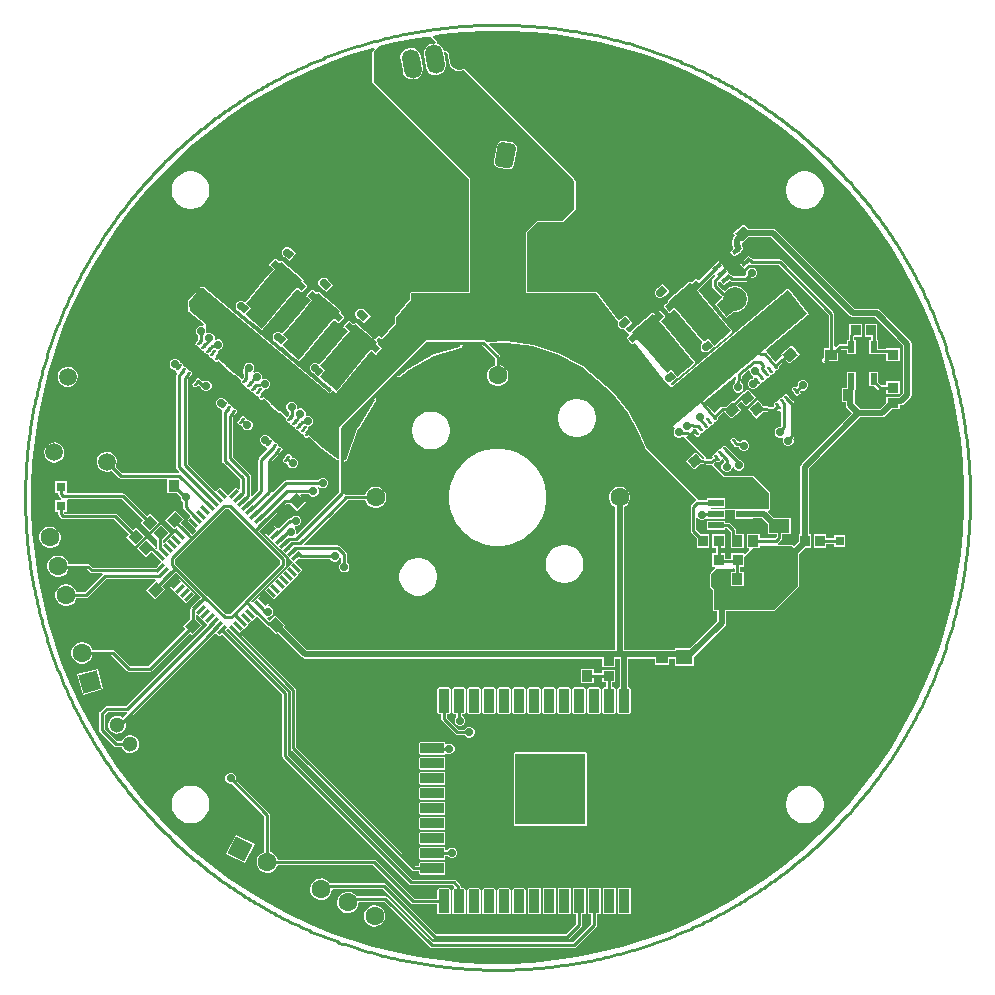
<source format=gtl>
G04*
G04 #@! TF.GenerationSoftware,Altium Limited,Altium Designer,21.6.4 (81)*
G04*
G04 Layer_Physical_Order=1*
G04 Layer_Color=255*
%FSLAX25Y25*%
%MOIN*%
G70*
G04*
G04 #@! TF.SameCoordinates,78FA80CD-A9BF-463E-8246-B3BA63ED9FFF*
G04*
G04*
G04 #@! TF.FilePolarity,Positive*
G04*
G01*
G75*
%ADD21C,0.01000*%
%ADD67R,0.05236X0.05236*%
G04:AMPARAMS|DCode=68|XSize=78.74mil|YSize=35.43mil|CornerRadius=1.77mil|HoleSize=0mil|Usage=FLASHONLY|Rotation=0.000|XOffset=0mil|YOffset=0mil|HoleType=Round|Shape=RoundedRectangle|*
%AMROUNDEDRECTD68*
21,1,0.07874,0.03189,0,0,0.0*
21,1,0.07520,0.03543,0,0,0.0*
1,1,0.00354,0.03760,-0.01595*
1,1,0.00354,-0.03760,-0.01595*
1,1,0.00354,-0.03760,0.01595*
1,1,0.00354,0.03760,0.01595*
%
%ADD68ROUNDEDRECTD68*%
G04:AMPARAMS|DCode=69|XSize=78.74mil|YSize=35.43mil|CornerRadius=1.77mil|HoleSize=0mil|Usage=FLASHONLY|Rotation=270.000|XOffset=0mil|YOffset=0mil|HoleType=Round|Shape=RoundedRectangle|*
%AMROUNDEDRECTD69*
21,1,0.07874,0.03189,0,0,270.0*
21,1,0.07520,0.03543,0,0,270.0*
1,1,0.00354,-0.01595,-0.03760*
1,1,0.00354,-0.01595,0.03760*
1,1,0.00354,0.01595,0.03760*
1,1,0.00354,0.01595,-0.03760*
%
%ADD69ROUNDEDRECTD69*%
%ADD70R,0.03543X0.07874*%
%ADD71R,0.05236X0.05236*%
G04:AMPARAMS|DCode=72|XSize=39.37mil|YSize=35.43mil|CornerRadius=0mil|HoleSize=0mil|Usage=FLASHONLY|Rotation=225.000|XOffset=0mil|YOffset=0mil|HoleType=Round|Shape=Rectangle|*
%AMROTATEDRECTD72*
4,1,4,0.00139,0.02645,0.02645,0.00139,-0.00139,-0.02645,-0.02645,-0.00139,0.00139,0.02645,0.0*
%
%ADD72ROTATEDRECTD72*%

%ADD73R,0.03543X0.03937*%
%ADD74P,0.33407X4X360.0*%
G04:AMPARAMS|DCode=75|XSize=33.86mil|YSize=10.24mil|CornerRadius=0mil|HoleSize=0mil|Usage=FLASHONLY|Rotation=315.000|XOffset=0mil|YOffset=0mil|HoleType=Round|Shape=Rectangle|*
%AMROTATEDRECTD75*
4,1,4,-0.01559,0.00835,-0.00835,0.01559,0.01559,-0.00835,0.00835,-0.01559,-0.01559,0.00835,0.0*
%
%ADD75ROTATEDRECTD75*%

G04:AMPARAMS|DCode=76|XSize=10.24mil|YSize=33.86mil|CornerRadius=0mil|HoleSize=0mil|Usage=FLASHONLY|Rotation=315.000|XOffset=0mil|YOffset=0mil|HoleType=Round|Shape=Rectangle|*
%AMROTATEDRECTD76*
4,1,4,-0.01559,-0.00835,0.00835,0.01559,0.01559,0.00835,-0.00835,-0.01559,-0.01559,-0.00835,0.0*
%
%ADD76ROTATEDRECTD76*%

G04:AMPARAMS|DCode=77|XSize=39.37mil|YSize=35.43mil|CornerRadius=0mil|HoleSize=0mil|Usage=FLASHONLY|Rotation=315.000|XOffset=0mil|YOffset=0mil|HoleType=Round|Shape=Rectangle|*
%AMROTATEDRECTD77*
4,1,4,-0.02645,0.00139,-0.00139,0.02645,0.02645,-0.00139,0.00139,-0.02645,-0.02645,0.00139,0.0*
%
%ADD77ROTATEDRECTD77*%

%ADD78R,0.09646X0.10039*%
G04:AMPARAMS|DCode=79|XSize=39.37mil|YSize=35.43mil|CornerRadius=0mil|HoleSize=0mil|Usage=FLASHONLY|Rotation=140.000|XOffset=0mil|YOffset=0mil|HoleType=Round|Shape=Rectangle|*
%AMROTATEDRECTD79*
4,1,4,0.02647,0.00092,0.00369,-0.02623,-0.02647,-0.00092,-0.00369,0.02623,0.02647,0.00092,0.0*
%
%ADD79ROTATEDRECTD79*%

G04:AMPARAMS|DCode=80|XSize=106.3mil|YSize=51.18mil|CornerRadius=0mil|HoleSize=0mil|Usage=FLASHONLY|Rotation=320.000|XOffset=0mil|YOffset=0mil|HoleType=Round|Shape=Rectangle|*
%AMROTATEDRECTD80*
4,1,4,-0.05716,0.01456,-0.02427,0.05377,0.05716,-0.01456,0.02427,-0.05377,-0.05716,0.01456,0.0*
%
%ADD80ROTATEDRECTD80*%

G04:AMPARAMS|DCode=81|XSize=64.96mil|YSize=94.49mil|CornerRadius=1.62mil|HoleSize=0mil|Usage=FLASHONLY|Rotation=230.000|XOffset=0mil|YOffset=0mil|HoleType=Round|Shape=RoundedRectangle|*
%AMROUNDEDRECTD81*
21,1,0.06496,0.09124,0,0,230.0*
21,1,0.06171,0.09449,0,0,230.0*
1,1,0.00325,-0.05478,0.00569*
1,1,0.00325,-0.01511,0.05296*
1,1,0.00325,0.05478,-0.00569*
1,1,0.00325,0.01511,-0.05296*
%
%ADD81ROUNDEDRECTD81*%
G04:AMPARAMS|DCode=82|XSize=23.62mil|YSize=9.45mil|CornerRadius=1.18mil|HoleSize=0mil|Usage=FLASHONLY|Rotation=230.000|XOffset=0mil|YOffset=0mil|HoleType=Round|Shape=RoundedRectangle|*
%AMROUNDEDRECTD82*
21,1,0.02362,0.00709,0,0,230.0*
21,1,0.02126,0.00945,0,0,230.0*
1,1,0.00236,-0.00955,-0.00587*
1,1,0.00236,0.00412,0.01042*
1,1,0.00236,0.00955,0.00587*
1,1,0.00236,-0.00412,-0.01042*
%
%ADD82ROUNDEDRECTD82*%
G04:AMPARAMS|DCode=83|XSize=16.54mil|YSize=25.98mil|CornerRadius=0mil|HoleSize=0mil|Usage=FLASHONLY|Rotation=320.000|XOffset=0mil|YOffset=0mil|HoleType=Round|Shape=Rectangle|*
%AMROTATEDRECTD83*
4,1,4,-0.01469,-0.00464,0.00202,0.01527,0.01469,0.00464,-0.00202,-0.01527,-0.01469,-0.00464,0.0*
%
%ADD83ROTATEDRECTD83*%

G04:AMPARAMS|DCode=84|XSize=13.39mil|YSize=31.5mil|CornerRadius=0mil|HoleSize=0mil|Usage=FLASHONLY|Rotation=320.000|XOffset=0mil|YOffset=0mil|HoleType=Round|Shape=Rectangle|*
%AMROTATEDRECTD84*
4,1,4,-0.01525,-0.00776,0.00500,0.01637,0.01525,0.00776,-0.00500,-0.01637,-0.01525,-0.00776,0.0*
%
%ADD84ROTATEDRECTD84*%

G04:AMPARAMS|DCode=85|XSize=13.78mil|YSize=33.47mil|CornerRadius=0mil|HoleSize=0mil|Usage=FLASHONLY|Rotation=310.000|XOffset=0mil|YOffset=0mil|HoleType=Round|Shape=Rectangle|*
%AMROTATEDRECTD85*
4,1,4,-0.01725,-0.00548,0.00839,0.01603,0.01725,0.00548,-0.00839,-0.01603,-0.01725,-0.00548,0.0*
%
%ADD85ROTATEDRECTD85*%

%ADD86R,0.03740X0.03347*%
%ADD87R,0.02165X0.03937*%
%ADD88R,0.03937X0.03543*%
G04:AMPARAMS|DCode=89|XSize=106.3mil|YSize=51.18mil|CornerRadius=0mil|HoleSize=0mil|Usage=FLASHONLY|Rotation=40.000|XOffset=0mil|YOffset=0mil|HoleType=Round|Shape=Rectangle|*
%AMROTATEDRECTD89*
4,1,4,-0.02427,-0.05377,-0.05716,-0.01456,0.02427,0.05377,0.05716,0.01456,-0.02427,-0.05377,0.0*
%
%ADD89ROTATEDRECTD89*%

%ADD90R,0.03347X0.03740*%
G04:AMPARAMS|DCode=91|XSize=39.37mil|YSize=35.43mil|CornerRadius=0mil|HoleSize=0mil|Usage=FLASHONLY|Rotation=220.000|XOffset=0mil|YOffset=0mil|HoleType=Round|Shape=Rectangle|*
%AMROTATEDRECTD91*
4,1,4,0.00369,0.02623,0.02647,-0.00092,-0.00369,-0.02623,-0.02647,0.00092,0.00369,0.02623,0.0*
%
%ADD91ROTATEDRECTD91*%

G04:AMPARAMS|DCode=92|XSize=13.39mil|YSize=31.5mil|CornerRadius=0mil|HoleSize=0mil|Usage=FLASHONLY|Rotation=40.000|XOffset=0mil|YOffset=0mil|HoleType=Round|Shape=Rectangle|*
%AMROTATEDRECTD92*
4,1,4,0.00500,-0.01637,-0.01525,0.00776,-0.00500,0.01637,0.01525,-0.00776,0.00500,-0.01637,0.0*
%
%ADD92ROTATEDRECTD92*%

G04:AMPARAMS|DCode=93|XSize=16.54mil|YSize=25.98mil|CornerRadius=0mil|HoleSize=0mil|Usage=FLASHONLY|Rotation=40.000|XOffset=0mil|YOffset=0mil|HoleType=Round|Shape=Rectangle|*
%AMROTATEDRECTD93*
4,1,4,0.00202,-0.01527,-0.01469,0.00464,-0.00202,0.01527,0.01469,-0.00464,0.00202,-0.01527,0.0*
%
%ADD93ROTATEDRECTD93*%

G04:AMPARAMS|DCode=94|XSize=39.37mil|YSize=53.15mil|CornerRadius=0mil|HoleSize=0mil|Usage=FLASHONLY|Rotation=40.000|XOffset=0mil|YOffset=0mil|HoleType=Round|Shape=Rectangle|*
%AMROTATEDRECTD94*
4,1,4,0.00200,-0.03301,-0.03216,0.00770,-0.00200,0.03301,0.03216,-0.00770,0.00200,-0.03301,0.0*
%
%ADD94ROTATEDRECTD94*%

G04:AMPARAMS|DCode=95|XSize=23.62mil|YSize=9.45mil|CornerRadius=1.18mil|HoleSize=0mil|Usage=FLASHONLY|Rotation=310.000|XOffset=0mil|YOffset=0mil|HoleType=Round|Shape=RoundedRectangle|*
%AMROUNDEDRECTD95*
21,1,0.02362,0.00709,0,0,310.0*
21,1,0.02126,0.00945,0,0,310.0*
1,1,0.00236,0.00412,-0.01042*
1,1,0.00236,-0.00955,0.00587*
1,1,0.00236,-0.00412,0.01042*
1,1,0.00236,0.00955,-0.00587*
%
%ADD95ROUNDEDRECTD95*%
G04:AMPARAMS|DCode=96|XSize=64.96mil|YSize=94.49mil|CornerRadius=1.62mil|HoleSize=0mil|Usage=FLASHONLY|Rotation=310.000|XOffset=0mil|YOffset=0mil|HoleType=Round|Shape=RoundedRectangle|*
%AMROUNDEDRECTD96*
21,1,0.06496,0.09124,0,0,310.0*
21,1,0.06171,0.09449,0,0,310.0*
1,1,0.00325,-0.01511,-0.05296*
1,1,0.00325,-0.05478,-0.00569*
1,1,0.00325,0.01511,0.05296*
1,1,0.00325,0.05478,0.00569*
%
%ADD96ROUNDEDRECTD96*%
G04:AMPARAMS|DCode=97|XSize=37.4mil|YSize=33.47mil|CornerRadius=0mil|HoleSize=0mil|Usage=FLASHONLY|Rotation=40.000|XOffset=0mil|YOffset=0mil|HoleType=Round|Shape=Rectangle|*
%AMROTATEDRECTD97*
4,1,4,-0.00357,-0.02484,-0.02508,0.00080,0.00357,0.02484,0.02508,-0.00080,-0.00357,-0.02484,0.0*
%
%ADD97ROTATEDRECTD97*%

G04:AMPARAMS|DCode=98|XSize=37.4mil|YSize=33.47mil|CornerRadius=0mil|HoleSize=0mil|Usage=FLASHONLY|Rotation=225.000|XOffset=0mil|YOffset=0mil|HoleType=Round|Shape=Rectangle|*
%AMROTATEDRECTD98*
4,1,4,0.00139,0.02506,0.02506,0.00139,-0.00139,-0.02506,-0.02506,-0.00139,0.00139,0.02506,0.0*
%
%ADD98ROTATEDRECTD98*%

%ADD99R,0.03150X0.03150*%
%ADD100R,0.05512X0.05118*%
%ADD101R,0.05118X0.05512*%
%ADD102R,0.05315X0.02362*%
%ADD103R,0.06890X0.04724*%
%ADD104C,0.02016*%
%ADD105R,0.23622X0.23622*%
%ADD106C,0.06299*%
%ADD107C,0.05898*%
%ADD108P,0.08341X4X305.0*%
%ADD109P,0.07238X4X169.0*%
%ADD110C,0.05118*%
%ADD111P,0.08908X4X378.5*%
%ADD112P,0.08908X4X150.5*%
G04:AMPARAMS|DCode=113|XSize=82.68mil|YSize=59.06mil|CornerRadius=14.76mil|HoleSize=0mil|Usage=FLASHONLY|Rotation=350.000|XOffset=0mil|YOffset=0mil|HoleType=Round|Shape=RoundedRectangle|*
%AMROUNDEDRECTD113*
21,1,0.08268,0.02953,0,0,350.0*
21,1,0.05315,0.05906,0,0,350.0*
1,1,0.02953,0.02361,-0.01915*
1,1,0.02953,-0.02874,-0.00993*
1,1,0.02953,-0.02361,0.01915*
1,1,0.02953,0.02874,0.00993*
%
%ADD113ROUNDEDRECTD113*%
G04:AMPARAMS|DCode=114|XSize=82.68mil|YSize=59.06mil|CornerRadius=14.76mil|HoleSize=0mil|Usage=FLASHONLY|Rotation=80.000|XOffset=0mil|YOffset=0mil|HoleType=Round|Shape=RoundedRectangle|*
%AMROUNDEDRECTD114*
21,1,0.08268,0.02953,0,0,80.0*
21,1,0.05315,0.05906,0,0,80.0*
1,1,0.02953,0.01915,0.02361*
1,1,0.02953,0.00993,-0.02874*
1,1,0.02953,-0.01915,-0.02361*
1,1,0.02953,-0.00993,0.02874*
%
%ADD114ROUNDEDRECTD114*%
G04:AMPARAMS|DCode=115|XSize=59.06mil|YSize=98.43mil|CornerRadius=0mil|HoleSize=0mil|Usage=FLASHONLY|Rotation=10.000|XOffset=0mil|YOffset=0mil|HoleType=Round|Shape=Round|*
%AMOVALD115*
21,1,0.03937,0.05906,0.00000,0.00000,100.0*
1,1,0.05906,0.00342,-0.01939*
1,1,0.05906,-0.00342,0.01939*
%
%ADD115OVALD115*%

%ADD116C,0.02756*%
%ADD117C,0.07087*%
%ADD118C,0.07874*%
G36*
X-20584Y151686D02*
X-20834Y151229D01*
X-20974Y151260D01*
X-21854Y151222D01*
X-22694Y150957D01*
X-23437Y150484D01*
X-24033Y149834D01*
X-24440Y149052D01*
X-24630Y148192D01*
X-24592Y147312D01*
X-23908Y143435D01*
X-23643Y142594D01*
X-23170Y141851D01*
X-22520Y141256D01*
X-21739Y140849D01*
X-20878Y140658D01*
X-19998Y140697D01*
X-19158Y140962D01*
X-18415Y141435D01*
X-17819Y142085D01*
X-17412Y142866D01*
X-17222Y143726D01*
X-17260Y144607D01*
X-17913Y148308D01*
X-17448Y148550D01*
X-16679Y147782D01*
X-16154Y144802D01*
X-15889Y143962D01*
X-15415Y143218D01*
X-14766Y142623D01*
X-13984Y142216D01*
X-13124Y142025D01*
X-12244Y142064D01*
X-11403Y142329D01*
X-11295Y142398D01*
X25591Y105512D01*
Y96063D01*
X21654Y92126D01*
X12992D01*
X9449Y88583D01*
Y68171D01*
X32677D01*
Y68110D01*
X40225Y58581D01*
X40185Y58520D01*
X40047Y57829D01*
X40185Y57138D01*
X40577Y56552D01*
X41163Y56160D01*
X41854Y56023D01*
X42197Y56091D01*
X43781Y54092D01*
X43193Y53599D01*
X43043Y53310D01*
X43141Y52999D01*
X44583Y51280D01*
X44873Y51129D01*
X45184Y51227D01*
X45429Y51433D01*
X45927Y51383D01*
X55257Y39603D01*
X55369Y39042D01*
X55761Y38456D01*
X56347Y38065D01*
X56500Y38034D01*
X57789Y36407D01*
X96685Y69045D01*
X103265Y61203D01*
X85198Y46043D01*
X85100Y46032D01*
X85003Y45979D01*
X84789Y45861D01*
X79828Y41699D01*
X79650Y41476D01*
X79606Y41421D01*
X79578Y41327D01*
X64147Y28379D01*
X64173Y28346D01*
X62241Y26780D01*
X58578Y23706D01*
X59270Y23013D01*
X58899Y22642D01*
X58629Y21991D01*
Y21286D01*
X58899Y20635D01*
X59397Y20136D01*
X60049Y19867D01*
X60753D01*
X61405Y20136D01*
X61776Y20508D01*
X68949Y13334D01*
X68738Y12881D01*
X68087Y12938D01*
X66258Y15118D01*
X62790Y12207D01*
X65447Y9041D01*
X67928Y11123D01*
X71193Y10837D01*
X71421Y10862D01*
X75590Y6693D01*
X85039D01*
X90453Y1280D01*
Y-3937D01*
X70737D01*
X70714Y-3904D01*
X70982Y-3404D01*
X75793D01*
Y-254D01*
X69690D01*
Y-918D01*
X67277D01*
X49550Y16810D01*
X49580Y16883D01*
X49443Y16917D01*
X47244Y22047D01*
X43701Y28346D01*
X38583Y35039D01*
X28346Y43701D01*
X20079Y48031D01*
X11811Y50787D01*
X3150Y51968D01*
X-3580Y51719D01*
X-4080Y52219D01*
X-4376Y52417D01*
X-4724Y52486D01*
X-23622D01*
X-23971Y52417D01*
X-24266Y52219D01*
X-52613Y23873D01*
X-52810Y23577D01*
X-52880Y23228D01*
Y13200D01*
X-53299Y12927D01*
X-54331Y13386D01*
X-58110Y16535D01*
X-63975Y21423D01*
X-63984Y21523D01*
X-64200Y21705D01*
X-63714Y22285D01*
X-63206Y22890D01*
D01*
X-63078Y23294D01*
D01*
X-62883Y23701D01*
X-62747Y23728D01*
X-62743Y23733D01*
X-62440Y23859D01*
X-62150Y24053D01*
X-61903Y24299D01*
X-61709Y24589D01*
X-61576Y24912D01*
X-61507Y25254D01*
Y25603D01*
X-61576Y25945D01*
X-61709Y26268D01*
X-61798Y26401D01*
X-61777Y26432D01*
D01*
X-62275Y26931D01*
X-62927Y27200D01*
X-63631D01*
X-63658Y27189D01*
X-64041Y27572D01*
X-64033Y27591D01*
Y28296D01*
X-64303Y28947D01*
X-64801Y29445D01*
X-65452Y29715D01*
X-66157D01*
X-66462Y29589D01*
X-66942Y29931D01*
Y30341D01*
X-67212Y30992D01*
X-67710Y31491D01*
X-68361Y31760D01*
X-69066D01*
X-69717Y31491D01*
X-70216Y30992D01*
X-70485Y30341D01*
Y29636D01*
X-70216Y28985D01*
X-69717Y28487D01*
X-69489Y28392D01*
X-69412Y27512D01*
X-69797Y27053D01*
X-70147Y26695D01*
X-79274Y34353D01*
X-78274Y35544D01*
X-77984Y35951D01*
X-77684Y35955D01*
X-77276D01*
X-76625Y36225D01*
X-76127Y36723D01*
X-75857Y37374D01*
Y38079D01*
X-76127Y38730D01*
X-76625Y39228D01*
X-77276Y39498D01*
X-77981D01*
X-78117Y39442D01*
X-78261Y39509D01*
X-78571Y39795D01*
Y40356D01*
X-78841Y41008D01*
X-79339Y41506D01*
X-79991Y41776D01*
X-80695D01*
X-81220Y41559D01*
X-81503Y41983D01*
X-81351Y42134D01*
X-81081Y42786D01*
Y43490D01*
X-81351Y44142D01*
X-81849Y44640D01*
X-82500Y44910D01*
X-83205D01*
X-83856Y44640D01*
X-84355Y44142D01*
X-84624Y43490D01*
Y43057D01*
X-84698Y42970D01*
X-84869Y42658D01*
X-84908Y42304D01*
X-84698Y39907D01*
X-84875Y39696D01*
X-84883Y39682D01*
X-85189Y39317D01*
X-86429Y40356D01*
X-94360Y47011D01*
X-93365Y48197D01*
X-93238Y48601D01*
X-93245Y48614D01*
X-92961Y49112D01*
X-92944Y49121D01*
X-92308Y49384D01*
X-91810Y49883D01*
X-91540Y50534D01*
Y51239D01*
X-91810Y51890D01*
X-92308Y52388D01*
X-92959Y52658D01*
X-93664D01*
X-93919Y52552D01*
X-93937Y52557D01*
X-94381Y52902D01*
Y53365D01*
X-94651Y54016D01*
X-95149Y54515D01*
X-95800Y54785D01*
X-96505D01*
X-96641Y54728D01*
X-96785Y54795D01*
X-97095Y55081D01*
Y55217D01*
X-97074Y55242D01*
X-97095Y55483D01*
Y55643D01*
X-97113Y55686D01*
X-97289Y57692D01*
X-102652Y62192D01*
X-102901Y65045D01*
X-99054Y69630D01*
X-98137Y69710D01*
X-56000Y34354D01*
X-54804Y35739D01*
X-53841Y34931D01*
X-53699Y35100D01*
X-53673Y35091D01*
X-53384Y35242D01*
X-43767Y46702D01*
X-43674Y46997D01*
X-42170Y48789D01*
X-40853Y47684D01*
X-40853Y47684D01*
X-40542Y47586D01*
X-40253Y47736D01*
X-38810Y49455D01*
X-38712Y49766D01*
X-38863Y50056D01*
X-40180Y51161D01*
X-39998Y51377D01*
X-39900Y51688D01*
X-40051Y51978D01*
X-40051D01*
X-40199Y52102D01*
X-40239Y52601D01*
X-39549Y53399D01*
X-38751Y52730D01*
X-38440Y52632D01*
X-38151Y52783D01*
X-33849Y57910D01*
X-33849Y57910D01*
X-33751Y58221D01*
X-33901Y59938D01*
X-28740Y65913D01*
Y68171D01*
X-9055D01*
Y106299D01*
X-41339Y138583D01*
Y148425D01*
X-39408Y150356D01*
X-34064Y151694D01*
X-26580Y153183D01*
X-24151Y153543D01*
X-22441D01*
X-20584Y151686D01*
D02*
G37*
G36*
X55345Y60310D02*
X53701Y58930D01*
X55852Y56367D01*
X55897Y56405D01*
X65514Y44944D01*
X59889Y40225D01*
X57865Y42637D01*
X56621Y41594D01*
X55964Y41626D01*
X48659Y50331D01*
X48704Y50369D01*
X46553Y52933D01*
X44910Y51554D01*
X43467Y53273D01*
X45111Y54652D01*
X44655Y55195D01*
X51803Y61192D01*
X52259Y60650D01*
X53902Y62029D01*
X55345Y60310D01*
D02*
G37*
G36*
X11437Y155051D02*
X19031Y154303D01*
X26580Y153183D01*
X34064Y151694D01*
X41467Y149840D01*
X48769Y147625D01*
X55954Y145054D01*
X63004Y142134D01*
X69902Y138871D01*
X76632Y135274D01*
X83177Y131351D01*
X89522Y127111D01*
X95651Y122566D01*
X101550Y117725D01*
X107204Y112600D01*
X112600Y107204D01*
X117725Y101550D01*
X122566Y95651D01*
X127111Y89522D01*
X131351Y83177D01*
X135274Y76632D01*
X138871Y69902D01*
X142134Y63003D01*
X145054Y55954D01*
X147625Y48769D01*
X149840Y41467D01*
X151694Y34064D01*
X153183Y26580D01*
X154303Y19031D01*
X155051Y11437D01*
X155425Y3816D01*
Y0D01*
Y-3816D01*
X155051Y-11437D01*
X154303Y-19031D01*
X153183Y-26580D01*
X151694Y-34064D01*
X149840Y-41467D01*
X147625Y-48769D01*
X145054Y-55954D01*
X142134Y-63004D01*
X138871Y-69902D01*
X135274Y-76632D01*
X131351Y-83177D01*
X127111Y-89522D01*
X122566Y-95651D01*
X117725Y-101550D01*
X112600Y-107204D01*
X107204Y-112600D01*
X101550Y-117725D01*
X95651Y-122566D01*
X89522Y-127111D01*
X83177Y-131351D01*
X76632Y-135274D01*
X69902Y-138871D01*
X63003Y-142134D01*
X55954Y-145054D01*
X48769Y-147625D01*
X41467Y-149840D01*
X34064Y-151694D01*
X26580Y-153183D01*
X19031Y-154303D01*
X11437Y-155051D01*
X3816Y-155425D01*
X-3816D01*
X-11437Y-155051D01*
X-19031Y-154303D01*
X-26580Y-153183D01*
X-34064Y-151694D01*
X-41467Y-149840D01*
X-48769Y-147625D01*
X-55954Y-145054D01*
X-63004Y-142134D01*
X-69902Y-138871D01*
X-76632Y-135274D01*
X-83177Y-131351D01*
X-89522Y-127111D01*
X-95651Y-122566D01*
X-101550Y-117725D01*
X-107204Y-112600D01*
X-112600Y-107204D01*
X-117725Y-101550D01*
X-122566Y-95651D01*
X-127111Y-89522D01*
X-131351Y-83177D01*
X-135274Y-76632D01*
X-138871Y-69902D01*
X-142134Y-63003D01*
X-145054Y-55954D01*
X-147625Y-48769D01*
X-149840Y-41467D01*
X-151694Y-34064D01*
X-153183Y-26580D01*
X-154303Y-19031D01*
X-155051Y-11437D01*
X-155425Y-3816D01*
Y0D01*
Y3816D01*
X-155051Y11437D01*
X-154303Y19031D01*
X-153183Y26580D01*
X-151694Y34064D01*
X-149840Y41467D01*
X-147625Y48769D01*
X-145054Y55954D01*
X-142134Y63004D01*
X-138871Y69902D01*
X-135274Y76632D01*
X-131351Y83177D01*
X-127111Y89522D01*
X-122566Y95651D01*
X-117725Y101550D01*
X-112600Y107204D01*
X-107204Y112600D01*
X-101550Y117725D01*
X-95651Y122566D01*
X-89522Y127111D01*
X-83177Y131351D01*
X-76632Y135274D01*
X-69902Y138871D01*
X-63003Y142134D01*
X-55954Y145054D01*
X-48769Y147625D01*
X-41467Y149840D01*
X-41121Y149926D01*
X-40875Y149492D01*
X-41640Y148726D01*
X-41765Y148425D01*
Y138583D01*
X-41765Y138583D01*
X-41640Y138281D01*
X-41640Y138281D01*
X-9481Y106123D01*
Y68598D01*
X-28740D01*
X-29041Y68473D01*
X-29166Y68171D01*
Y66072D01*
X-34224Y60217D01*
X-34225Y60214D01*
X-34228Y60212D01*
X-34276Y60059D01*
X-34326Y59907D01*
X-34325Y59904D01*
X-34326Y59901D01*
X-34183Y58268D01*
D01*
X-34175Y58184D01*
X-38478Y53057D01*
X-39275Y53726D01*
X-39428Y53774D01*
X-39580Y53825D01*
X-39583Y53823D01*
X-39586Y53824D01*
X-39728Y53750D01*
X-39872Y53678D01*
X-40562Y52879D01*
X-40578Y52876D01*
X-41070Y52848D01*
X-41096Y52855D01*
X-47199Y57976D01*
X-47510Y58074D01*
X-47799Y57923D01*
X-48265Y57945D01*
X-49298Y58812D01*
X-49609Y58910D01*
X-49898Y58759D01*
X-51341Y57040D01*
X-51439Y56729D01*
X-51288Y56440D01*
X-49971Y55335D01*
X-53619Y50986D01*
Y50986D01*
X-59171Y44370D01*
X-59670Y44349D01*
X-59847Y44525D01*
X-60498Y44795D01*
X-61203D01*
X-61854Y44525D01*
X-62352Y44027D01*
X-62622Y43375D01*
Y42671D01*
X-62352Y42020D01*
X-61854Y41521D01*
X-61538Y41390D01*
X-60014Y40112D01*
X-59631Y39790D01*
X-59631Y39790D01*
X-58144Y38543D01*
X-57761Y38221D01*
X-57678Y38151D01*
X-57378Y37900D01*
X-56094Y36822D01*
X-55710Y36500D01*
X-55395Y36144D01*
X-55363Y35744D01*
X-56048Y34950D01*
X-97863Y70037D01*
X-97863Y70037D01*
X-98174Y70135D01*
X-99091Y70055D01*
X-99091Y70055D01*
X-99380Y69904D01*
Y69904D01*
X-103227Y65319D01*
X-103227Y65319D01*
X-103326Y65008D01*
X-103076Y62155D01*
X-103076Y62155D01*
X-102925Y61866D01*
X-102925D01*
X-97927Y57672D01*
X-97931Y57345D01*
X-98412Y57020D01*
X-98514Y57062D01*
X-99219D01*
X-99871Y56792D01*
X-100369Y56294D01*
X-100639Y55643D01*
Y54938D01*
X-100369Y54287D01*
X-99899Y53817D01*
X-99789Y52559D01*
X-99966Y52348D01*
X-99973Y52335D01*
X-100647Y51532D01*
X-100775Y51127D01*
X-100579Y50751D01*
X-100036Y50296D01*
X-99689Y50186D01*
X-99517Y50072D01*
X-99267Y49862D01*
X-99071Y49486D01*
X-98528Y49030D01*
X-98181Y48921D01*
X-98009Y48807D01*
X-97759Y48597D01*
X-97563Y48221D01*
X-97020Y47765D01*
X-96673Y47656D01*
X-96501Y47541D01*
X-96251Y47331D01*
X-96055Y46955D01*
X-95512Y46500D01*
X-95165Y46390D01*
X-94993Y46276D01*
X-94743Y46066D01*
X-94547Y45690D01*
X-94004Y45234D01*
X-93600Y45107D01*
X-93224Y45303D01*
X-93126Y45420D01*
X-91101Y43721D01*
X-91207Y43595D01*
X-87588Y40558D01*
X-87482Y40684D01*
X-85463Y38990D01*
X-85556Y38879D01*
X-85684Y38475D01*
X-85488Y38099D01*
X-84945Y37643D01*
X-84598Y37534D01*
X-84426Y37420D01*
X-84176Y37210D01*
X-83980Y36834D01*
X-83437Y36378D01*
X-83090Y36269D01*
X-82918Y36154D01*
X-82668Y35944D01*
X-82472Y35568D01*
X-81929Y35113D01*
X-81582Y35003D01*
X-81410Y34889D01*
X-81160Y34679D01*
X-80964Y34303D01*
X-80421Y33847D01*
X-80074Y33738D01*
X-79902Y33624D01*
X-79652Y33414D01*
X-79456Y33038D01*
X-78913Y32582D01*
X-78509Y32455D01*
X-78133Y32650D01*
X-78040Y32761D01*
X-76021Y31067D01*
X-76127Y30942D01*
X-72508Y27905D01*
X-72402Y28031D01*
X-70421Y26368D01*
X-70407Y26321D01*
X-70488Y26225D01*
X-70615Y25821D01*
X-70420Y25445D01*
X-69877Y24989D01*
X-69529Y24880D01*
X-69358Y24766D01*
X-69107Y24555D01*
X-68912Y24179D01*
X-68369Y23724D01*
X-68022Y23614D01*
X-67850Y23500D01*
X-67599Y23290D01*
X-67404Y22914D01*
X-66861Y22458D01*
X-66514Y22349D01*
X-66342Y22235D01*
X-66092Y22025D01*
X-65896Y21649D01*
X-65353Y21193D01*
X-65006Y21084D01*
X-64834Y20970D01*
X-64583Y20759D01*
X-64388Y20383D01*
X-63845Y19928D01*
X-63441Y19800D01*
X-63064Y19996D01*
X-63009Y20063D01*
X-58383Y16208D01*
X-54603Y13058D01*
X-54546Y13040D01*
X-54504Y12996D01*
X-53472Y12538D01*
X-53426Y12537D01*
X-53387Y12510D01*
X-53380Y12512D01*
X-52985Y12292D01*
X-52880Y12137D01*
Y1751D01*
X-56348Y-1718D01*
X-56348Y-1718D01*
X-66715Y-12085D01*
X-67139Y-11802D01*
X-67126Y-11770D01*
Y-11065D01*
X-67396Y-10414D01*
X-67664Y-10146D01*
X-67457Y-9646D01*
X-66970D01*
X-66319Y-9376D01*
X-65821Y-8878D01*
X-65551Y-8226D01*
Y-7522D01*
X-65821Y-6870D01*
X-66319Y-6372D01*
X-66970Y-6102D01*
X-67675D01*
X-68326Y-6372D01*
X-68825Y-6870D01*
X-68888Y-7024D01*
X-69332D01*
X-69680Y-7094D01*
X-69976Y-7291D01*
X-72954Y-10269D01*
X-73616Y-10225D01*
X-74651Y-9190D01*
X-77602Y-12141D01*
X-76563Y-13180D01*
X-76321Y-13422D01*
X-75171Y-14571D01*
X-74929Y-14814D01*
X-73537Y-16206D01*
X-73537Y-16206D01*
X-73426Y-16317D01*
X-73426Y-16317D01*
X-72387Y-17355D01*
X-72034Y-17709D01*
X-72034D01*
X-69604Y-20139D01*
X-69250Y-20493D01*
X-69250D01*
X-68237Y-21506D01*
X-68178Y-21565D01*
X-68236Y-21623D01*
X-69008Y-22394D01*
X-69250Y-22636D01*
X-70400Y-23786D01*
X-70642Y-24028D01*
X-71792Y-25178D01*
X-72034Y-25420D01*
X-73184Y-26570D01*
X-73537Y-26923D01*
X-73779Y-27166D01*
X-74576Y-27962D01*
X-74818Y-28204D01*
X-75968Y-29354D01*
X-76210Y-29596D01*
X-77602Y-30988D01*
X-74651Y-33939D01*
X-73612Y-32901D01*
X-73370Y-32658D01*
X-72220Y-31509D01*
X-71978Y-31266D01*
X-70828Y-30117D01*
X-70475Y-29763D01*
X-70233Y-29521D01*
X-69437Y-28725D01*
X-69194Y-28482D01*
X-68045Y-27333D01*
X-67802Y-27091D01*
X-66653Y-25941D01*
X-66410Y-25699D01*
X-65018Y-24307D01*
X-67702Y-21623D01*
X-67761Y-21565D01*
X-67702Y-21506D01*
X-66668Y-20472D01*
X-66134Y-20302D01*
X-65838Y-20499D01*
X-65490Y-20569D01*
X-55882D01*
X-55833Y-20689D01*
X-55334Y-21187D01*
X-54683Y-21457D01*
X-53978D01*
X-53327Y-21187D01*
X-52829Y-20689D01*
X-52559Y-20038D01*
X-52092Y-20118D01*
Y-21688D01*
X-52185Y-21726D01*
X-52683Y-22225D01*
X-52953Y-22876D01*
Y-23581D01*
X-52683Y-24232D01*
X-52185Y-24730D01*
X-51534Y-25000D01*
X-50829D01*
X-50178Y-24730D01*
X-49679Y-24232D01*
X-49409Y-23581D01*
Y-22876D01*
X-49679Y-22225D01*
X-50178Y-21726D01*
X-50270Y-21688D01*
Y-18898D01*
X-50339Y-18549D01*
X-50537Y-18253D01*
X-52505Y-16285D01*
X-52801Y-16087D01*
X-53150Y-16018D01*
X-64416D01*
X-64623Y-15518D01*
X-54868Y-5762D01*
X-50016Y-911D01*
X-44069D01*
X-43946Y-1368D01*
X-43480Y-2176D01*
X-42820Y-2835D01*
X-42012Y-3302D01*
X-41111Y-3543D01*
X-40178D01*
X-39277Y-3302D01*
X-38469Y-2835D01*
X-37809Y-2176D01*
X-37343Y-1368D01*
X-37101Y-466D01*
Y466D01*
X-37343Y1368D01*
X-37809Y2176D01*
X-38469Y2835D01*
X-39277Y3302D01*
X-40178Y3543D01*
X-41111D01*
X-42012Y3302D01*
X-42820Y2835D01*
X-43480Y2176D01*
X-43946Y1368D01*
X-44069Y911D01*
X-50394D01*
X-50686Y853D01*
X-50905Y1015D01*
X-51090Y1211D01*
X-51057Y1373D01*
Y11721D01*
X-50675Y12043D01*
X-50630Y12035D01*
X-50504Y12064D01*
X-50375Y12070D01*
X-50349Y12099D01*
X-50312Y12107D01*
X-50243Y12216D01*
X-50156Y12312D01*
X-46465Y22647D01*
X-45656Y23923D01*
X-40410Y32208D01*
X-40386Y32347D01*
X-40346Y32483D01*
X-40358Y32504D01*
X-40354Y32529D01*
X-40435Y32645D01*
X-40503Y32768D01*
X-40564Y32817D01*
X-40592Y33316D01*
X-33753Y40155D01*
X-33253Y40147D01*
X-33167Y40054D01*
X-33025Y39990D01*
X-32884Y39920D01*
X-32877Y39923D01*
X-32870Y39920D01*
X-32724Y39975D01*
X-32575Y40025D01*
X-29676Y42562D01*
X-21097Y47241D01*
X-12286Y49759D01*
X-12179Y49843D01*
X-12062Y49912D01*
X-12055Y49942D01*
X-12030Y49962D01*
X-12015Y50096D01*
X-11981Y50227D01*
X-11989Y50286D01*
X-11661Y50664D01*
X-5102D01*
X-911Y46473D01*
Y44069D01*
X-1368Y43947D01*
X-2176Y43480D01*
X-2835Y42820D01*
X-3302Y42012D01*
X-3543Y41111D01*
Y40178D01*
X-3302Y39277D01*
X-2835Y38469D01*
X-2176Y37809D01*
X-1368Y37343D01*
X-466Y37101D01*
X466D01*
X1368Y37343D01*
X2176Y37809D01*
X2835Y38469D01*
X3302Y39277D01*
X3543Y40178D01*
Y41111D01*
X3302Y42012D01*
X2835Y42820D01*
X2176Y43480D01*
X1368Y43947D01*
X911Y44069D01*
Y46850D01*
X842Y47199D01*
X644Y47495D01*
X-2727Y50866D01*
X-2544Y51331D01*
X3129Y51541D01*
X11714Y50371D01*
X19911Y47638D01*
X28107Y43345D01*
X38272Y34744D01*
X43344Y28111D01*
X46861Y21858D01*
X49051Y16749D01*
X49073Y16727D01*
X49078Y16696D01*
X49185Y16617D01*
X49216Y16587D01*
X49248Y16509D01*
X66234Y-477D01*
X66233Y-631D01*
X66115Y-1065D01*
X65936Y-1185D01*
X64558Y-2562D01*
X64360Y-2858D01*
X64291Y-3207D01*
Y-11081D01*
X64360Y-11430D01*
X64558Y-11725D01*
X66482Y-13649D01*
Y-16888D01*
X70615D01*
Y-12360D01*
X67770D01*
X66113Y-10703D01*
Y-6843D01*
X66559Y-6731D01*
X66613Y-6730D01*
X67102Y-7219D01*
X67753Y-7488D01*
X68458D01*
X69109Y-7219D01*
X69190Y-7137D01*
X69690Y-7144D01*
X69690Y-7144D01*
X75793D01*
Y-4363D01*
X79021D01*
Y-7144D01*
X85123D01*
Y-6998D01*
X88232D01*
X90104Y-8869D01*
Y-12360D01*
X93031D01*
Y-13089D01*
X92407Y-13713D01*
X87348D01*
Y-12262D01*
X83017D01*
Y-16986D01*
X83726D01*
X83918Y-17448D01*
X82495Y-18871D01*
X82033Y-18680D01*
Y-18660D01*
X77899D01*
Y-20406D01*
X75734D01*
Y-18660D01*
X74578D01*
Y-16888D01*
X75734D01*
Y-12360D01*
X71600D01*
Y-16888D01*
X72755D01*
Y-18660D01*
X71600D01*
Y-23187D01*
X72500D01*
X72622Y-23678D01*
X72533Y-23714D01*
Y-23714D01*
X71387Y-24860D01*
X71206D01*
Y-25042D01*
X70959Y-25289D01*
X70834Y-25591D01*
Y-29921D01*
X70959Y-30223D01*
X71621Y-30885D01*
Y-37402D01*
X71746Y-37703D01*
X72047Y-37828D01*
X73222D01*
Y-41293D01*
X64318Y-50197D01*
X59055D01*
Y-50933D01*
X42074D01*
Y-3266D01*
X42820Y-2835D01*
X43480Y-2176D01*
X43947Y-1368D01*
X44188Y-466D01*
Y466D01*
X43947Y1368D01*
X43480Y2176D01*
X42820Y2835D01*
X42012Y3302D01*
X41111Y3543D01*
X40178D01*
X39277Y3302D01*
X38469Y2835D01*
X37809Y2176D01*
X37343Y1368D01*
X37101Y466D01*
Y-466D01*
X37343Y-1368D01*
X37809Y-2176D01*
X38469Y-2835D01*
X39216Y-3266D01*
Y-50933D01*
X-63566D01*
X-71330Y-43169D01*
X-70809Y-42648D01*
X-74150Y-39308D01*
X-75999Y-41157D01*
X-76783Y-40373D01*
X-76575Y-39873D01*
X-76180D01*
X-75529Y-39604D01*
X-75031Y-39105D01*
X-74761Y-38454D01*
Y-37749D01*
X-75031Y-37098D01*
X-75529Y-36600D01*
X-76180Y-36330D01*
X-76335D01*
X-76542Y-35830D01*
X-76154Y-35442D01*
X-79105Y-32491D01*
X-80386Y-33772D01*
X-80386Y-33772D01*
X-80739Y-34125D01*
X-81487Y-34873D01*
X-81659Y-34866D01*
X-82037Y-34716D01*
X-82086Y-34506D01*
X-70902Y-23322D01*
X-70705Y-23027D01*
X-70635Y-22678D01*
Y-20451D01*
X-70705Y-20102D01*
X-70902Y-19807D01*
X-79584Y-11125D01*
X-77626Y-9166D01*
X-77625Y-9166D01*
X-73679Y-5220D01*
X-73633Y-5152D01*
X-70558Y-2076D01*
X-69317D01*
X-66887Y-4505D01*
X-63825Y-1443D01*
X-65465Y196D01*
X-65543Y313D01*
X-65660Y392D01*
X-65864Y595D01*
X-65672Y1057D01*
X-62958D01*
X-62919Y965D01*
X-62421Y467D01*
X-61770Y197D01*
X-61065D01*
X-60414Y467D01*
X-59915Y965D01*
X-59646Y1616D01*
Y2321D01*
X-59915Y2972D01*
X-59965Y3022D01*
X-59781Y3545D01*
X-59612Y3563D01*
X-59271Y3223D01*
X-58620Y2953D01*
X-57915D01*
X-57264Y3223D01*
X-56766Y3721D01*
X-56496Y4372D01*
Y5077D01*
X-56766Y5728D01*
X-57264Y6226D01*
X-57915Y6496D01*
X-58620D01*
X-59271Y6226D01*
X-59770Y5728D01*
X-59808Y5636D01*
X-70591D01*
X-70940Y5566D01*
X-71235Y5369D01*
X-74977Y1627D01*
X-75168Y1664D01*
X-75467Y1845D01*
Y11904D01*
X-73421Y13950D01*
X-73166Y14082D01*
X-71800Y15711D01*
X-71672Y16115D01*
X-71868Y16491D01*
X-72411Y16947D01*
X-72758Y17056D01*
X-72930Y17170D01*
X-73180Y17380D01*
X-73208Y17434D01*
X-73376Y17757D01*
X-73919Y18212D01*
X-74266Y18322D01*
X-74438Y18436D01*
X-74688Y18646D01*
X-74716Y18699D01*
X-74884Y19022D01*
X-75427Y19477D01*
X-75695Y19562D01*
X-75888Y20028D01*
X-76386Y20526D01*
X-77038Y20796D01*
X-77742D01*
X-78394Y20526D01*
X-78892Y20028D01*
X-79162Y19377D01*
Y18672D01*
X-78892Y18021D01*
X-78394Y17522D01*
X-77742Y17253D01*
X-77637D01*
X-77505Y17000D01*
X-76963Y16545D01*
X-76903Y16526D01*
X-76763Y15958D01*
X-79489Y13232D01*
X-79686Y12936D01*
X-79756Y12588D01*
Y2416D01*
X-81670Y502D01*
X-81861Y539D01*
X-82160Y719D01*
Y7087D01*
X-82229Y7435D01*
X-82427Y7731D01*
X-88231Y13535D01*
Y26741D01*
X-86868Y28365D01*
X-86741Y28769D01*
X-86936Y29146D01*
X-87479Y29601D01*
X-87827Y29711D01*
X-87998Y29825D01*
X-88249Y30035D01*
X-88444Y30411D01*
X-88987Y30866D01*
X-89335Y30976D01*
X-89506Y31090D01*
X-89757Y31300D01*
X-89784Y31353D01*
X-89952Y31676D01*
X-90495Y32132D01*
X-90551Y32149D01*
X-90666Y32428D01*
X-91164Y32926D01*
X-91816Y33196D01*
X-92520D01*
X-93172Y32926D01*
X-93670Y32428D01*
X-93940Y31777D01*
Y31072D01*
X-93670Y30421D01*
X-93172Y29923D01*
X-92588Y29681D01*
X-92574Y29654D01*
X-92031Y29199D01*
X-91956Y29175D01*
X-91943Y29164D01*
X-91762Y28596D01*
X-91787Y28559D01*
X-91856Y28210D01*
Y12252D01*
X-91787Y11903D01*
X-91589Y11607D01*
X-85951Y5969D01*
Y2763D01*
X-86413Y2572D01*
X-87178Y3337D01*
X-89862Y654D01*
X-89920Y595D01*
X-89979Y654D01*
X-92663Y3337D01*
X-93697Y2303D01*
X-93943Y2057D01*
X-94359Y2259D01*
X-103311Y11210D01*
Y39406D01*
X-101959Y41017D01*
X-101831Y41422D01*
X-102027Y41798D01*
X-102570Y42253D01*
X-102917Y42363D01*
X-103089Y42477D01*
X-103339Y42687D01*
X-103367Y42740D01*
X-103535Y43063D01*
X-104078Y43519D01*
X-104425Y43628D01*
X-104597Y43742D01*
X-104847Y43952D01*
X-104875Y44006D01*
X-105043Y44328D01*
X-105586Y44784D01*
X-105854Y44869D01*
X-106047Y45334D01*
X-106546Y45833D01*
X-107197Y46102D01*
X-107902D01*
X-108553Y45833D01*
X-109051Y45334D01*
X-109321Y44683D01*
Y43978D01*
X-109051Y43327D01*
X-108553Y42829D01*
X-107902Y42559D01*
X-107796D01*
X-107665Y42307D01*
X-107122Y41851D01*
X-107062Y41832D01*
X-106923Y41264D01*
X-106944Y41243D01*
X-107141Y40948D01*
X-107210Y40599D01*
Y10126D01*
X-107141Y9777D01*
X-106944Y9481D01*
X-106018Y8556D01*
X-106055Y8365D01*
X-106235Y8066D01*
X-125202D01*
X-127378Y10243D01*
X-127088Y10865D01*
X-126935Y11732D01*
X-127012Y12609D01*
X-127313Y13436D01*
X-127818Y14157D01*
X-128492Y14723D01*
X-129290Y15095D01*
X-130156Y15247D01*
X-131033Y15171D01*
X-131860Y14870D01*
X-132581Y14365D01*
X-133147Y13691D01*
X-133519Y12893D01*
X-133672Y12026D01*
X-133595Y11150D01*
X-133294Y10323D01*
X-132789Y9602D01*
X-132115Y9036D01*
X-131317Y8664D01*
X-130450Y8511D01*
X-129574Y8588D01*
X-128747Y8889D01*
X-128661Y8949D01*
X-126223Y6510D01*
X-125928Y6313D01*
X-125579Y6244D01*
X-110138D01*
Y1575D01*
X-107096D01*
X-105709Y188D01*
Y-352D01*
X-105439Y-1004D01*
X-104941Y-1502D01*
X-104848Y-1540D01*
Y-3372D01*
X-104779Y-3721D01*
X-104581Y-4016D01*
X-102608Y-5990D01*
X-102406Y-6406D01*
X-103687Y-7687D01*
X-100811Y-10563D01*
X-100736Y-10638D01*
X-100639Y-11098D01*
X-101957Y-12415D01*
X-103710Y-10662D01*
X-105700Y-8672D01*
X-104405Y-7377D01*
X-107467Y-4315D01*
X-110808Y-7655D01*
X-107746Y-10718D01*
X-107244Y-10215D01*
X-106991Y-10284D01*
X-106842Y-10842D01*
X-107620Y-11620D01*
X-107862Y-11863D01*
X-109012Y-13013D01*
X-109254Y-13255D01*
X-110404Y-14404D01*
X-110646Y-14647D01*
X-111130Y-15130D01*
X-111592Y-14939D01*
Y-14197D01*
X-109301Y-11907D01*
X-112224Y-8984D01*
X-115426Y-12185D01*
X-113414Y-14197D01*
Y-16954D01*
X-113670Y-17120D01*
X-113901Y-17174D01*
X-114235Y-16840D01*
X-114026Y-16631D01*
X-116949Y-13708D01*
X-120150Y-16909D01*
X-117227Y-19832D01*
X-115524Y-18129D01*
X-113351Y-20302D01*
X-113327Y-20318D01*
X-112138Y-21506D01*
X-112080Y-21565D01*
X-112138Y-21623D01*
X-113327Y-22811D01*
X-113351Y-22827D01*
X-113919Y-23395D01*
X-134947D01*
X-135930Y-22413D01*
X-136225Y-22215D01*
X-136574Y-22146D01*
X-143073D01*
X-143238Y-21551D01*
X-143712Y-20747D01*
X-144377Y-20093D01*
X-145189Y-19634D01*
X-146093Y-19400D01*
X-147026Y-19408D01*
X-147925Y-19657D01*
X-148729Y-20131D01*
X-149382Y-20796D01*
X-149842Y-21608D01*
X-150075Y-22512D01*
X-150067Y-23445D01*
X-149818Y-24343D01*
X-149345Y-25147D01*
X-148679Y-25801D01*
X-147867Y-26261D01*
X-146964Y-26494D01*
X-146031Y-26486D01*
X-145132Y-26237D01*
X-144328Y-25763D01*
X-143674Y-25098D01*
X-143215Y-24286D01*
X-143132Y-23968D01*
X-136951D01*
X-135968Y-24951D01*
X-135673Y-25148D01*
X-135324Y-25218D01*
X-131819D01*
X-131667Y-25718D01*
X-131691Y-25734D01*
X-137666Y-31709D01*
X-140421D01*
X-140566Y-31187D01*
X-141040Y-30383D01*
X-141705Y-29729D01*
X-142517Y-29270D01*
X-143420Y-29036D01*
X-144353Y-29044D01*
X-145252Y-29294D01*
X-146056Y-29767D01*
X-146710Y-30433D01*
X-147169Y-31245D01*
X-147403Y-32148D01*
X-147395Y-33081D01*
X-147146Y-33980D01*
X-146672Y-34784D01*
X-146007Y-35438D01*
X-145195Y-35897D01*
X-144291Y-36131D01*
X-143359Y-36123D01*
X-142459Y-35873D01*
X-141656Y-35400D01*
X-141002Y-34734D01*
X-140542Y-33922D01*
X-140441Y-33531D01*
X-137289D01*
X-136940Y-33462D01*
X-136644Y-33264D01*
X-130669Y-27289D01*
X-114124D01*
X-113922Y-27789D01*
X-117120Y-30987D01*
X-114058Y-34049D01*
X-110717Y-30709D01*
X-111902Y-29524D01*
X-109278Y-26900D01*
X-107320Y-24941D01*
X-98865Y-33396D01*
X-100823Y-35355D01*
X-100839Y-35379D01*
X-102295Y-36834D01*
X-102266Y-36862D01*
X-102367Y-37013D01*
X-102436Y-37362D01*
Y-40534D01*
X-104866Y-42963D01*
X-103979Y-43850D01*
X-116385Y-56256D01*
X-122562D01*
X-127716Y-51102D01*
X-128012Y-50904D01*
X-128360Y-50835D01*
X-135117D01*
X-135221Y-50460D01*
X-135695Y-49656D01*
X-136360Y-49002D01*
X-137172Y-48542D01*
X-138076Y-48309D01*
X-139008Y-48317D01*
X-139908Y-48566D01*
X-140711Y-49040D01*
X-141365Y-49705D01*
X-141825Y-50517D01*
X-142058Y-51420D01*
X-142050Y-52353D01*
X-141801Y-53253D01*
X-141327Y-54056D01*
X-140662Y-54710D01*
X-139850Y-55170D01*
X-138947Y-55403D01*
X-138014Y-55395D01*
X-137115Y-55146D01*
X-136311Y-54672D01*
X-135657Y-54007D01*
X-135197Y-53195D01*
X-135058Y-52657D01*
X-128738D01*
X-123584Y-57811D01*
X-123288Y-58009D01*
X-122939Y-58078D01*
X-116007D01*
X-115658Y-58009D01*
X-115363Y-57811D01*
X-102690Y-45139D01*
X-101803Y-46025D01*
X-98463Y-42685D01*
X-100614Y-40534D01*
Y-39168D01*
X-100152Y-38977D01*
X-99864Y-39265D01*
X-99622Y-39507D01*
X-98472Y-40656D01*
X-98230Y-40899D01*
X-97877Y-41252D01*
X-97084Y-42044D01*
X-96838Y-42291D01*
X-97040Y-42707D01*
X-123894Y-69561D01*
X-130315D01*
X-130664Y-69631D01*
X-130959Y-69828D01*
X-132534Y-71403D01*
X-132732Y-71698D01*
X-132801Y-72047D01*
Y-77559D01*
X-132732Y-77908D01*
X-132534Y-78203D01*
X-127810Y-82928D01*
X-127514Y-83125D01*
X-127165Y-83195D01*
X-125250D01*
X-125106Y-83612D01*
X-124671Y-84257D01*
X-124085Y-84767D01*
X-123386Y-85108D01*
X-122623Y-85256D01*
X-121847Y-85202D01*
X-121112Y-84949D01*
X-120467Y-84514D01*
X-119957Y-83927D01*
X-119617Y-83228D01*
X-119468Y-82465D01*
X-119523Y-81690D01*
X-119776Y-80955D01*
X-120210Y-80310D01*
X-120797Y-79800D01*
X-121496Y-79459D01*
X-122259Y-79311D01*
X-123035Y-79365D01*
X-123770Y-79618D01*
X-124414Y-80053D01*
X-124925Y-80640D01*
X-125265Y-81339D01*
X-125272Y-81372D01*
X-126788D01*
X-130979Y-77182D01*
Y-72425D01*
X-129938Y-71384D01*
X-123640D01*
X-123459Y-71682D01*
X-123423Y-71873D01*
X-124997Y-73448D01*
X-125200Y-73272D01*
X-125899Y-72931D01*
X-126662Y-72783D01*
X-127438Y-72837D01*
X-128173Y-73090D01*
X-128817Y-73525D01*
X-129327Y-74112D01*
X-129668Y-74811D01*
X-129817Y-75574D01*
X-129762Y-76349D01*
X-129509Y-77084D01*
X-129075Y-77729D01*
X-128488Y-78239D01*
X-127789Y-78580D01*
X-127026Y-78728D01*
X-126250Y-78674D01*
X-125515Y-78421D01*
X-124871Y-77986D01*
X-124361Y-77399D01*
X-124020Y-76701D01*
X-123871Y-75937D01*
X-123926Y-75162D01*
X-123979Y-75007D01*
X-94359Y-45388D01*
X-93943Y-45186D01*
X-92663Y-46466D01*
X-91831Y-45635D01*
X-71777Y-65689D01*
Y-86221D01*
X-71708Y-86569D01*
X-71510Y-86865D01*
X-29384Y-128991D01*
X-29089Y-129188D01*
X-28740Y-129258D01*
X-14944D01*
X-14434Y-129768D01*
X-14439Y-129923D01*
X-14585Y-130324D01*
X-14886Y-130449D01*
X-15067Y-130886D01*
Y-138406D01*
X-14886Y-138842D01*
X-14449Y-139023D01*
X-11260D01*
X-10823Y-138842D01*
X-10642Y-138406D01*
Y-130886D01*
X-10823Y-130449D01*
X-11260Y-130268D01*
X-12208D01*
Y-129794D01*
X-12277Y-129446D01*
X-12475Y-129150D01*
X-13923Y-127702D01*
X-14218Y-127505D01*
X-14567Y-127435D01*
X-28363D01*
X-69955Y-85843D01*
Y-65312D01*
X-70024Y-64963D01*
X-70222Y-64667D01*
X-90543Y-44347D01*
X-89979Y-43783D01*
X-89920Y-43724D01*
X-89862Y-43783D01*
X-88674Y-44971D01*
X-88658Y-44995D01*
X-69021Y-64631D01*
Y-83465D01*
X-68952Y-83813D01*
X-68755Y-84109D01*
X-28538Y-124325D01*
X-28242Y-124523D01*
X-27894Y-124592D01*
X-26169D01*
Y-125276D01*
X-25988Y-125713D01*
X-25551Y-125893D01*
X-18032D01*
X-17595Y-125713D01*
X-17414Y-125276D01*
Y-122087D01*
X-17595Y-121650D01*
X-18032Y-121469D01*
X-25551D01*
X-25988Y-121650D01*
X-26169Y-122087D01*
Y-122770D01*
X-27516D01*
X-67199Y-83087D01*
Y-64254D01*
X-67268Y-63905D01*
X-67466Y-63609D01*
X-85584Y-45491D01*
X-85786Y-45074D01*
X-84748Y-44036D01*
X-84506Y-43794D01*
X-83356Y-42644D01*
X-83114Y-42402D01*
X-82760Y-42048D01*
X-81964Y-41252D01*
X-81610Y-40899D01*
X-81368Y-40656D01*
X-80576Y-39864D01*
X-79913Y-39820D01*
X-76719Y-43014D01*
X-76423Y-43212D01*
X-76357Y-43225D01*
X-73871Y-45711D01*
X-73351Y-45190D01*
X-65168Y-53373D01*
X-64704Y-53682D01*
X-64158Y-53791D01*
X-64157Y-53791D01*
X34744D01*
Y-56595D01*
X39272D01*
Y-53791D01*
X40717D01*
Y-63339D01*
X40551D01*
X40114Y-63520D01*
X39933Y-63957D01*
Y-71476D01*
X40114Y-71913D01*
X40551Y-72094D01*
X43740D01*
X44177Y-71913D01*
X44358Y-71476D01*
Y-63957D01*
X44177Y-63520D01*
X43740Y-63339D01*
X43575D01*
Y-53791D01*
X52362D01*
Y-55807D01*
X57087D01*
Y-53791D01*
X59055D01*
Y-56102D01*
X65354D01*
Y-53202D01*
X75661Y-42895D01*
X75971Y-42432D01*
X76080Y-41885D01*
Y-37828D01*
X92126Y-37828D01*
X92427Y-37703D01*
X100301Y-29829D01*
X100426Y-29528D01*
Y-18721D01*
X102316Y-16831D01*
X104429D01*
Y-12303D01*
X103791D01*
Y9572D01*
X120877Y26658D01*
X128159D01*
X128706Y26767D01*
X129170Y27077D01*
X131460Y29367D01*
X133967D01*
Y30670D01*
X134461D01*
X135008Y30779D01*
X135472Y31089D01*
X137625Y33242D01*
X137625Y33242D01*
X137934Y33705D01*
X138043Y34252D01*
Y51181D01*
X137934Y51728D01*
X137625Y52192D01*
X127388Y62428D01*
X126925Y62738D01*
X126378Y62846D01*
X119096D01*
X92875Y89067D01*
X92412Y89376D01*
X91865Y89485D01*
X83401D01*
X82041Y91107D01*
X78422Y88070D01*
X79156Y87195D01*
X78615Y86653D01*
X78305Y86190D01*
X78196Y85643D01*
Y83992D01*
X78305Y83445D01*
X78504Y83148D01*
X78305Y82850D01*
X78247Y82560D01*
X77346Y81804D01*
X78738Y80145D01*
X79610Y80877D01*
X79625Y80874D01*
X80172Y80983D01*
X80636Y81293D01*
X81245Y81902D01*
X81555Y82366D01*
X81590Y82538D01*
X81905Y82802D01*
X81664Y83089D01*
Y83383D01*
X81555Y83930D01*
X81307Y84300D01*
X81269Y84468D01*
X81416Y84930D01*
X83439Y86627D01*
X91273D01*
X117493Y60407D01*
X117493Y60407D01*
X117957Y60097D01*
X118504Y59988D01*
X118504Y59988D01*
X125786D01*
X135185Y50589D01*
Y34844D01*
X133869Y33528D01*
X132368D01*
X132368Y33528D01*
X132230Y33501D01*
X129439D01*
Y31388D01*
X127568Y29516D01*
X120877D01*
X119032Y31362D01*
Y34313D01*
X119006Y34443D01*
Y34619D01*
X119033Y34757D01*
Y35273D01*
X119244Y35587D01*
X119352Y36134D01*
Y37143D01*
X119400D01*
Y41867D01*
X116447D01*
Y37143D01*
X116447D01*
X116465Y36780D01*
X116096Y36355D01*
X114675D01*
Y31631D01*
X116174D01*
Y30770D01*
X116282Y30223D01*
X116592Y29760D01*
X118265Y28087D01*
X101352Y11174D01*
X101042Y10711D01*
X100933Y10164D01*
Y-12303D01*
X100295D01*
Y-14810D01*
X98799Y-16306D01*
X98333Y-15840D01*
X98032Y-15716D01*
X93660D01*
X93515Y-15434D01*
X93482Y-15216D01*
X94586Y-14111D01*
X94784Y-13815D01*
X94853Y-13467D01*
Y-12360D01*
X97781D01*
Y-6849D01*
X92125D01*
X90139Y-4863D01*
X90346Y-4363D01*
X90453D01*
X90754Y-4238D01*
X90879Y-3937D01*
Y1280D01*
X90754Y1581D01*
X85341Y6994D01*
X85039Y7119D01*
X75767D01*
X72203Y10683D01*
X72233Y11361D01*
X72856Y11884D01*
X73069Y11865D01*
X73445Y11669D01*
X73850Y11797D01*
X74393Y12252D01*
X74507Y12471D01*
X75053Y12633D01*
X75447Y12238D01*
X75397Y11748D01*
X75374Y11738D01*
X74876Y11240D01*
X74606Y10589D01*
Y9884D01*
X74876Y9233D01*
X75374Y8734D01*
X76025Y8465D01*
X76730D01*
X77381Y8734D01*
X77880Y9233D01*
X78150Y9884D01*
Y9922D01*
X78650Y10021D01*
X78813Y9626D01*
X79311Y9128D01*
X79963Y8858D01*
X80667D01*
X81318Y9128D01*
X81817Y9626D01*
X82087Y10278D01*
Y10982D01*
X81817Y11633D01*
X81318Y12132D01*
X80750Y12367D01*
X80623Y12557D01*
X76747Y16433D01*
X76110Y17192D01*
X75734Y17388D01*
X75330Y17260D01*
X74787Y16805D01*
X74619Y16482D01*
X74591Y16429D01*
X74341Y16218D01*
X74169Y16104D01*
X73822Y15995D01*
X73279Y15539D01*
X73111Y15216D01*
X73083Y15163D01*
X72833Y14953D01*
X72661Y14839D01*
X72314Y14729D01*
X71771Y14274D01*
X71575Y13898D01*
X71703Y13494D01*
X71800Y13377D01*
X70976Y12685D01*
X69555Y12810D01*
X69372Y13328D01*
X69375Y13334D01*
X69346Y13404D01*
X69350Y13480D01*
X69286Y13549D01*
X69251Y13636D01*
X62848Y20038D01*
X63060Y20491D01*
X64354Y20378D01*
X64707Y20416D01*
X65019Y20587D01*
X65177Y20720D01*
X65675Y20677D01*
X65984Y20310D01*
X66360Y20114D01*
X66764Y20241D01*
X67307Y20697D01*
X67503Y21073D01*
X67753Y21283D01*
X67925Y21397D01*
X68272Y21507D01*
X68815Y21962D01*
X68983Y22285D01*
X69011Y22338D01*
X69261Y22548D01*
X69433Y22662D01*
X69780Y22772D01*
X70323Y23227D01*
X70491Y23550D01*
X70519Y23604D01*
X70769Y23814D01*
X70941Y23928D01*
X71288Y24037D01*
X71831Y24493D01*
X71999Y24816D01*
X72027Y24869D01*
X72277Y25079D01*
X72449Y25193D01*
X72796Y25302D01*
X73339Y25758D01*
X73535Y26134D01*
X73407Y26539D01*
X73309Y26655D01*
X75335Y28354D01*
X75877Y28307D01*
X77764Y26057D01*
X81383Y29094D01*
X79886Y30878D01*
X81168Y31954D01*
X82665Y30170D01*
X86133Y33080D01*
X83476Y36247D01*
X80911Y34094D01*
X80832Y34051D01*
X78715Y32274D01*
X78600Y32412D01*
X75968Y30203D01*
X75199Y30271D01*
X74845Y30232D01*
X74534Y30061D01*
X72140Y28053D01*
X68951Y31854D01*
X78971Y40262D01*
X79414Y40031D01*
X79256Y38219D01*
X79157Y38179D01*
X78659Y37680D01*
X78389Y37029D01*
Y36324D01*
X78659Y35673D01*
X79157Y35175D01*
X79808Y34905D01*
X80513D01*
X81164Y35175D01*
X81662Y35673D01*
X81932Y36324D01*
Y37029D01*
X81662Y37680D01*
X81164Y38179D01*
X81085Y38212D01*
X81289Y40545D01*
X83518Y42416D01*
X84018Y42183D01*
Y41819D01*
X84288Y41168D01*
X84787Y40669D01*
X85131Y40527D01*
X85216Y39970D01*
X85157Y39896D01*
X85080Y39832D01*
X85035Y39745D01*
X84903Y39581D01*
X84833D01*
X84181Y39311D01*
X83683Y38813D01*
X83413Y38161D01*
Y37457D01*
X83683Y36805D01*
X84181Y36307D01*
X84833Y36037D01*
X85537D01*
X86189Y36307D01*
X86687Y36805D01*
X86878Y37266D01*
X87159Y37355D01*
X87702Y37810D01*
X87898Y38186D01*
X88148Y38396D01*
X88320Y38511D01*
X88667Y38620D01*
X89210Y39076D01*
X89406Y39452D01*
X89656Y39662D01*
X89828Y39776D01*
X90175Y39886D01*
X90718Y40341D01*
X90886Y40664D01*
X90914Y40717D01*
X91164Y40927D01*
X91336Y41041D01*
X91683Y41151D01*
X92226Y41606D01*
X92394Y41929D01*
X92422Y41982D01*
X92672Y42193D01*
X92844Y42307D01*
X93191Y42416D01*
X93734Y42872D01*
X93930Y43248D01*
X93802Y43652D01*
X93705Y43768D01*
X96025Y45715D01*
X97147Y44377D01*
X100766Y47414D01*
X97983Y50732D01*
X94363Y47695D01*
X94853Y47111D01*
X92535Y45166D01*
X89736Y48502D01*
X89651Y48571D01*
X89586Y49169D01*
X103539Y60877D01*
X103690Y61166D01*
X103592Y61477D01*
X97012Y69318D01*
X96723Y69469D01*
X96412Y69371D01*
X58321Y37409D01*
X57731Y37487D01*
X57649Y37609D01*
X57810Y38136D01*
X58041Y38232D01*
X58540Y38730D01*
X58574Y38813D01*
X59790Y39833D01*
X59852Y39800D01*
X60163Y39898D01*
X65721Y44562D01*
X65788Y44618D01*
X65788Y44618D01*
X65939Y44907D01*
X65919Y44969D01*
X65922Y44978D01*
X65912Y44990D01*
X65840Y45218D01*
X56224Y56679D01*
X56087Y56750D01*
X54302Y58878D01*
X55619Y59983D01*
X55769Y60273D01*
X55671Y60584D01*
X54229Y62303D01*
X53939Y62453D01*
X53628Y62355D01*
X52311Y61250D01*
X52130Y61466D01*
X51840Y61617D01*
X51529Y61519D01*
X44381Y55521D01*
X44231Y55232D01*
X44241Y55198D01*
X44125Y55016D01*
X43618Y54984D01*
X42783Y56039D01*
X42857Y56327D01*
X43356Y56826D01*
X43390Y56908D01*
X44857Y58139D01*
X42681Y60733D01*
X41166Y59462D01*
X40850Y59331D01*
X40739Y59220D01*
X40240Y59249D01*
X33028Y68354D01*
X32978Y68473D01*
X32677Y68598D01*
X9875D01*
Y88406D01*
X13169Y91700D01*
X21654D01*
X21955Y91825D01*
X21955Y91825D01*
X25892Y95762D01*
X26017Y96063D01*
Y105512D01*
X26017Y105512D01*
X25892Y105813D01*
X25892Y105813D01*
X-10994Y142699D01*
X-11105Y142745D01*
X-11203Y142814D01*
X-11251Y142805D01*
X-11295Y142824D01*
X-11406Y142778D01*
X-11524Y142757D01*
X-11585Y142718D01*
X-12318Y142487D01*
X-13086Y142454D01*
X-13837Y142620D01*
X-14519Y142975D01*
X-15086Y143495D01*
X-15499Y144143D01*
X-15739Y144903D01*
X-16260Y147855D01*
X-16329Y147964D01*
X-16378Y148083D01*
X-17146Y148851D01*
X-17241Y148891D01*
X-17320Y148957D01*
X-17386Y148951D01*
X-17448Y148976D01*
X-17542Y148937D01*
X-17645Y148928D01*
X-17677Y148911D01*
X-18139Y149102D01*
X-18209Y149324D01*
X-18682Y150067D01*
X-19332Y150663D01*
X-19920Y150969D01*
X-20210Y151481D01*
X-20199Y151585D01*
X-20193Y151600D01*
X-20157Y151686D01*
X-20181Y151743D01*
X-20175Y151805D01*
X-20241Y151889D01*
X-20282Y151987D01*
X-21744Y153449D01*
X-21587Y153924D01*
X-19031Y154303D01*
X-11437Y155051D01*
X-3816Y155425D01*
X3816D01*
X11437Y155051D01*
D02*
G37*
G36*
X-47928Y57106D02*
X-47473Y57649D01*
X-40325Y51651D01*
X-40780Y51108D01*
X-39137Y49729D01*
X-40579Y48010D01*
X-42223Y49389D01*
X-44184Y47052D01*
X-44093Y46976D01*
X-53710Y35516D01*
X-59380Y40273D01*
X-57545Y42460D01*
X-59114Y43776D01*
X-53293Y50712D01*
X-53293D01*
X-49371Y55387D01*
X-51014Y56766D01*
X-49572Y58485D01*
X-47928Y57106D01*
D02*
G37*
G36*
X-12403Y50168D02*
X-21260Y47638D01*
X-29921Y42913D01*
X-32856Y40345D01*
X-33198Y40711D01*
X-23245Y50664D01*
X-12472D01*
X-12403Y50168D01*
D02*
G37*
G36*
X-40770Y32436D02*
X-46016Y24151D01*
X-46850Y22835D01*
X-50557Y12455D01*
X-51057Y12542D01*
Y22851D01*
X-41160Y32748D01*
X-40770Y32436D01*
D02*
G37*
G36*
X100000Y-18110D02*
Y-29528D01*
X92126Y-37402D01*
X72047Y-37402D01*
Y-30709D01*
X71260Y-29921D01*
Y-25591D01*
X72835Y-24016D01*
X77953D01*
X78456Y-23512D01*
X78956Y-23719D01*
Y-24860D01*
X77702D01*
Y-29585D01*
X82033D01*
Y-24860D01*
X80779D01*
Y-23187D01*
X82033D01*
Y-19936D01*
X84982Y-16986D01*
X87348D01*
Y-16142D01*
X98032Y-16142D01*
X100000Y-18110D01*
D02*
G37*
G36*
X-81441Y-11845D02*
X-81441Y-11845D01*
X-72458Y-20828D01*
Y-22301D01*
X-84162Y-34005D01*
X-84162Y-34005D01*
D01*
D01*
X-88337Y-38180D01*
X-89184Y-39027D01*
X-90656Y-39027D01*
X-96793Y-32891D01*
X-96793Y-32891D01*
X-106815Y-22869D01*
X-106815D01*
Y-22869D01*
X-107501Y-22182D01*
X-107501Y-20537D01*
X-101452Y-14488D01*
X-90788Y-3824D01*
X-89463D01*
X-81441Y-11845D01*
D02*
G37*
%LPC*%
G36*
X-28728Y149893D02*
X-29608Y149855D01*
X-30449Y149590D01*
X-31192Y149116D01*
X-31787Y148467D01*
X-32194Y147685D01*
X-32385Y146825D01*
X-32346Y145944D01*
X-31662Y142067D01*
X-31398Y141227D01*
X-30924Y140484D01*
X-30275Y139888D01*
X-29493Y139482D01*
X-28633Y139291D01*
X-27752Y139329D01*
X-26912Y139594D01*
X-26169Y140068D01*
X-25574Y140717D01*
X-25167Y141499D01*
X-24976Y142359D01*
X-25014Y143239D01*
X-25698Y147117D01*
X-25963Y147957D01*
X-26436Y148700D01*
X-27086Y149295D01*
X-27868Y149702D01*
X-28728Y149893D01*
D02*
G37*
G36*
X1951Y118804D02*
X1208Y118787D01*
X527Y118488D01*
X12Y117950D01*
X-258Y117257D01*
X-1180Y112023D01*
X-1164Y111279D01*
X-865Y110598D01*
X-327Y110084D01*
X366Y109814D01*
X3274Y109301D01*
X4018Y109317D01*
X4699Y109617D01*
X5213Y110154D01*
X5483Y110848D01*
X6406Y116082D01*
X6390Y116826D01*
X6090Y117507D01*
X5553Y118021D01*
X4859Y118291D01*
X1951Y118804D01*
D02*
G37*
%LPD*%
G36*
X4744Y117878D02*
X5319Y117655D01*
X5734Y117258D01*
X5965Y116732D01*
X5979Y116115D01*
X5071Y110963D01*
X4847Y110388D01*
X4450Y109973D01*
X3924Y109742D01*
X3307Y109728D01*
X482Y110226D01*
X-94Y110450D01*
X-509Y110847D01*
X-740Y111373D01*
X-753Y111990D01*
X155Y117142D01*
X379Y117717D01*
X776Y118132D01*
X1302Y118363D01*
X1919Y118377D01*
X4744Y117878D01*
D02*
G37*
%LPC*%
G36*
X102983Y108661D02*
X101742D01*
X100525Y108419D01*
X99378Y107945D01*
X98347Y107255D01*
X97469Y106378D01*
X96780Y105346D01*
X96305Y104200D01*
X96063Y102983D01*
Y101742D01*
X96305Y100525D01*
X96780Y99378D01*
X97469Y98347D01*
X98347Y97469D01*
X99378Y96780D01*
X100525Y96305D01*
X101742Y96063D01*
X102983D01*
X104200Y96305D01*
X105346Y96780D01*
X106378Y97469D01*
X107255Y98347D01*
X107945Y99378D01*
X108419Y100525D01*
X108661Y101742D01*
Y102983D01*
X108419Y104200D01*
X107945Y105346D01*
X107255Y106378D01*
X106378Y107255D01*
X105346Y107945D01*
X104200Y108419D01*
X102983Y108661D01*
D02*
G37*
G36*
X-101742D02*
X-102983D01*
X-104200Y108419D01*
X-105346Y107945D01*
X-106378Y107255D01*
X-107255Y106378D01*
X-107945Y105346D01*
X-108419Y104200D01*
X-108661Y102983D01*
Y101742D01*
X-108419Y100525D01*
X-107945Y99378D01*
X-107255Y98347D01*
X-106378Y97469D01*
X-105346Y96780D01*
X-104200Y96305D01*
X-102983Y96063D01*
X-101742D01*
X-100525Y96305D01*
X-99378Y96780D01*
X-98347Y97469D01*
X-97469Y98347D01*
X-96780Y99378D01*
X-96305Y100525D01*
X-96063Y101742D01*
Y102983D01*
X-96305Y104200D01*
X-96780Y105346D01*
X-97469Y106378D01*
X-98347Y107255D01*
X-99378Y107945D01*
X-100525Y108419D01*
X-101742Y108661D01*
D02*
G37*
G36*
X-69743Y83389D02*
X-70447D01*
X-71099Y83119D01*
X-71597Y82621D01*
X-71867Y81969D01*
Y81265D01*
X-71597Y80613D01*
X-71099Y80115D01*
X-70783Y79984D01*
X-69268Y78713D01*
X-67092Y81307D01*
D01*
X-67152Y81357D01*
D01*
X-68559Y82538D01*
X-68593Y82621D01*
X-69092Y83119D01*
X-69743Y83389D01*
D02*
G37*
G36*
X73878Y78894D02*
X70711Y76236D01*
X70935Y75969D01*
X67335Y72369D01*
X66835Y72391D01*
X66594Y72678D01*
X66305Y72829D01*
X65994Y72731D01*
X64676Y71626D01*
X64495Y71842D01*
X64206Y71993D01*
X63894Y71895D01*
X56747Y65897D01*
X56596Y65608D01*
X56694Y65297D01*
X56660Y64899D01*
X55559Y63975D01*
X55408Y63686D01*
X55506Y63374D01*
X56949Y61655D01*
X57238Y61505D01*
X57549Y61603D01*
X58866Y62708D01*
X60652Y60580D01*
X60698Y60433D01*
X68003Y51727D01*
X68010Y51649D01*
X67984Y51218D01*
X67970Y51181D01*
X67901Y51113D01*
X67632Y50462D01*
Y49757D01*
X67901Y49106D01*
X68400Y48607D01*
X69051Y48338D01*
X69756D01*
X70407Y48607D01*
X70905Y49106D01*
X70939Y49188D01*
X72155Y50208D01*
X72217Y50176D01*
X72528Y50274D01*
X78087Y54938D01*
X78153Y54994D01*
X78153D01*
X78304Y55283D01*
X78284Y55345D01*
X78288Y55354D01*
X78206Y55594D01*
X78206Y55594D01*
X68589Y67054D01*
X68452Y67126D01*
X66726Y69183D01*
X67475Y69932D01*
X67984Y70359D01*
X68073Y70530D01*
X71800Y74257D01*
X72291Y74152D01*
X72467Y73721D01*
X71797Y73050D01*
X71599Y72755D01*
X71530Y72406D01*
Y70536D01*
X71599Y70187D01*
X71797Y69892D01*
X74495Y67193D01*
X74791Y66996D01*
X74836Y66922D01*
X74772Y66682D01*
Y66461D01*
X72316Y64400D01*
X76239Y59725D01*
X78689Y61781D01*
X79673D01*
X80774Y62076D01*
X81762Y62646D01*
X82568Y63453D01*
X83138Y64440D01*
X83434Y65541D01*
Y66682D01*
X83138Y67783D01*
X82568Y68771D01*
X81762Y69577D01*
X80774Y70147D01*
X79673Y70442D01*
X78533D01*
X77431Y70147D01*
X76444Y69577D01*
X75637Y68771D01*
X75227Y69038D01*
X73352Y70913D01*
Y71800D01*
X73685Y72094D01*
X74231Y72041D01*
X75393Y70657D01*
X77291Y72250D01*
X77371Y72171D01*
X77667Y71973D01*
X78015Y71904D01*
X82657D01*
X83006Y71973D01*
X83302Y72171D01*
X84201Y73070D01*
X84293Y73032D01*
X84998D01*
X85649Y73301D01*
X86148Y73800D01*
X86417Y74451D01*
Y75156D01*
X86148Y75807D01*
X85649Y76305D01*
X84998Y76575D01*
X84293D01*
X83642Y76305D01*
X83144Y75807D01*
X82874Y75156D01*
Y74451D01*
X82912Y74358D01*
X82280Y73726D01*
X78393D01*
X78027Y74092D01*
X77754Y74275D01*
X77236Y74892D01*
X76915Y75275D01*
X76846Y75356D01*
X75591Y76852D01*
X75523Y76933D01*
X75270Y77235D01*
X75201Y77316D01*
X73878Y78894D01*
D02*
G37*
G36*
X-57679Y73266D02*
X-58384D01*
X-59035Y72996D01*
X-59533Y72498D01*
X-59803Y71847D01*
Y71142D01*
X-59533Y70491D01*
X-59035Y69992D01*
X-58719Y69862D01*
X-56903Y68337D01*
X-56809Y68449D01*
X-54726Y70931D01*
X-56495Y72415D01*
X-56529Y72498D01*
X-57028Y72996D01*
X-57679Y73266D01*
D02*
G37*
G36*
X-74339Y79661D02*
X-74629Y79511D01*
X-76071Y77792D01*
X-76169Y77481D01*
X-76019Y77191D01*
X-74701Y76086D01*
X-76389Y74075D01*
X-83901Y65122D01*
X-84401Y65100D01*
X-84577Y65276D01*
X-85228Y65546D01*
X-85933D01*
X-86584Y65276D01*
X-87083Y64778D01*
X-87352Y64127D01*
Y63422D01*
X-87083Y62771D01*
X-86584Y62273D01*
X-86269Y62142D01*
X-84452Y60618D01*
Y60618D01*
X-84362Y60542D01*
X-84362Y60542D01*
X-82784Y59218D01*
X-82401Y58897D01*
X-82401Y58897D01*
X-80914Y57649D01*
X-80532Y57328D01*
X-80441Y57252D01*
X-80148Y57006D01*
X-78571Y55683D01*
X-78430Y55851D01*
X-78403Y55843D01*
X-78114Y55993D01*
X-68498Y67454D01*
X-68498Y67454D01*
X-68405Y67748D01*
X-66901Y69541D01*
X-65584Y68435D01*
X-65584Y68435D01*
X-65272Y68337D01*
X-64983Y68488D01*
X-63541Y70207D01*
X-63443Y70518D01*
X-63593Y70807D01*
X-64911Y71912D01*
X-64729Y72129D01*
X-64631Y72440D01*
X-64781Y72729D01*
X-64781D01*
X-71929Y78727D01*
X-72240Y78825D01*
X-72530Y78674D01*
X-72711Y78458D01*
X-74028Y79563D01*
X-74339Y79661D01*
D02*
G37*
G36*
X55046Y71109D02*
X53531Y69837D01*
X53216Y69707D01*
X52717Y69208D01*
X52447Y68557D01*
Y67852D01*
X52717Y67201D01*
X53216Y66703D01*
X53867Y66433D01*
X54572D01*
X55223Y66703D01*
X55721Y67201D01*
X55755Y67284D01*
X57222Y68515D01*
X57071Y68696D01*
X55046Y71109D01*
D02*
G37*
G36*
X-45314Y62890D02*
X-46019D01*
X-46670Y62621D01*
X-47168Y62122D01*
X-47438Y61471D01*
Y60766D01*
X-47168Y60115D01*
X-46670Y59617D01*
X-46354Y59486D01*
X-44538Y57962D01*
X-42361Y60555D01*
X-44130Y62040D01*
D01*
D01*
X-44164Y62122D01*
X-44663Y62621D01*
X-45314Y62890D01*
D02*
G37*
G36*
X-61974Y69286D02*
X-62263Y69135D01*
X-63706Y67416D01*
X-63804Y67105D01*
X-63653Y66816D01*
X-62336Y65710D01*
X-65985Y61362D01*
X-71536Y54746D01*
X-72036Y54724D01*
X-72212Y54901D01*
X-72863Y55170D01*
X-73568D01*
X-74219Y54901D01*
X-74717Y54402D01*
X-74987Y53751D01*
Y53046D01*
X-74717Y52395D01*
X-74219Y51897D01*
X-73903Y51766D01*
X-72470Y50563D01*
X-72087Y50242D01*
X-71996Y50166D01*
X-71996Y50166D01*
X-70036Y48521D01*
X-70036Y48521D01*
X-68076Y46876D01*
X-68076Y46876D01*
X-66206Y45307D01*
X-66065Y45475D01*
X-66038Y45467D01*
X-65749Y45617D01*
X-65749Y45617D01*
X-56132Y57078D01*
X-56040Y57372D01*
X-54536Y59165D01*
X-53218Y58060D01*
X-52907Y57961D01*
X-52618Y58112D01*
X-51175Y59831D01*
X-51077Y60142D01*
X-51228Y60431D01*
X-52545Y61537D01*
X-52364Y61753D01*
X-52319Y61894D01*
X-52296Y61966D01*
X-52296Y61966D01*
X-52266Y62064D01*
X-52416Y62354D01*
X-52416D01*
X-59564Y68351D01*
X-59875Y68449D01*
X-60164Y68299D01*
X-60630Y68321D01*
X-61663Y69187D01*
X-61663Y69188D01*
X-61974Y69286D01*
D02*
G37*
G36*
X83803Y80540D02*
X80636Y77883D01*
X82028Y76224D01*
X83926Y77818D01*
X84006Y77738D01*
X84302Y77541D01*
X84650Y77471D01*
X93681D01*
X110319Y60833D01*
Y49741D01*
X108868D01*
Y46699D01*
X108421Y46251D01*
X108223Y45956D01*
X108154Y45607D01*
X108223Y45258D01*
X108421Y44963D01*
X108716Y44765D01*
X109065Y44696D01*
X109414Y44765D01*
X109709Y44963D01*
X110157Y45410D01*
X113593D01*
Y48452D01*
X114364Y49223D01*
X116447D01*
Y47772D01*
X119400D01*
Y52497D01*
X118834D01*
Y53383D01*
X121368D01*
Y57910D01*
X117234D01*
Y54649D01*
X117081Y54420D01*
X117012Y54072D01*
Y52497D01*
X116447D01*
Y51046D01*
X113986D01*
X113638Y50976D01*
X113342Y50779D01*
X112642Y50078D01*
X112142Y50286D01*
Y61211D01*
X112072Y61559D01*
X111875Y61855D01*
X94703Y79027D01*
X94407Y79224D01*
X94059Y79294D01*
X85028D01*
X84662Y79659D01*
X84389Y79842D01*
X83803Y80540D01*
D02*
G37*
G36*
X126486Y57910D02*
X122353D01*
Y53383D01*
X124492D01*
Y52497D01*
X123927D01*
Y47772D01*
X125898D01*
X125986Y47755D01*
X129439D01*
Y45509D01*
X133967D01*
Y49643D01*
X129439D01*
Y49577D01*
X126880D01*
Y52497D01*
X126315D01*
Y53383D01*
X126486D01*
Y57910D01*
D02*
G37*
G36*
X102086Y39076D02*
X101381D01*
X100730Y38806D01*
X100231Y38308D01*
X99962Y37657D01*
Y37090D01*
X99543Y36810D01*
X99521Y36836D01*
X99145Y37032D01*
X98741Y36904D01*
X98198Y36449D01*
X98002Y36073D01*
X98130Y35668D01*
X98804Y34865D01*
X98811Y34852D01*
X98822Y34843D01*
X99496Y34040D01*
X99872Y33844D01*
X100277Y33972D01*
X100820Y34427D01*
X101015Y34803D01*
X100888Y35208D01*
X100791Y35324D01*
X101152Y35627D01*
X101381Y35533D01*
X102086D01*
X102737Y35802D01*
X103235Y36301D01*
X103505Y36952D01*
Y37657D01*
X103235Y38308D01*
X102737Y38806D01*
X102086Y39076D01*
D02*
G37*
G36*
X-143160Y43526D02*
X-144037Y43449D01*
X-144864Y43148D01*
X-145585Y42643D01*
X-146151Y41969D01*
X-146522Y41171D01*
X-146675Y40304D01*
X-146598Y39428D01*
X-146298Y38601D01*
X-145793Y37880D01*
X-145118Y37314D01*
X-144321Y36942D01*
X-143454Y36789D01*
X-142577Y36866D01*
X-141750Y37167D01*
X-141029Y37672D01*
X-140464Y38346D01*
X-140092Y39144D01*
X-139939Y40010D01*
X-140016Y40887D01*
X-140317Y41714D01*
X-140822Y42435D01*
X-141496Y43001D01*
X-142293Y43373D01*
X-143160Y43526D01*
D02*
G37*
G36*
X-99958Y39850D02*
X-100335Y39654D01*
X-100683Y39239D01*
X-100695Y39230D01*
X-101020Y38842D01*
X-101027Y38829D01*
X-101701Y38026D01*
X-101829Y37622D01*
X-101633Y37245D01*
X-101090Y36790D01*
X-100686Y36662D01*
X-100310Y36858D01*
X-99869Y37383D01*
X-99011Y36664D01*
X-98816Y36557D01*
X-98641Y36134D01*
X-98142Y35636D01*
X-97491Y35366D01*
X-96786D01*
X-96135Y35636D01*
X-95637Y36134D01*
X-95367Y36785D01*
Y37490D01*
X-95637Y38141D01*
X-96135Y38639D01*
X-96786Y38909D01*
X-97491D01*
X-98142Y38639D01*
X-98319Y38462D01*
X-98818Y38881D01*
X-98815Y38891D01*
X-99011Y39267D01*
X-99554Y39723D01*
X-99958Y39850D01*
D02*
G37*
G36*
X126880Y41867D02*
X123927D01*
Y37143D01*
X125591D01*
X126826Y35908D01*
X127122Y35710D01*
X127471Y35641D01*
X129439D01*
Y34485D01*
X133967D01*
Y38619D01*
X129439D01*
Y37463D01*
X127848D01*
X126880Y38431D01*
Y41867D01*
D02*
G37*
G36*
X96130Y34501D02*
X95725Y34374D01*
X95182Y33918D01*
X95014Y33595D01*
X94986Y33542D01*
X94736Y33332D01*
X94564Y33218D01*
X94217Y33108D01*
X93674Y32653D01*
X93479Y32277D01*
X93228Y32067D01*
X93056Y31953D01*
X92709Y31843D01*
X92166Y31388D01*
X91970Y31012D01*
X92098Y30607D01*
X92196Y30491D01*
X91786Y30147D01*
X88367Y30446D01*
X88108Y30754D01*
X88108Y30754D01*
X88038Y30810D01*
X86766Y32326D01*
X83298Y29416D01*
X85955Y26249D01*
X88738Y28584D01*
X92003Y28299D01*
X92356Y28337D01*
X92668Y28508D01*
X93251Y28997D01*
X93465Y28978D01*
X93841Y28783D01*
X94032Y28843D01*
X94532Y28548D01*
Y23855D01*
X94102Y23425D01*
X93742D01*
X93091Y23155D01*
X92593Y22657D01*
X92323Y22006D01*
Y21301D01*
X92593Y20650D01*
X93091Y20152D01*
X93742Y19882D01*
X94447D01*
X94872Y20058D01*
X95255Y19675D01*
X95079Y19250D01*
Y18545D01*
X95349Y17894D01*
X95847Y17396D01*
X96498Y17126D01*
X97203D01*
X97854Y17396D01*
X98352Y17894D01*
X98622Y18545D01*
Y19250D01*
X98501Y19542D01*
X98676Y19717D01*
X98873Y20013D01*
X98943Y20361D01*
Y31369D01*
X98873Y31718D01*
X98676Y32013D01*
X98484Y32205D01*
X98484Y32205D01*
X97142Y33547D01*
X96506Y34306D01*
X96130Y34501D01*
D02*
G37*
G36*
X-84868Y27198D02*
X-85244Y27002D01*
X-85918Y26199D01*
X-85929Y26190D01*
X-85936Y26177D01*
X-86610Y25374D01*
X-86738Y24969D01*
X-86542Y24593D01*
X-85999Y24137D01*
X-85595Y24010D01*
X-85325Y23824D01*
X-85167Y23669D01*
X-84924Y23082D01*
X-84425Y22584D01*
X-83774Y22314D01*
X-83069D01*
X-82418Y22584D01*
X-81920Y23082D01*
X-81650Y23733D01*
Y24438D01*
X-81920Y25089D01*
X-82418Y25587D01*
X-83069Y25857D01*
X-83321D01*
X-83725Y26239D01*
X-83921Y26615D01*
X-84463Y27070D01*
X-84868Y27198D01*
D02*
G37*
G36*
X27067Y32746D02*
X25826D01*
X24609Y32504D01*
X23463Y32029D01*
X22431Y31340D01*
X21554Y30462D01*
X20865Y29431D01*
X20390Y28284D01*
X20148Y27067D01*
Y25826D01*
X20390Y24609D01*
X20865Y23463D01*
X21554Y22431D01*
X22431Y21554D01*
X23463Y20865D01*
X24609Y20390D01*
X25826Y20148D01*
X27067D01*
X28284Y20390D01*
X29431Y20865D01*
X30462Y21554D01*
X31340Y22431D01*
X32029Y23463D01*
X32504Y24609D01*
X32746Y25826D01*
Y27067D01*
X32504Y28284D01*
X32029Y29431D01*
X31340Y30462D01*
X30462Y31340D01*
X29431Y32029D01*
X28284Y32504D01*
X27067Y32746D01*
D02*
G37*
G36*
X-21651Y28570D02*
X-22892D01*
X-24109Y28328D01*
X-25255Y27854D01*
X-26287Y27164D01*
X-27164Y26287D01*
X-27854Y25255D01*
X-28328Y24109D01*
X-28570Y22892D01*
Y21651D01*
X-28328Y20434D01*
X-27854Y19287D01*
X-27164Y18256D01*
X-26287Y17378D01*
X-25255Y16689D01*
X-24109Y16214D01*
X-22892Y15972D01*
X-21651D01*
X-20434Y16214D01*
X-19287Y16689D01*
X-18256Y17378D01*
X-17378Y18256D01*
X-16689Y19287D01*
X-16214Y20434D01*
X-15972Y21651D01*
Y22892D01*
X-16214Y24109D01*
X-16689Y25255D01*
X-17378Y26287D01*
X-18256Y27164D01*
X-19287Y27854D01*
X-20434Y28328D01*
X-21651Y28570D01*
D02*
G37*
G36*
X78750Y19918D02*
X78346Y19791D01*
X77803Y19335D01*
X77607Y18959D01*
X77735Y18555D01*
X78409Y17752D01*
X78416Y17739D01*
X78836Y17238D01*
X78847Y17229D01*
X79101Y16926D01*
X79477Y16730D01*
X79882Y16858D01*
X80366Y16763D01*
X80590Y16222D01*
X81088Y15724D01*
X81739Y15454D01*
X82444D01*
X83095Y15724D01*
X83594Y16222D01*
X83863Y16873D01*
Y17578D01*
X83594Y18229D01*
X83095Y18727D01*
X82444Y18997D01*
X81739D01*
X81088Y18727D01*
X80973Y18612D01*
X79989Y18699D01*
X79812Y18910D01*
X79800Y18920D01*
X79126Y19723D01*
X78750Y19918D01*
D02*
G37*
G36*
X-147604Y18324D02*
X-148480Y18247D01*
X-149308Y17946D01*
X-150029Y17441D01*
X-150594Y16767D01*
X-150966Y15969D01*
X-151119Y15103D01*
X-151042Y14226D01*
X-150741Y13399D01*
X-150236Y12678D01*
X-149562Y12112D01*
X-148765Y11740D01*
X-147898Y11588D01*
X-147021Y11664D01*
X-146194Y11965D01*
X-145473Y12470D01*
X-144907Y13144D01*
X-144536Y13942D01*
X-144383Y14809D01*
X-144459Y15685D01*
X-144760Y16512D01*
X-145265Y17233D01*
X-145939Y17799D01*
X-146737Y18171D01*
X-147604Y18324D01*
D02*
G37*
G36*
X-69799Y14544D02*
X-70175Y14348D01*
X-70849Y13545D01*
X-70861Y13535D01*
X-70868Y13522D01*
X-71542Y12719D01*
X-71669Y12315D01*
X-71474Y11939D01*
X-70931Y11483D01*
X-70526Y11356D01*
X-70256Y11169D01*
X-70098Y11015D01*
X-69855Y10428D01*
X-69357Y9929D01*
X-68706Y9660D01*
X-68001D01*
X-67350Y9929D01*
X-66851Y10428D01*
X-66582Y11079D01*
Y11784D01*
X-66851Y12435D01*
X-67350Y12933D01*
X-68001Y13203D01*
X-68252D01*
X-68656Y13585D01*
X-68852Y13961D01*
X-69395Y14416D01*
X-69799Y14544D01*
D02*
G37*
G36*
X-143504Y5512D02*
X-147441D01*
Y1575D01*
X-146384D01*
Y979D01*
X-146314Y631D01*
X-146117Y335D01*
X-145531Y-251D01*
X-145476Y-287D01*
X-145628Y-787D01*
X-147441D01*
Y-4724D01*
X-146384D01*
Y-5713D01*
X-146314Y-6062D01*
X-146117Y-6358D01*
X-145531Y-6944D01*
X-145235Y-7141D01*
X-144887Y-7210D01*
X-127936D01*
X-122813Y-12334D01*
X-123769Y-13290D01*
X-120846Y-16213D01*
X-117645Y-13012D01*
X-120568Y-10089D01*
X-121524Y-11045D01*
X-126915Y-5655D01*
X-127210Y-5457D01*
X-127559Y-5388D01*
X-144509D01*
X-144561Y-5336D01*
Y-4724D01*
X-143504D01*
Y-1017D01*
X-143504Y-787D01*
X-143116Y-518D01*
X-125181D01*
X-118089Y-7609D01*
X-119045Y-8566D01*
X-116122Y-11489D01*
X-112920Y-8287D01*
X-115844Y-5364D01*
X-116800Y-6321D01*
X-124159Y1038D01*
X-124454Y1235D01*
X-124803Y1305D01*
X-143116D01*
X-143504Y1575D01*
Y5512D01*
D02*
G37*
G36*
X1270Y16142D02*
X-1270D01*
X-3780Y15744D01*
X-6196Y14959D01*
X-8460Y13806D01*
X-10516Y12312D01*
X-12312Y10516D01*
X-13806Y8460D01*
X-14959Y6196D01*
X-15744Y3780D01*
X-16142Y1270D01*
Y-1270D01*
X-15744Y-3780D01*
X-14959Y-6196D01*
X-13806Y-8460D01*
X-12312Y-10516D01*
X-10516Y-12312D01*
X-8460Y-13806D01*
X-6196Y-14959D01*
X-3780Y-15744D01*
X-1270Y-16142D01*
X1270D01*
X3780Y-15744D01*
X6196Y-14959D01*
X8460Y-13806D01*
X10516Y-12312D01*
X12312Y-10516D01*
X13806Y-8460D01*
X14959Y-6196D01*
X15744Y-3780D01*
X16142Y-1270D01*
Y1270D01*
X15744Y3780D01*
X14959Y6196D01*
X13806Y8460D01*
X12312Y10516D01*
X10516Y12312D01*
X8460Y13806D01*
X6196Y14959D01*
X3780Y15744D01*
X1270Y16142D01*
D02*
G37*
G36*
X109547Y-12303D02*
X105413D01*
Y-16831D01*
X109547D01*
Y-15478D01*
X112008D01*
Y-16535D01*
X115945D01*
Y-12598D01*
X112008D01*
Y-13656D01*
X109547D01*
Y-12303D01*
D02*
G37*
G36*
X-148765Y-9764D02*
X-149698Y-9772D01*
X-150597Y-10021D01*
X-151401Y-10494D01*
X-152055Y-11160D01*
X-152514Y-11972D01*
X-152748Y-12875D01*
X-152740Y-13808D01*
X-152490Y-14707D01*
X-152017Y-15511D01*
X-151351Y-16165D01*
X-150540Y-16624D01*
X-149636Y-16858D01*
X-148703Y-16850D01*
X-147804Y-16601D01*
X-147000Y-16127D01*
X-146346Y-15462D01*
X-145887Y-14650D01*
X-145653Y-13746D01*
X-145662Y-12813D01*
X-145911Y-11914D01*
X-146384Y-11111D01*
X-147050Y-10457D01*
X-147862Y-9997D01*
X-148765Y-9764D01*
D02*
G37*
G36*
X75793Y-7734D02*
X69690D01*
Y-10884D01*
X75793D01*
Y-10220D01*
X76521D01*
X77684Y-11383D01*
Y-13352D01*
X77702Y-13441D01*
Y-16986D01*
X82033D01*
Y-12262D01*
X79507D01*
Y-11006D01*
X79438Y-10657D01*
X79240Y-10362D01*
X77543Y-8665D01*
X77248Y-8467D01*
X76899Y-8398D01*
X75793D01*
Y-7734D01*
D02*
G37*
G36*
X22892Y-15972D02*
X21651D01*
X20434Y-16214D01*
X19287Y-16689D01*
X18256Y-17378D01*
X17378Y-18256D01*
X16689Y-19287D01*
X16214Y-20434D01*
X15972Y-21651D01*
Y-22892D01*
X16214Y-24108D01*
X16689Y-25255D01*
X17378Y-26287D01*
X18256Y-27164D01*
X19287Y-27853D01*
X20434Y-28328D01*
X21651Y-28570D01*
X22892D01*
X24108Y-28328D01*
X25255Y-27853D01*
X26287Y-27164D01*
X27164Y-26287D01*
X27853Y-25255D01*
X28328Y-24108D01*
X28570Y-22892D01*
Y-21651D01*
X28328Y-20434D01*
X27853Y-19287D01*
X27164Y-18256D01*
X26287Y-17378D01*
X25255Y-16689D01*
X24108Y-16214D01*
X22892Y-15972D01*
D02*
G37*
G36*
X-25826Y-20148D02*
X-27067D01*
X-28284Y-20390D01*
X-29431Y-20865D01*
X-30462Y-21554D01*
X-31340Y-22431D01*
X-32029Y-23463D01*
X-32504Y-24610D01*
X-32746Y-25826D01*
Y-27067D01*
X-32504Y-28284D01*
X-32029Y-29431D01*
X-31340Y-30462D01*
X-30462Y-31340D01*
X-29431Y-32029D01*
X-28284Y-32504D01*
X-27067Y-32746D01*
X-25826D01*
X-24610Y-32504D01*
X-23463Y-32029D01*
X-22431Y-31340D01*
X-21554Y-30462D01*
X-20865Y-29431D01*
X-20390Y-28284D01*
X-20148Y-27067D01*
Y-25826D01*
X-20390Y-24610D01*
X-20865Y-23463D01*
X-21554Y-22431D01*
X-22431Y-21554D01*
X-23463Y-20865D01*
X-24610Y-20390D01*
X-25826Y-20148D01*
D02*
G37*
G36*
X-106304Y-26923D02*
X-109254Y-29874D01*
X-108216Y-30913D01*
X-107974Y-31155D01*
X-106824Y-32305D01*
X-106582Y-32547D01*
X-105432Y-33697D01*
X-105190Y-33939D01*
X-103798Y-35331D01*
X-100847Y-32380D01*
X-101885Y-31342D01*
X-102128Y-31099D01*
X-103277Y-29950D01*
X-103520Y-29707D01*
X-104669Y-28558D01*
X-104912Y-28315D01*
X-105265Y-27962D01*
X-106304Y-26923D01*
D02*
G37*
G36*
X-133371Y-57131D02*
X-140200Y-59025D01*
X-138306Y-65854D01*
X-131477Y-63960D01*
X-133371Y-57131D01*
D02*
G37*
G36*
X31988Y-57087D02*
X27657D01*
Y-61811D01*
X31988D01*
Y-60360D01*
X34744D01*
Y-61713D01*
X36235D01*
Y-63339D01*
X35551D01*
X35114Y-63520D01*
X34933Y-63957D01*
Y-71476D01*
X35114Y-71913D01*
X35551Y-72094D01*
X38740D01*
X39177Y-71913D01*
X39358Y-71476D01*
Y-63957D01*
X39177Y-63520D01*
X38740Y-63339D01*
X38057D01*
Y-61713D01*
X39272D01*
Y-57579D01*
X34744D01*
Y-58538D01*
X31988D01*
Y-57087D01*
D02*
G37*
G36*
X23740Y-63339D02*
X20551D01*
X20114Y-63520D01*
X19933Y-63957D01*
Y-71476D01*
X20114Y-71913D01*
X20551Y-72094D01*
X23740D01*
X24177Y-71913D01*
X24358Y-71476D01*
Y-63957D01*
X24177Y-63520D01*
X23740Y-63339D01*
D02*
G37*
G36*
X33740Y-63339D02*
X30551D01*
X30114Y-63520D01*
X29933Y-63957D01*
Y-71476D01*
X30114Y-71913D01*
X30551Y-72094D01*
X33740D01*
X34177Y-71913D01*
X34358Y-71476D01*
Y-63957D01*
X34177Y-63520D01*
X33740Y-63339D01*
D02*
G37*
G36*
X28740D02*
X25551D01*
X25114Y-63520D01*
X24933Y-63957D01*
Y-71476D01*
X25114Y-71913D01*
X25551Y-72094D01*
X28740D01*
X29177Y-71913D01*
X29358Y-71476D01*
Y-63957D01*
X29177Y-63520D01*
X28740Y-63339D01*
D02*
G37*
G36*
X18740D02*
X15551D01*
X15114Y-63520D01*
X14933Y-63957D01*
Y-71476D01*
X15114Y-71913D01*
X15551Y-72094D01*
X18740D01*
X19177Y-71913D01*
X19358Y-71476D01*
Y-63957D01*
X19177Y-63520D01*
X18740Y-63339D01*
D02*
G37*
G36*
X13740D02*
X10551D01*
X10114Y-63520D01*
X9933Y-63957D01*
Y-71476D01*
X10114Y-71913D01*
X10551Y-72094D01*
X13740D01*
X14177Y-71913D01*
X14358Y-71476D01*
Y-63957D01*
X14177Y-63520D01*
X13740Y-63339D01*
D02*
G37*
G36*
X8740D02*
X5551D01*
X5114Y-63520D01*
X4933Y-63957D01*
Y-71476D01*
X5114Y-71913D01*
X5551Y-72094D01*
X8740D01*
X9177Y-71913D01*
X9358Y-71476D01*
Y-63957D01*
X9177Y-63520D01*
X8740Y-63339D01*
D02*
G37*
G36*
X3740D02*
X551D01*
X114Y-63520D01*
X-67Y-63957D01*
Y-71476D01*
X114Y-71913D01*
X551Y-72094D01*
X3740D01*
X4177Y-71913D01*
X4358Y-71476D01*
Y-63957D01*
X4177Y-63520D01*
X3740Y-63339D01*
D02*
G37*
G36*
X-1260D02*
X-4449D01*
X-4886Y-63520D01*
X-5067Y-63957D01*
Y-71476D01*
X-4886Y-71913D01*
X-4449Y-72094D01*
X-1260D01*
X-823Y-71913D01*
X-642Y-71476D01*
Y-63957D01*
X-823Y-63520D01*
X-1260Y-63339D01*
D02*
G37*
G36*
X-6260D02*
X-9449D01*
X-9886Y-63520D01*
X-10067Y-63957D01*
Y-71476D01*
X-9886Y-71913D01*
X-9449Y-72094D01*
X-6260D01*
X-5823Y-71913D01*
X-5642Y-71476D01*
Y-63957D01*
X-5823Y-63520D01*
X-6260Y-63339D01*
D02*
G37*
G36*
X-11260Y-63339D02*
X-14449D01*
X-14886Y-63520D01*
X-15067Y-63957D01*
Y-71476D01*
X-14886Y-71913D01*
X-14449Y-72094D01*
X-13766D01*
Y-73071D01*
X-14100Y-73406D01*
X-14370Y-74057D01*
Y-74762D01*
X-14100Y-75413D01*
X-13602Y-75911D01*
X-12951Y-76181D01*
X-12246D01*
X-11595Y-75911D01*
X-11096Y-75413D01*
X-10827Y-74762D01*
Y-74057D01*
X-11096Y-73406D01*
X-11595Y-72908D01*
X-11943Y-72763D01*
Y-72094D01*
X-11260D01*
X-10823Y-71913D01*
X-10642Y-71476D01*
Y-63957D01*
X-10823Y-63520D01*
X-11260Y-63339D01*
D02*
G37*
G36*
X-16260Y-63339D02*
X-19449D01*
X-19886Y-63520D01*
X-20067Y-63957D01*
Y-71476D01*
X-19886Y-71913D01*
X-19449Y-72094D01*
X-18766D01*
Y-73878D01*
X-18696Y-74227D01*
X-18499Y-74522D01*
X-14030Y-78991D01*
X-13735Y-79188D01*
X-13386Y-79258D01*
X-10989D01*
X-10951Y-79350D01*
X-10452Y-79848D01*
X-9801Y-80118D01*
X-9096D01*
X-8445Y-79848D01*
X-7947Y-79350D01*
X-7677Y-78699D01*
Y-77994D01*
X-7947Y-77343D01*
X-8445Y-76845D01*
X-9096Y-76575D01*
X-9801D01*
X-10452Y-76845D01*
X-10951Y-77343D01*
X-10989Y-77435D01*
X-13008D01*
X-16943Y-73501D01*
Y-72094D01*
X-16260D01*
X-15823Y-71913D01*
X-15642Y-71476D01*
Y-63957D01*
X-15823Y-63520D01*
X-16260Y-63339D01*
D02*
G37*
G36*
X-18032Y-81469D02*
X-25551D01*
X-25988Y-81650D01*
X-26169Y-82087D01*
Y-85276D01*
X-25988Y-85712D01*
X-25551Y-85893D01*
X-18032D01*
X-17595Y-85712D01*
X-17567Y-85646D01*
X-17155Y-85367D01*
X-16977Y-85430D01*
X-16494Y-85630D01*
X-15789D01*
X-15138Y-85360D01*
X-14640Y-84862D01*
X-14370Y-84211D01*
Y-83506D01*
X-14640Y-82855D01*
X-15138Y-82356D01*
X-15789Y-82087D01*
X-16494D01*
X-16914Y-82260D01*
X-17353Y-82108D01*
X-17456Y-81985D01*
X-17595Y-81650D01*
X-18032Y-81469D01*
D02*
G37*
G36*
Y-86469D02*
X-25551D01*
X-25988Y-86650D01*
X-26169Y-87087D01*
Y-90276D01*
X-25988Y-90712D01*
X-25551Y-90894D01*
X-18032D01*
X-17595Y-90712D01*
X-17414Y-90276D01*
Y-87087D01*
X-17595Y-86650D01*
X-18032Y-86469D01*
D02*
G37*
G36*
Y-91469D02*
X-25551D01*
X-25988Y-91650D01*
X-26169Y-92087D01*
Y-95276D01*
X-25988Y-95713D01*
X-25551Y-95894D01*
X-18032D01*
X-17595Y-95713D01*
X-17414Y-95276D01*
Y-92087D01*
X-17595Y-91650D01*
X-18032Y-91469D01*
D02*
G37*
G36*
Y-96469D02*
X-25551D01*
X-25988Y-96650D01*
X-26169Y-97087D01*
Y-100276D01*
X-25988Y-100713D01*
X-25551Y-100893D01*
X-18032D01*
X-17595Y-100713D01*
X-17414Y-100276D01*
Y-97087D01*
X-17595Y-96650D01*
X-18032Y-96469D01*
D02*
G37*
G36*
Y-101469D02*
X-25551D01*
X-25988Y-101650D01*
X-26169Y-102087D01*
Y-105276D01*
X-25988Y-105712D01*
X-25551Y-105894D01*
X-18032D01*
X-17595Y-105712D01*
X-17414Y-105276D01*
Y-102087D01*
X-17595Y-101650D01*
X-18032Y-101469D01*
D02*
G37*
G36*
X102983Y-96063D02*
X101742D01*
X100525Y-96305D01*
X99378Y-96780D01*
X98347Y-97469D01*
X97469Y-98347D01*
X96780Y-99378D01*
X96305Y-100525D01*
X96063Y-101742D01*
Y-102983D01*
X96305Y-104200D01*
X96780Y-105346D01*
X97469Y-106378D01*
X98347Y-107255D01*
X99378Y-107945D01*
X100525Y-108419D01*
X101742Y-108661D01*
X102983D01*
X104200Y-108419D01*
X105346Y-107945D01*
X106378Y-107255D01*
X107255Y-106378D01*
X107945Y-105346D01*
X108419Y-104200D01*
X108661Y-102983D01*
Y-101742D01*
X108419Y-100525D01*
X107945Y-99378D01*
X107255Y-98347D01*
X106378Y-97469D01*
X105346Y-96780D01*
X104200Y-96305D01*
X102983Y-96063D01*
D02*
G37*
G36*
X-101742D02*
X-102983D01*
X-104200Y-96305D01*
X-105346Y-96780D01*
X-106378Y-97469D01*
X-107255Y-98347D01*
X-107945Y-99378D01*
X-108419Y-100525D01*
X-108661Y-101742D01*
Y-102983D01*
X-108419Y-104200D01*
X-107945Y-105346D01*
X-107255Y-106378D01*
X-106378Y-107255D01*
X-105346Y-107945D01*
X-104200Y-108419D01*
X-102983Y-108661D01*
X-101742D01*
X-100525Y-108419D01*
X-99378Y-107945D01*
X-98347Y-107255D01*
X-97469Y-106378D01*
X-96780Y-105346D01*
X-96305Y-104200D01*
X-96063Y-102983D01*
Y-101742D01*
X-96305Y-100525D01*
X-96780Y-99378D01*
X-97469Y-98347D01*
X-98347Y-97469D01*
X-99378Y-96780D01*
X-100525Y-96305D01*
X-101742Y-96063D01*
D02*
G37*
G36*
X29395Y-85001D02*
X5773D01*
X5472Y-85126D01*
X5347Y-85428D01*
Y-109050D01*
X5472Y-109351D01*
X5773Y-109476D01*
X29395D01*
X29696Y-109351D01*
X29821Y-109050D01*
Y-85428D01*
X29696Y-85126D01*
X29395Y-85001D01*
D02*
G37*
G36*
X-18032Y-106469D02*
X-25551D01*
X-25988Y-106650D01*
X-26169Y-107087D01*
Y-110276D01*
X-25988Y-110713D01*
X-25551Y-110893D01*
X-18032D01*
X-17595Y-110713D01*
X-17414Y-110276D01*
Y-107087D01*
X-17595Y-106650D01*
X-18032Y-106469D01*
D02*
G37*
G36*
Y-111469D02*
X-25551D01*
X-25988Y-111650D01*
X-26169Y-112087D01*
Y-115276D01*
X-25988Y-115712D01*
X-25551Y-115893D01*
X-18032D01*
X-17595Y-115712D01*
X-17414Y-115276D01*
Y-112087D01*
X-17595Y-111650D01*
X-18032Y-111469D01*
D02*
G37*
G36*
Y-116469D02*
X-25551D01*
X-25988Y-116650D01*
X-26169Y-117087D01*
Y-120276D01*
X-25988Y-120712D01*
X-25551Y-120894D01*
X-18032D01*
X-17595Y-120712D01*
X-17414Y-120276D01*
Y-119592D01*
X-16771D01*
X-16358Y-120006D01*
X-15707Y-120276D01*
X-15002D01*
X-14351Y-120006D01*
X-13852Y-119508D01*
X-13583Y-118856D01*
Y-118151D01*
X-13852Y-117500D01*
X-14351Y-117002D01*
X-15002Y-116732D01*
X-15707D01*
X-16358Y-117002D01*
X-16856Y-117500D01*
X-16914Y-117639D01*
X-17414Y-117539D01*
Y-117087D01*
X-17595Y-116650D01*
X-18032Y-116469D01*
D02*
G37*
G36*
X-87349Y-112440D02*
X-90511Y-118781D01*
X-84169Y-121943D01*
X-81007Y-115602D01*
X-87349Y-112440D01*
D02*
G37*
G36*
X44311Y-130315D02*
X39980D01*
Y-138976D01*
X44311D01*
Y-130315D01*
D02*
G37*
G36*
X39311D02*
X34980D01*
Y-138976D01*
X39311D01*
Y-130315D01*
D02*
G37*
G36*
X24311D02*
X19980D01*
Y-138976D01*
X24311D01*
Y-130315D01*
D02*
G37*
G36*
X19311D02*
X14980D01*
Y-138976D01*
X19311D01*
Y-130315D01*
D02*
G37*
G36*
X14311D02*
X9980D01*
Y-138976D01*
X14311D01*
Y-130315D01*
D02*
G37*
G36*
X8740Y-130268D02*
X5551D01*
X5114Y-130449D01*
X4933Y-130886D01*
Y-138406D01*
X5114Y-138842D01*
X5551Y-139023D01*
X8740D01*
X9177Y-138842D01*
X9358Y-138406D01*
Y-130886D01*
X9177Y-130449D01*
X8740Y-130268D01*
D02*
G37*
G36*
X3740D02*
X551D01*
X114Y-130449D01*
X-67Y-130886D01*
Y-138406D01*
X114Y-138842D01*
X551Y-139023D01*
X3740D01*
X4177Y-138842D01*
X4358Y-138406D01*
Y-130886D01*
X4177Y-130449D01*
X3740Y-130268D01*
D02*
G37*
G36*
X-6260D02*
X-9449D01*
X-9886Y-130449D01*
X-10067Y-130886D01*
Y-138406D01*
X-9886Y-138842D01*
X-9449Y-139023D01*
X-6260D01*
X-5823Y-138842D01*
X-5642Y-138406D01*
Y-130886D01*
X-5823Y-130449D01*
X-6260Y-130268D01*
D02*
G37*
G36*
X-1260Y-130268D02*
X-4449D01*
X-4886Y-130449D01*
X-5067Y-130886D01*
Y-138406D01*
X-4886Y-138842D01*
X-4449Y-139023D01*
X-1260D01*
X-823Y-138842D01*
X-642Y-138406D01*
Y-130886D01*
X-823Y-130449D01*
X-1260Y-130268D01*
D02*
G37*
G36*
X-88624Y-91929D02*
X-89329D01*
X-89980Y-92199D01*
X-90478Y-92697D01*
X-90748Y-93348D01*
Y-94053D01*
X-90478Y-94704D01*
X-89980Y-95203D01*
X-89329Y-95472D01*
X-88624D01*
X-88532Y-95434D01*
X-77721Y-106245D01*
Y-118222D01*
X-78377Y-118441D01*
X-79154Y-118956D01*
X-79773Y-119655D01*
X-80189Y-120490D01*
X-80375Y-121404D01*
X-80318Y-122335D01*
X-80022Y-123220D01*
X-79507Y-123998D01*
X-78808Y-124616D01*
X-77973Y-125033D01*
X-77059Y-125219D01*
X-76128Y-125162D01*
X-75243Y-124866D01*
X-74465Y-124351D01*
X-73847Y-123652D01*
X-73431Y-122817D01*
X-73379Y-122565D01*
X-41716D01*
X-28991Y-135290D01*
X-28695Y-135487D01*
X-28346Y-135557D01*
X-20067D01*
Y-138406D01*
X-19886Y-138842D01*
X-19449Y-139023D01*
X-16260D01*
X-15823Y-138842D01*
X-15642Y-138406D01*
Y-130886D01*
X-15823Y-130449D01*
X-16260Y-130268D01*
X-19449D01*
X-19886Y-130449D01*
X-20067Y-130886D01*
Y-133735D01*
X-27969D01*
X-40694Y-121009D01*
X-40990Y-120812D01*
X-41339Y-120742D01*
X-73378D01*
X-73598Y-120087D01*
X-74113Y-119309D01*
X-74811Y-118691D01*
X-75646Y-118274D01*
X-75899Y-118223D01*
Y-105867D01*
X-75968Y-105519D01*
X-76165Y-105223D01*
X-87243Y-94146D01*
X-87205Y-94053D01*
Y-93348D01*
X-87475Y-92697D01*
X-87973Y-92199D01*
X-88624Y-91929D01*
D02*
G37*
G36*
X-40763Y-135936D02*
X-41694Y-135993D01*
X-42579Y-136289D01*
X-43357Y-136804D01*
X-43975Y-137503D01*
X-44392Y-138338D01*
X-44578Y-139252D01*
X-44521Y-140183D01*
X-44225Y-141068D01*
X-43710Y-141846D01*
X-43011Y-142464D01*
X-42176Y-142881D01*
X-41262Y-143067D01*
X-40330Y-143010D01*
X-39446Y-142714D01*
X-38668Y-142199D01*
X-38050Y-141500D01*
X-37633Y-140665D01*
X-37447Y-139751D01*
X-37504Y-138820D01*
X-37800Y-137935D01*
X-38315Y-137157D01*
X-39014Y-136539D01*
X-39849Y-136122D01*
X-40763Y-135936D01*
D02*
G37*
G36*
X-58662Y-127012D02*
X-59593Y-127069D01*
X-60478Y-127365D01*
X-61256Y-127880D01*
X-61874Y-128579D01*
X-62290Y-129414D01*
X-62476Y-130328D01*
X-62419Y-131259D01*
X-62123Y-132144D01*
X-61608Y-132922D01*
X-60910Y-133540D01*
X-60075Y-133957D01*
X-59160Y-134143D01*
X-58229Y-134086D01*
X-57345Y-133790D01*
X-56567Y-133275D01*
X-55948Y-132576D01*
X-55532Y-131741D01*
X-55346Y-130827D01*
X-55347Y-130803D01*
X-55005Y-130439D01*
X-38173D01*
X-21510Y-147101D01*
X-21215Y-147299D01*
X-20866Y-147368D01*
X23228D01*
X23577Y-147299D01*
X23873Y-147101D01*
X27790Y-143184D01*
X27988Y-142888D01*
X28057Y-142539D01*
Y-138976D01*
X29311D01*
Y-130315D01*
X24980D01*
Y-138976D01*
X26234D01*
Y-142162D01*
X22851Y-145545D01*
X-20489D01*
X-37151Y-128883D01*
X-37447Y-128686D01*
X-37795Y-128616D01*
X-55960D01*
X-56214Y-128233D01*
X-56913Y-127615D01*
X-57748Y-127198D01*
X-58662Y-127012D01*
D02*
G37*
G36*
X34311Y-130315D02*
X29980D01*
Y-138976D01*
X31234D01*
Y-142280D01*
X25213Y-148301D01*
X-21670D01*
X-36757Y-133214D01*
X-37053Y-133016D01*
X-37402Y-132947D01*
X-47098D01*
X-47265Y-132695D01*
X-47963Y-132077D01*
X-48798Y-131660D01*
X-49712Y-131474D01*
X-50644Y-131531D01*
X-51529Y-131827D01*
X-52306Y-132342D01*
X-52925Y-133041D01*
X-53341Y-133876D01*
X-53527Y-134790D01*
X-53470Y-135721D01*
X-53174Y-136606D01*
X-52659Y-137384D01*
X-51960Y-138002D01*
X-51125Y-138419D01*
X-50211Y-138605D01*
X-49280Y-138548D01*
X-48395Y-138252D01*
X-47617Y-137737D01*
X-46999Y-137038D01*
X-46583Y-136203D01*
X-46397Y-135289D01*
X-46406Y-135134D01*
X-46064Y-134769D01*
X-37779D01*
X-22692Y-149857D01*
X-22396Y-150054D01*
X-22047Y-150124D01*
X25591D01*
X25939Y-150054D01*
X26235Y-149857D01*
X32790Y-143302D01*
X32987Y-143006D01*
X33057Y-142657D01*
Y-138976D01*
X34311D01*
Y-130315D01*
D02*
G37*
%LPD*%
G36*
X67710Y70685D02*
X66066Y69306D01*
X68217Y66743D01*
X68263Y66781D01*
X77879Y55320D01*
X72255Y50600D01*
X70230Y53013D01*
X68987Y51970D01*
X68329Y52001D01*
X61024Y60707D01*
X61070Y60745D01*
X58919Y63309D01*
X57275Y61929D01*
X55833Y63648D01*
X57476Y65027D01*
X57021Y65570D01*
X64169Y71568D01*
X64624Y71025D01*
X66268Y72404D01*
X67710Y70685D01*
D02*
G37*
G36*
X-72659Y77858D02*
X-72203Y78400D01*
X-65055Y72403D01*
X-65511Y71860D01*
X-63867Y70481D01*
X-65310Y68762D01*
X-66953Y70141D01*
X-68915Y67804D01*
X-68824Y67728D01*
X-78441Y56267D01*
X-84110Y61025D01*
X-82276Y63211D01*
X-83844Y64527D01*
X-76062Y73801D01*
X-74101Y76139D01*
X-75745Y77518D01*
X-74302Y79237D01*
X-72659Y77858D01*
D02*
G37*
G36*
X-60293Y67482D02*
X-59838Y68025D01*
X-52690Y62027D01*
X-53145Y61484D01*
X-51502Y60105D01*
X-52944Y58386D01*
X-54588Y59765D01*
X-56549Y57428D01*
X-56459Y57352D01*
X-66075Y45891D01*
X-71745Y50649D01*
X-69911Y52836D01*
X-71479Y54151D01*
X-65658Y61088D01*
D01*
X-61736Y65763D01*
X-63379Y67142D01*
X-61937Y68861D01*
X-60293Y67482D01*
D02*
G37*
D21*
X-66303Y-18844D02*
X-65490Y-19658D01*
X-66320Y-18844D02*
X-66303D01*
X-54358Y-19658D02*
X-54331Y-19685D01*
X-65490Y-19658D02*
X-54358D01*
X-67134D02*
X-66320Y-18844D01*
X-51181Y-23228D02*
Y-18898D01*
X-67173Y-16929D02*
X-53150D01*
X-51181Y-18898D01*
X-68510Y-18266D02*
X-67173Y-16929D01*
X-68526Y-18266D02*
X-68510D01*
X-50394Y0D02*
X-40645D01*
X-55512Y-5118D02*
X-50394Y0D01*
X-65748Y-15354D02*
X-55512Y-5118D01*
X-68399Y-15354D02*
X-65748D01*
X-69918Y-16874D02*
X-68399Y-15354D01*
X-55704Y-2362D02*
X-51968Y1373D01*
Y23228D02*
X-23622Y51575D01*
X-51968Y1373D02*
Y23228D01*
X-67121Y-13780D02*
X-55704Y-2362D01*
X-69608Y-13780D02*
X-67121D01*
X-55704Y-2362D02*
X-55704D01*
X-71310Y-15482D02*
X-69608Y-13780D01*
X-4724Y51575D02*
X0Y46850D01*
X-23622Y51575D02*
X-4724D01*
X0Y40645D02*
Y46850D01*
X-107606Y-7516D02*
X-107477Y-7387D01*
X-107786Y-7875D02*
X-104355Y-11306D01*
X-107786Y-7875D02*
Y-7606D01*
X-113918Y-30849D02*
Y-30250D01*
X-76810Y-121653D02*
Y-105867D01*
X-88976Y-93701D02*
X-76810Y-105867D01*
X-131890Y-77559D02*
Y-72047D01*
X-127165Y-82284D02*
X-122441D01*
X-131890Y-77559D02*
X-127165Y-82284D01*
X-131890Y-72047D02*
X-130315Y-70472D01*
X-123517D02*
X-94611Y-41567D01*
X-130315Y-70472D02*
X-123517D01*
X-126016Y-75756D02*
X-93219Y-42959D01*
X-126844Y-75756D02*
X-126016D01*
X-70866Y-86221D02*
X-28740Y-128347D01*
X-91827Y-44351D02*
X-70866Y-65312D01*
Y-86221D02*
Y-65312D01*
X-13119Y-134381D02*
Y-129794D01*
X-14567Y-128347D02*
X-13119Y-129794D01*
Y-134381D02*
X-12854Y-134646D01*
X-28740Y-128347D02*
X-14567D01*
X-68110Y-83465D02*
X-27894Y-123681D01*
X-21791D01*
X-68110Y-83465D02*
Y-64254D01*
X-88013Y-44351D02*
X-68110Y-64254D01*
X-20866Y-146457D02*
X23228D01*
X-37795Y-129528D02*
X-20866Y-146457D01*
X-57861Y-129528D02*
X-37795D01*
X-48781Y-133858D02*
X-37402D01*
X-22047Y-149213D02*
X25591D01*
X-37402Y-133858D02*
X-22047Y-149213D01*
X-41339Y-121653D02*
X-28346Y-134646D01*
X-76810Y-121653D02*
X-41339D01*
X-28346Y-134646D02*
X-17854D01*
X-15531Y-118681D02*
X-15354Y-118504D01*
X-21791Y-118681D02*
X-15531D01*
X-125579Y7155D02*
X-106112D01*
X-130303Y11879D02*
X-125579Y7155D01*
X-106112D02*
X-96003Y-2954D01*
X-138401Y-51746D02*
X-128360D01*
X-138511Y-51856D02*
X-138401Y-51746D01*
X-116007Y-57167D02*
X-101664Y-42824D01*
X-122939Y-57167D02*
X-116007D01*
X-128360Y-51746D02*
X-122939Y-57167D01*
X-143856Y-32583D02*
X-143819Y-32620D01*
X-143588D01*
X-111331Y-24863D02*
X-111314D01*
X-112846Y-26378D02*
X-111331Y-24863D01*
X-131046Y-26378D02*
X-112846D01*
X-137289Y-32620D02*
X-131046Y-26378D01*
X-143588Y-32620D02*
X-137289D01*
X-146418Y-23057D02*
X-136574D01*
X-146528Y-22947D02*
X-146418Y-23057D01*
X-113542Y-24307D02*
X-112706Y-23471D01*
X-135324Y-24307D02*
X-113542D01*
X-136574Y-23057D02*
X-135324Y-24307D01*
X-144887Y394D02*
X-124803D01*
X-145472Y979D02*
Y3543D01*
X-124803Y394D02*
X-115983Y-8427D01*
X-145472Y979D02*
X-144887Y394D01*
X-144887Y-6299D02*
X-127559D01*
X-145472Y-5713D02*
X-144887Y-6299D01*
X-145472Y-5713D02*
Y-2756D01*
X-127559Y-6299D02*
X-120707Y-13151D01*
X17579Y-90020D02*
X24803D01*
X10354D02*
X17579D01*
X-21614Y-83858D02*
X-16142D01*
X27146Y-142539D02*
Y-134646D01*
X-12854Y-74154D02*
Y-67716D01*
Y-74154D02*
X-12598Y-74410D01*
X-17854Y-73878D02*
X-13386Y-78347D01*
X-9449D01*
X32146Y-142657D02*
Y-134646D01*
X37146Y-67716D02*
Y-59784D01*
X-21791Y-83681D02*
X-21614Y-83858D01*
X-17854Y-73878D02*
Y-67716D01*
X37008Y-59646D02*
X37146Y-59784D01*
X25591Y-149213D02*
X32146Y-142657D01*
X-49962Y-135039D02*
X-48781Y-133858D01*
X23228Y-146457D02*
X27146Y-142539D01*
X-58911Y-130577D02*
X-57861Y-129528D01*
X36811Y-59449D02*
X37008Y-59646D01*
X-101525Y-42685D02*
Y-37362D01*
X-100179Y-36016D01*
X-101664Y-42824D02*
X-101525Y-42685D01*
X-100179Y-36016D02*
Y-35999D01*
X-109933Y-29067D02*
X-108531Y-27664D01*
X-109933Y-32581D02*
Y-29067D01*
X-108531Y-27664D02*
Y-27647D01*
X-110161Y-32808D02*
X-109933Y-32581D01*
X-110161Y-34606D02*
Y-32808D01*
X-105283Y-38319D02*
X-101571Y-34607D01*
X-105283Y-38927D02*
Y-38319D01*
X-113918Y-30250D02*
X-109923Y-26255D01*
X82556Y-1829D02*
X87640D01*
X88287Y-1181D01*
X86956Y-10236D02*
X87401D01*
X86005Y-9285D02*
X86956Y-10236D01*
X82097Y-9285D02*
X86005D01*
X-66530Y1969D02*
X-61417D01*
X-70366Y-11753D02*
X-69234D01*
X-68898Y-11417D01*
X-72702Y-14090D02*
X-70366Y-11753D01*
X-67384Y-7935D02*
X-67323Y-7874D01*
X-74094Y-12698D02*
X-69332Y-7935D01*
X-67384D01*
X-66796Y2234D02*
X-66530Y1969D01*
X-70297Y2234D02*
X-66796D01*
X-79662Y-7130D02*
X-70297Y2234D01*
X-70591Y4724D02*
X-58268D01*
X-81054Y-5738D02*
X-70591Y4724D01*
X97840Y31560D02*
X98032Y31369D01*
X97840Y31560D02*
Y31560D01*
X98032Y20361D02*
Y31369D01*
X96493Y32907D02*
X97840Y31560D01*
X94985Y31642D02*
X95444Y31183D01*
Y23478D02*
Y31183D01*
X96850Y19180D02*
X98032Y20361D01*
X96850Y18898D02*
Y19180D01*
X94095Y22129D02*
X95444Y23478D01*
X94095Y21654D02*
Y22129D01*
X79979Y10966D02*
X80315Y10630D01*
X79979Y10966D02*
Y11913D01*
X76098Y15794D02*
X79979Y11913D01*
X74590Y14528D02*
X75163Y13956D01*
Y13811D02*
Y13956D01*
Y13811D02*
X76378Y12596D01*
Y10236D02*
Y12596D01*
X-115579Y-16785D02*
X-112706Y-19658D01*
X-117073Y-16785D02*
X-115579D01*
X-112503Y-12185D02*
X-112364Y-12046D01*
X-112503Y-17061D02*
Y-12185D01*
Y-17061D02*
X-111314Y-18249D01*
Y-18266D02*
Y-18249D01*
X-107972Y3740D02*
X-104232Y0D01*
X-107972Y3740D02*
Y3937D01*
X-104232Y0D02*
X-103937D01*
X-113287Y-1835D02*
X-111365Y-3758D01*
X-113287Y-1835D02*
Y3937D01*
X-111365Y-3758D02*
Y-3758D01*
X-103937Y-3372D02*
Y0D01*
Y-3372D02*
X-100179Y-7130D01*
X29823Y-59449D02*
X36811D01*
X74651Y-34506D02*
Y-34309D01*
X107480Y-14567D02*
X113976D01*
X68056Y-34014D02*
Y-27223D01*
X-106299Y10126D02*
X-94611Y-1562D01*
X-106299Y40599D02*
X-104846Y42052D01*
X-106299Y10126D02*
Y40599D01*
X-83071Y596D02*
Y7087D01*
X-89142Y13158D02*
Y27240D01*
Y13158D02*
X-83071Y7087D01*
X-90945Y12252D02*
Y28210D01*
Y12252D02*
X-85039Y6346D01*
X-90945Y28210D02*
X-89755Y29400D01*
X-76378Y12281D02*
X-73179Y15480D01*
X-82446Y-4346D02*
X-76378Y1721D01*
Y12281D01*
X-85039Y1428D02*
Y6346D01*
X-86621Y-170D02*
Y-154D01*
X-85039Y1428D01*
X-85229Y-1562D02*
X-83071Y596D01*
X-89142Y27240D02*
X-88247Y28135D01*
X-104222Y10833D02*
Y39902D01*
Y10833D02*
X-93219Y-170D01*
X-104222Y39902D02*
X-103338Y40787D01*
X-78844Y12588D02*
X-74687Y16746D01*
X-78844Y2039D02*
Y12588D01*
X-83838Y-2954D02*
X-78844Y2039D01*
X-89085Y-2912D02*
X-80797Y-11201D01*
X-100179Y-35999D02*
X-97715Y-33535D01*
X-108412Y-20160D02*
X-102096Y-13843D01*
Y-13565D01*
X-108412Y-22560D02*
X-108412Y-20160D01*
X-102096Y-13843D02*
X-91165Y-2912D01*
X-89085D01*
X-104355Y-11306D02*
X-102096Y-13565D01*
X-104022Y-8838D02*
X-102963Y-9897D01*
X-104022Y-8838D02*
Y-8059D01*
X-102963Y-9914D02*
X-102963Y-9897D01*
X-104355Y-11306D02*
X-104355D01*
X-107459Y-23513D02*
X-97437Y-33535D01*
X-107459Y-23792D02*
X-107459Y-23513D01*
X-108412Y-22560D02*
X-107459Y-23513D01*
X-109923Y-26255D02*
X-107459Y-23792D01*
X-89920Y-21659D02*
Y-21565D01*
Y-21659D02*
X-89801Y-21779D01*
X-83517Y-34649D02*
X-83517Y-34927D01*
X-87693Y-39103D02*
X-85229Y-41567D01*
X-83517Y-34927D02*
X-81054Y-37391D01*
X-87693Y-38825D02*
X-83517Y-34649D01*
X-80797Y-11201D02*
Y-11049D01*
X-104024Y-8057D02*
Y-5587D01*
X-107606Y-7516D02*
X-107517Y-7606D01*
X-104024Y-8057D02*
X-104022Y-8059D01*
X-111365Y-3758D02*
X-111225Y-3619D01*
X-105992D01*
X-104024Y-5587D01*
X-91034Y-39938D02*
X-88807Y-39938D01*
X-97715Y-33535D02*
X-97437D01*
X-91034Y-39938D01*
X-87693Y-39103D02*
Y-38825D01*
X-88807Y-39938D02*
X-87693Y-38825D01*
X-80797Y-11049D02*
X-78270Y-8522D01*
X-74323Y-4553D02*
X-70935Y-1165D01*
X-72026Y-5062D02*
X-70785D01*
X-70935Y-1165D02*
X-67166D01*
X-67027Y-1304D01*
X-74323Y-4575D02*
Y-4553D01*
X-76878Y-33215D02*
X-71342Y-38751D01*
X-76878Y-33215D02*
Y-33215D01*
X-83517Y-34649D02*
X-71547Y-22678D01*
Y-20451D01*
X-80797Y-11201D02*
X-71547Y-20451D01*
X-76878Y-9914D02*
X-72026Y-5062D01*
X-78270Y-8522D02*
X-74323Y-4575D01*
X-71342Y-38751D02*
X-70252D01*
X-74150Y-42370D02*
X-74011Y-42509D01*
X-77878Y-37766D02*
X-76869D01*
X-81054Y-37391D02*
X-76075Y-42370D01*
X-76869Y-37766D02*
X-76533Y-38102D01*
X-76075Y-42370D02*
X-74150D01*
X-79662Y-35999D02*
X-79645Y-35999D01*
X-77878Y-37766D01*
X-102829Y38289D02*
X-102200Y31106D01*
X-98581Y28069D01*
X-102829Y38289D02*
X-101827Y39483D01*
X-101830Y39522D02*
X-101827Y39483D01*
X-85025Y16853D02*
X-85009Y16681D01*
X-87748Y25624D02*
X-87136Y18624D01*
X-85025Y16853D01*
X-97503Y37443D02*
X-97139Y37137D01*
X-99958Y38648D02*
X-98426Y37362D01*
X-97503Y37443D01*
X-100322Y38256D02*
X-99997Y38644D01*
X-99958Y38648D01*
X-88450Y53323D02*
X-88377Y52491D01*
X-62281Y22343D02*
X-57736Y27759D01*
X-62281Y22343D02*
X-56708Y17667D01*
X-56676Y17297D01*
X-65131Y25072D02*
X-63940Y25176D01*
X-67601Y25190D02*
X-65829Y27301D01*
X-63940Y25176D02*
X-63637Y25537D01*
X-66093Y23925D02*
X-65131Y25072D01*
X-78134Y26854D02*
X-76342Y27010D01*
X-77395Y19018D02*
X-77390Y19024D01*
X-77395Y19018D02*
X-76195Y18011D01*
X-69636Y19703D02*
X-68249Y19824D01*
X-69109Y26456D02*
X-68471Y27216D01*
X-62657Y21895D02*
X-62281Y22343D01*
X-62177Y13378D02*
X-60719Y13505D01*
X-68249Y19824D02*
X-60719Y13505D01*
X-60216Y13549D01*
X-60135Y13646D01*
X-63077Y21394D02*
X-62657Y21895D01*
X-71671Y14215D02*
X-71667Y14176D01*
X-96959Y60627D02*
X-96861Y59518D01*
X-99000Y53997D02*
X-98524Y54564D01*
X-99268Y51762D02*
X-98848Y52263D01*
X-97755Y50497D02*
X-95856Y52759D01*
X-98565Y55037D02*
X-98524Y54564D01*
X-99000Y53997D02*
X-98848Y52263D01*
X-97760Y50497D02*
X-97755Y50497D01*
X-73392Y53188D02*
X-73198Y53205D01*
X-65121Y54470D02*
X-65004Y53128D01*
X-68053Y49494D02*
X-65004Y53128D01*
X-68053Y49494D02*
X-68013Y49033D01*
X-73198Y53205D02*
X-72128Y52306D01*
X-71934Y52323D01*
X-85581Y63775D02*
X-84299Y62699D01*
X-96959Y60627D02*
X-95187Y62738D01*
X-96861Y59518D02*
X-95373Y61291D01*
X-95222Y59566D01*
X-57955Y71585D02*
X-57948Y71502D01*
X-56757Y70502D01*
X-56750Y70419D01*
X-84299Y62699D02*
X-84299Y62699D01*
X-95856Y52759D02*
X-95851Y52760D01*
X-93617Y50522D02*
X-93312Y50886D01*
X-95222Y59566D02*
X-88503Y53928D01*
X-96213Y49235D02*
X-95253Y50379D01*
X-88503Y53928D02*
X-88450Y53323D01*
X-96252Y49231D02*
X-96213Y49235D01*
X-95253Y50379D02*
X-93617Y50522D01*
X-70019Y81707D02*
X-70012Y81624D01*
X-69122Y80878D02*
X-69115Y80795D01*
X-70012Y81624D02*
X-69122Y80878D01*
X-107549Y44331D02*
X-107549Y44325D01*
X-106354Y43323D01*
X-106354Y43318D01*
X-86739Y26869D02*
X-86736Y26831D01*
X-87748Y25624D02*
X-86736Y26831D01*
X-85231Y25604D02*
X-83422Y24086D01*
X-84693Y32358D02*
X-78134Y26854D01*
X-59568Y41947D02*
X-59568D01*
X-73063Y39034D02*
X-72987Y38971D01*
X-73020Y39348D02*
X-72987Y38971D01*
X-72603Y41131D02*
X-72363Y41418D01*
X-72603Y41131D02*
X-72501Y39966D01*
X-72422Y42094D02*
X-72363Y41418D01*
X-73020Y39348D02*
X-72501Y39966D01*
X-77725Y34549D02*
X-77121Y34602D01*
X-76846Y34372D02*
X-72926Y31082D01*
X-76846Y34372D02*
X-72987Y38971D01*
X-77121Y34602D02*
X-76846Y34372D01*
X-60850Y43023D02*
X-59568Y41947D01*
X-72926Y31082D02*
X-65776Y39602D01*
X-81026Y40056D02*
X-80906Y39955D01*
X-80898Y39956D02*
X-80898Y39956D01*
X-80906Y39955D02*
X-80898Y39956D01*
X-82669Y37844D02*
X-80898Y39956D01*
X-85981Y46148D02*
X-80856Y52255D01*
X-65776Y39602D01*
X-84704Y32357D02*
X-84693Y32358D01*
X-92168Y31424D02*
X-91263Y30665D01*
X-80454Y37422D02*
X-77681Y37664D01*
X-77629Y37727D01*
X-81161Y36579D02*
X-80454Y37422D01*
X-78145Y34049D02*
X-77725Y34549D01*
X-84000Y42384D02*
X-83757Y39610D01*
X-84177Y39110D02*
X-83757Y39610D01*
X-84000Y42384D02*
X-83914Y42486D01*
X-68714Y29989D02*
X-68471Y27216D01*
X-65837Y27301D02*
X-65829Y27301D01*
X-65829D01*
X-65958Y27402D02*
X-65837Y27301D01*
X-57736Y27759D02*
X-57143Y28466D01*
Y28466D02*
X-55981Y29851D01*
X-56126Y31504D02*
X-55981Y29851D01*
X-65776Y39602D02*
X-56126Y31504D01*
X-88005Y43735D02*
X-85981Y46148D01*
X-93236Y46701D02*
X-88377Y52491D01*
X-99795Y45009D02*
X-95027Y41008D01*
X-95005Y41010D02*
X-93213Y39507D01*
X-91422Y39664D01*
X-89907Y49443D02*
X-85981Y46148D01*
X-95027Y41008D02*
X-95005Y41010D01*
X-66453Y8282D02*
X-62177Y13378D01*
X-70024Y7970D02*
X-66453Y8282D01*
X-70163Y12950D02*
X-68353Y11431D01*
X-73157Y12401D02*
X-72987Y10456D01*
X-70024Y7970D01*
X-73157Y12401D02*
X-71667Y14176D01*
X-45666Y61119D02*
X-44384Y60043D01*
X-44384Y60043D01*
X56907Y26415D02*
X64522Y32805D01*
X125986Y48666D02*
X130612D01*
X125404Y49249D02*
Y54662D01*
X130612Y48666D02*
X131703Y47576D01*
X125404Y49249D02*
X125986Y48666D01*
X124419Y55646D02*
X125404Y54662D01*
X94059Y78382D02*
X111230Y61211D01*
Y47576D02*
Y61211D01*
X84650Y78382D02*
X94059D01*
X83548Y79015D02*
X84018D01*
X84650Y78382D01*
X82915D02*
X83548Y79015D01*
X81270Y80343D02*
X81392D01*
X84907Y83858D01*
X85039D01*
X76280Y72815D02*
X76913Y73448D01*
X77383D01*
X78015Y72815D01*
X82657D02*
X84646Y74803D01*
X78015Y72815D02*
X82657D01*
X75139Y67837D02*
X75517D01*
X77243Y66112D02*
X79103D01*
X72441Y70536D02*
Y72406D01*
Y70536D02*
X75139Y67837D01*
X75517D02*
X77243Y66112D01*
X72441Y72406D02*
X74635Y74600D01*
Y74775D01*
X63694Y68604D02*
X63863Y70541D01*
X63694Y68600D02*
X63694Y68604D01*
X64005Y68916D01*
X63670Y68580D02*
X63694Y68604D01*
X65170Y68916D02*
X72990Y76736D01*
X72990D01*
X64005Y68916D02*
X65170D01*
X125404Y38619D02*
Y39505D01*
X121762Y39603D02*
X121762Y44524D01*
X109065Y45607D02*
X111034Y47576D01*
X111230D01*
X111427Y47576D01*
X113986Y50135D01*
X121663Y39505D02*
X121762Y39603D01*
X121663Y34485D02*
X122156Y33993D01*
X121663Y34485D02*
Y39505D01*
X119301Y55449D02*
X119301Y55646D01*
X117923Y50135D02*
X117923Y54072D01*
X119301Y55449D01*
X121762Y44524D02*
X121860Y44623D01*
X113986Y50135D02*
X117923D01*
X127471Y36552D02*
X131703D01*
X125404Y38619D02*
X127471Y36552D01*
X87860Y40090D02*
X87899Y40087D01*
X88281Y42737D02*
X89411Y41391D01*
X86140Y42141D02*
X87860Y40090D01*
X85374Y45163D02*
X87593Y44969D01*
X88393Y44016D01*
X92950Y37130D02*
X93366Y37093D01*
X78031Y29108D02*
X78182Y29235D01*
X81418Y33353D02*
X83071Y33208D01*
X72555Y20016D02*
X78813Y25267D01*
X65852Y12079D02*
X66003Y12206D01*
X79114Y18324D02*
X79534Y17824D01*
X66003Y12206D02*
X71272Y11745D01*
X81618Y17267D02*
X82092Y17225D01*
X79534Y17824D02*
X81279Y17671D01*
X61453Y16097D02*
X62563Y16000D01*
X81279Y17671D02*
X81618Y17267D01*
X71272Y11745D02*
X73082Y13263D01*
X85185Y37809D02*
X86391Y38821D01*
X80047Y36811D02*
X80414Y41001D01*
X80047Y36811D02*
X80160Y36677D01*
X80414Y41001D02*
X85374Y45163D01*
X77599Y42332D02*
X77734Y43875D01*
X77583Y42351D02*
X77599Y42332D01*
X77583Y42351D02*
X77716Y43877D01*
X65537Y22212D02*
X65576Y22208D01*
X64433Y21285D02*
X65537Y22212D01*
X56518Y21978D02*
X61453Y16097D01*
X60401Y21638D02*
X64433Y21285D01*
X65576Y22208D02*
X65996Y21708D01*
X56518Y21978D02*
X56907Y26415D01*
X89407Y41352D02*
X89411Y41391D01*
X88281Y42737D02*
X88393Y44016D01*
X87911Y29571D02*
X92082Y29206D01*
X93477Y30377D01*
X93366Y37093D02*
X100981Y43483D01*
X92423Y43883D02*
X96872Y47615D01*
X97565Y47555D01*
X89038Y47916D02*
X92423Y43883D01*
X85634Y48214D02*
X89038Y47916D01*
X75119Y29363D02*
X78031Y29108D01*
X74933Y47194D02*
X77716Y43877D01*
X84033Y46871D02*
X85634Y48214D01*
X80925Y50312D02*
X83274Y47512D01*
X79400Y50445D02*
X80925Y50312D01*
X79155Y50737D02*
X79400Y50445D01*
X83795Y46892D02*
X84033Y46871D01*
X83274Y47512D02*
X83795Y46892D01*
X75661Y55514D02*
X75736Y55424D01*
X76264Y55866D01*
X72946Y53237D02*
X75661Y55514D01*
X99509Y35438D02*
X101733Y37304D01*
X72028Y26769D02*
X75119Y29363D01*
X74933Y47194D02*
X79155Y50737D01*
X66809Y23801D02*
X67504Y22973D01*
X86361Y29288D02*
X87410Y30168D01*
X87911Y29571D01*
X78182Y29235D02*
X78315Y30749D01*
X81448Y25037D02*
X81598Y25163D01*
X78315Y30749D02*
X81418Y33353D01*
X85790Y42171D02*
X86140Y42141D01*
X78813Y25267D02*
X81448Y25037D01*
X63670Y68580D02*
X63694Y68600D01*
X69327Y50200D02*
X69403Y50109D01*
X70383Y50932D01*
X63982Y36358D02*
X72028Y26769D01*
X64522Y32805D02*
X65028Y32202D01*
X64522Y32805D02*
X65351Y33501D01*
X60581Y42861D02*
X63295Y45138D01*
X63371Y45048D02*
X63899Y45491D01*
X63295Y45138D02*
X63371Y45048D01*
X54143Y68295D02*
X54219Y68205D01*
X62834Y62225D02*
X63663Y62921D01*
X65624Y64566D02*
X66453Y65262D01*
X54219Y68205D02*
X55199Y69027D01*
X60050Y65543D02*
X62834Y62225D01*
X63663Y62921D02*
X65624Y64566D01*
X60050Y65543D02*
X63670Y68580D01*
X63115Y23916D02*
X63341Y24105D01*
X69012Y24238D02*
X69015Y24277D01*
X63341Y24105D02*
X66809Y23801D01*
X67550Y26024D02*
X69015Y24277D01*
X67550Y26024D02*
X67595Y26540D01*
X67289Y26904D02*
X67595Y26540D01*
X62567Y36819D02*
X62873Y36455D01*
X63982Y36358D01*
X68549Y-26730D02*
Y-20923D01*
X68106Y-5717D02*
X68179Y-5643D01*
X65202Y-3207D02*
X66580Y-1829D01*
X65202Y-11081D02*
X68549Y-14427D01*
X65202Y-11081D02*
Y-3207D01*
X68549Y-14624D02*
Y-14427D01*
X79867Y-27223D02*
Y-21416D01*
X85182Y-14624D02*
X92785D01*
X93942Y-13467D02*
Y-9605D01*
X92785Y-14624D02*
X93942Y-13467D01*
X73667Y-21120D02*
X73864Y-21317D01*
X79572D01*
X79867Y-21022D02*
X79966Y-20923D01*
X73667Y-21120D02*
Y-14624D01*
Y-21120D02*
Y-20923D01*
X79867Y-21416D02*
Y-21022D01*
X78596Y-13352D02*
Y-11006D01*
Y-13352D02*
X79867Y-14624D01*
X82072Y-9309D02*
X82097Y-9285D01*
X72741Y-9309D02*
X76899D01*
X78596Y-11006D01*
X66580Y-1829D02*
X72741D01*
X72668Y-5643D02*
X72741Y-5569D01*
X68179Y-5643D02*
X72668D01*
X119269Y-13954D02*
X119882Y-14567D01*
X68056Y-27223D02*
X68549Y-26730D01*
X68352Y-34309D02*
X68696Y-34654D01*
X68056Y-34014D02*
X68352Y-34309D01*
X157480Y0D02*
X157477Y1001D01*
X157468Y2001D01*
X157452Y3001D01*
X157430Y4002D01*
X157401Y5002D01*
X157366Y6001D01*
X157325Y7001D01*
X157277Y8000D01*
X157223Y8999D01*
X157163Y9998D01*
X157096Y10996D01*
X157023Y11994D01*
X156944Y12991D01*
X156858Y13988D01*
X156766Y14985D01*
X156667Y15980D01*
X156563Y16975D01*
X156452Y17969D01*
X156334Y18963D01*
X156211Y19956D01*
X156081Y20948D01*
X155945Y21939D01*
X155802Y22929D01*
X155653Y23919D01*
X155498Y24907D01*
X155337Y25894D01*
X155169Y26881D01*
X154995Y27866D01*
X154815Y28850D01*
X154629Y29833D01*
X154436Y30815D01*
X154237Y31795D01*
X154032Y32775D01*
X153821Y33753D01*
X153603Y34729D01*
X153379Y35704D01*
X153149Y36678D01*
X152913Y37650D01*
X152671Y38621D01*
X152423Y39590D01*
X152168Y40558D01*
X151907Y41524D01*
X151640Y42488D01*
X151367Y43450D01*
X151088Y44411D01*
X150803Y45370D01*
X150512Y46327D01*
X150215Y47282D01*
X149911Y48236D01*
X149602Y49187D01*
X149286Y50137D01*
X148965Y51084D01*
X148637Y52029D01*
X148304Y52973D01*
X147964Y53914D01*
X147619Y54853D01*
X147267Y55789D01*
X146910Y56724D01*
X146546Y57656D01*
X146177Y58586D01*
X145802Y59513D01*
X145421Y60438D01*
X145034Y61361D01*
X144641Y62281D01*
X144243Y63199D01*
X143838Y64114D01*
X143428Y65026D01*
X143012Y65936D01*
X142590Y66844D01*
X142163Y67748D01*
X141729Y68650D01*
X141290Y69549D01*
X140846Y70445D01*
X140395Y71338D01*
X139939Y72229D01*
X139478Y73117D01*
X139010Y74001D01*
X138537Y74883D01*
X138059Y75761D01*
X137575Y76637D01*
X137085Y77509D01*
X136590Y78379D01*
X136089Y79245D01*
X135583Y80108D01*
X135071Y80968D01*
X134554Y81824D01*
X134032Y82677D01*
X133504Y83527D01*
X132970Y84374D01*
X132432Y85217D01*
X131888Y86056D01*
X131338Y86893D01*
X130784Y87725D01*
X130224Y88554D01*
X129658Y89380D01*
X129088Y90202D01*
X128512Y91020D01*
X127931Y91835D01*
X127345Y92646D01*
X126754Y93453D01*
X126158Y94256D01*
X125557Y95056D01*
X124950Y95851D01*
X124339Y96643D01*
X123722Y97431D01*
X123101Y98215D01*
X122474Y98995D01*
X121843Y99771D01*
X121207Y100543D01*
X120565Y101312D01*
X119919Y102075D01*
X119269Y102835D01*
X118613Y103591D01*
X117952Y104342D01*
X117287Y105089D01*
X116617Y105833D01*
X115942Y106571D01*
X115263Y107306D01*
X114579Y108036D01*
X113890Y108762D01*
X113197Y109483D01*
X112499Y110200D01*
X111797Y110912D01*
X111090Y111620D01*
X110379Y112324D01*
X109663Y113023D01*
X108942Y113717D01*
X108218Y114407D01*
X107489Y115092D01*
X106755Y115773D01*
X106018Y116449D01*
X105276Y117120D01*
X104530Y117786D01*
X103779Y118448D01*
X103025Y119105D01*
X102266Y119757D01*
X101503Y120404D01*
X100736Y121047D01*
X99965Y121684D01*
X99190Y122317D01*
X98411Y122944D01*
X97628Y123567D01*
X96841Y124185D01*
X96050Y124798D01*
X95255Y125405D01*
X94457Y126008D01*
X93654Y126605D01*
X92848Y127198D01*
X92038Y127785D01*
X91224Y128367D01*
X90407Y128944D01*
X89586Y129516D01*
X88761Y130083D01*
X87933Y130644D01*
X87101Y131200D01*
X86266Y131751D01*
X85427Y132296D01*
X84585Y132836D01*
X83740Y133371D01*
X82890Y133900D01*
X82038Y134424D01*
X81182Y134942D01*
X80324Y135455D01*
X79461Y135963D01*
X78596Y136465D01*
X77728Y136962D01*
X76856Y137453D01*
X75981Y137938D01*
X75103Y138418D01*
X74222Y138892D01*
X73338Y139361D01*
X72452Y139824D01*
X71562Y140282D01*
X70669Y140734D01*
X69774Y141180D01*
X68875Y141620D01*
X67974Y142055D01*
X67070Y142484D01*
X66164Y142907D01*
X65254Y143324D01*
X64343Y143736D01*
X63428Y144142D01*
X62511Y144542D01*
X61592Y144936D01*
X60670Y145325D01*
X59745Y145707D01*
X58818Y146084D01*
X57889Y146455D01*
X56957Y146819D01*
X56024Y147178D01*
X55087Y147531D01*
X54149Y147878D01*
X53208Y148219D01*
X52266Y148554D01*
X51321Y148883D01*
X50374Y149206D01*
X49425Y149523D01*
X48474Y149834D01*
X47521Y150139D01*
X46566Y150438D01*
X45610Y150731D01*
X44651Y151018D01*
X43691Y151298D01*
X42729Y151573D01*
X41765Y151841D01*
X40799Y152103D01*
X39832Y152360D01*
X38864Y152610D01*
X37893Y152853D01*
X36921Y153091D01*
X35948Y153323D01*
X34973Y153548D01*
X33997Y153767D01*
X33019Y153980D01*
X32041Y154186D01*
X31060Y154387D01*
X30079Y154581D01*
X29096Y154769D01*
X28112Y154951D01*
X27127Y155126D01*
X26141Y155296D01*
X25154Y155458D01*
X24166Y155615D01*
X23177Y155765D01*
X22187Y155910D01*
X21196Y156047D01*
X20204Y156179D01*
X19211Y156304D01*
X18218Y156423D01*
X17224Y156536D01*
X16229Y156642D01*
X15234Y156742D01*
X14238Y156835D01*
X13241Y156923D01*
X12244Y157004D01*
X11246Y157078D01*
X10248Y157147D01*
X9249Y157209D01*
X8250Y157264D01*
X7251Y157313D01*
X6251Y157356D01*
X5252Y157393D01*
X4252Y157423D01*
X3251Y157447D01*
X2251Y157464D01*
X1251Y157475D01*
X250Y157480D01*
X-750Y157478D01*
X-1751Y157471D01*
X-2751Y157456D01*
X-3751Y157436D01*
X-4752Y157409D01*
X-5751Y157375D01*
X-6751Y157335D01*
X-7751Y157290D01*
X-8750Y157237D01*
X-9748Y157178D01*
X-10747Y157113D01*
X-11745Y157042D01*
X-12742Y156964D01*
X-13739Y156880D01*
X-14736Y156789D01*
X-15731Y156693D01*
X-16727Y156589D01*
X-17721Y156480D01*
X-18715Y156364D01*
X-19708Y156242D01*
X-20700Y156114D01*
X-21691Y155979D01*
X-22682Y155838D01*
X-23672Y155691D01*
X-24660Y155537D01*
X-25648Y155378D01*
X-26634Y155212D01*
X-27620Y155039D01*
X-28604Y154861D01*
X-29588Y154676D01*
X-30570Y154485D01*
X-31550Y154287D01*
X-32530Y154084D01*
X-33508Y153874D01*
X-34485Y153658D01*
X-35461Y153436D01*
X-36435Y153208D01*
X-37407Y152973D01*
X-38379Y152732D01*
X-39348Y152485D01*
X-40316Y152232D01*
X-41282Y151973D01*
X-42247Y151708D01*
X-43210Y151436D01*
X-44171Y151159D01*
X-45131Y150875D01*
X-46088Y150585D01*
X-47044Y150289D01*
X-47998Y149987D01*
X-48950Y149680D01*
X-49900Y149366D01*
X-50848Y149046D01*
X-51793Y148720D01*
X-52737Y148387D01*
X-53679Y148049D01*
X-54618Y147705D01*
X-55556Y147355D01*
X-56491Y147000D01*
X-57423Y146638D01*
X-58354Y146270D01*
X-59282Y145896D01*
X-60208Y145517D01*
X-61131Y145131D01*
X-62052Y144740D01*
X-62970Y144343D01*
X-63886Y143940D01*
X-64799Y143531D01*
X-65709Y143116D01*
X-66617Y142696D01*
X-67523Y142270D01*
X-68425Y141838D01*
X-69325Y141401D01*
X-70222Y140957D01*
X-71116Y140508D01*
X-72007Y140054D01*
X-72895Y139593D01*
X-73781Y139128D01*
X-74663Y138656D01*
X-75542Y138179D01*
X-76419Y137696D01*
X-77292Y137208D01*
X-78162Y136714D01*
X-79029Y136215D01*
X-79893Y135710D01*
X-80753Y135199D01*
X-81611Y134684D01*
X-82465Y134163D01*
X-83315Y133636D01*
X-84163Y133104D01*
X-85007Y132567D01*
X-85847Y132024D01*
X-86684Y131476D01*
X-87518Y130922D01*
X-88348Y130364D01*
X-89174Y129800D01*
X-89997Y129231D01*
X-90816Y128656D01*
X-91632Y128077D01*
X-92444Y127492D01*
X-93252Y126902D01*
X-94056Y126307D01*
X-94857Y125707D01*
X-95653Y125102D01*
X-96446Y124492D01*
X-97235Y123877D01*
X-98020Y123256D01*
X-98801Y122631D01*
X-99578Y122001D01*
X-100351Y121366D01*
X-101120Y120726D01*
X-101885Y120081D01*
X-102646Y119431D01*
X-103403Y118777D01*
X-104155Y118117D01*
X-104903Y117453D01*
X-105648Y116785D01*
X-106387Y116111D01*
X-107123Y115433D01*
X-107854Y114750D01*
X-108581Y114062D01*
X-109303Y113370D01*
X-110021Y112674D01*
X-110735Y111972D01*
X-111444Y111267D01*
X-112149Y110556D01*
X-112849Y109842D01*
X-113544Y109123D01*
X-114235Y108399D01*
X-114921Y107671D01*
X-115603Y106939D01*
X-116280Y106202D01*
X-116953Y105462D01*
X-117620Y104716D01*
X-118283Y103967D01*
X-118941Y103214D01*
X-119595Y102456D01*
X-120243Y101694D01*
X-120887Y100928D01*
X-121525Y100158D01*
X-122159Y99384D01*
X-122788Y98606D01*
X-123412Y97824D01*
X-124031Y97038D01*
X-124645Y96248D01*
X-125254Y95454D01*
X-125858Y94656D01*
X-126457Y93855D01*
X-127050Y93050D01*
X-127639Y92241D01*
X-128222Y91428D01*
X-128801Y90611D01*
X-129374Y89791D01*
X-129941Y88968D01*
X-130504Y88140D01*
X-131061Y87309D01*
X-131614Y86475D01*
X-132160Y85637D01*
X-132702Y84796D01*
X-133238Y83951D01*
X-133768Y83103D01*
X-134293Y82252D01*
X-134813Y81397D01*
X-135328Y80539D01*
X-135837Y79677D01*
X-136340Y78813D01*
X-136838Y77945D01*
X-137330Y77074D01*
X-137817Y76200D01*
X-138299Y75323D01*
X-138774Y74443D01*
X-139244Y73560D01*
X-139709Y72674D01*
X-140168Y71785D01*
X-140621Y70893D01*
X-141069Y69998D01*
X-141510Y69100D01*
X-141947Y68200D01*
X-142377Y67297D01*
X-142802Y66391D01*
X-143220Y65482D01*
X-143634Y64571D01*
X-144041Y63657D01*
X-144442Y62741D01*
X-144838Y61822D01*
X-145228Y60901D01*
X-145612Y59977D01*
X-145990Y59051D01*
X-146362Y58122D01*
X-146729Y57191D01*
X-147089Y56258D01*
X-147443Y55322D01*
X-147792Y54384D01*
X-148134Y53444D01*
X-148471Y52502D01*
X-148801Y51558D01*
X-149126Y50611D01*
X-149444Y49663D01*
X-149757Y48713D01*
X-150063Y47760D01*
X-150364Y46806D01*
X-150658Y45850D01*
X-150946Y44892D01*
X-151228Y43932D01*
X-151505Y42970D01*
X-151774Y42007D01*
X-152038Y41042D01*
X-152296Y40075D01*
X-152547Y39107D01*
X-152793Y38137D01*
X-153032Y37165D01*
X-153265Y36192D01*
X-153492Y35218D01*
X-153712Y34242D01*
X-153927Y33265D01*
X-154135Y32286D01*
X-154337Y31306D01*
X-154533Y30325D01*
X-154722Y29343D01*
X-154906Y28359D01*
X-155083Y27375D01*
X-155254Y26389D01*
X-155418Y25402D01*
X-155576Y24414D01*
X-155728Y23425D01*
X-155874Y22436D01*
X-156013Y21445D01*
X-156146Y20453D01*
X-156273Y19461D01*
X-156394Y18468D01*
X-156508Y17474D01*
X-156616Y16479D01*
X-156717Y15484D01*
X-156813Y14488D01*
X-156901Y13491D01*
X-156984Y12494D01*
X-157060Y11497D01*
X-157130Y10499D01*
X-157194Y9500D01*
X-157251Y8501D01*
X-157301Y7502D01*
X-157346Y6503D01*
X-157384Y5503D01*
X-157416Y4503D01*
X-157441Y3503D01*
X-157460Y2503D01*
X-157473Y1502D01*
X-157480Y502D01*
X-157480Y-499D01*
X-157473Y-1499D01*
X-157460Y-2499D01*
X-157441Y-3500D01*
X-157416Y-4500D01*
X-157384Y-5500D01*
X-157346Y-6499D01*
X-157302Y-7499D01*
X-157251Y-8498D01*
X-157194Y-9497D01*
X-157130Y-10496D01*
X-157060Y-11494D01*
X-156984Y-12491D01*
X-156902Y-13488D01*
X-156813Y-14485D01*
X-156718Y-15481D01*
X-156616Y-16476D01*
X-156508Y-17470D01*
X-156394Y-18464D01*
X-156274Y-19458D01*
X-156147Y-20450D01*
X-156014Y-21442D01*
X-155874Y-22432D01*
X-155729Y-23422D01*
X-155577Y-24411D01*
X-155419Y-25399D01*
X-155254Y-26386D01*
X-155083Y-27371D01*
X-154906Y-28356D01*
X-154723Y-29340D01*
X-154534Y-30322D01*
X-154338Y-31303D01*
X-154136Y-32283D01*
X-153928Y-33262D01*
X-153713Y-34239D01*
X-153493Y-35215D01*
X-153266Y-36189D01*
X-153033Y-37162D01*
X-152794Y-38133D01*
X-152548Y-39103D01*
X-152297Y-40072D01*
X-152039Y-41039D01*
X-151775Y-42004D01*
X-151505Y-42967D01*
X-151229Y-43929D01*
X-150947Y-44888D01*
X-150659Y-45847D01*
X-150365Y-46803D01*
X-150064Y-47757D01*
X-149758Y-48709D01*
X-149445Y-49660D01*
X-149127Y-50608D01*
X-148802Y-51555D01*
X-148472Y-52499D01*
X-148135Y-53441D01*
X-147793Y-54381D01*
X-147444Y-55319D01*
X-147090Y-56254D01*
X-146730Y-57188D01*
X-146363Y-58119D01*
X-145991Y-59047D01*
X-145613Y-59974D01*
X-145229Y-60898D01*
X-144839Y-61819D01*
X-144444Y-62738D01*
X-144042Y-63654D01*
X-143635Y-64568D01*
X-143222Y-65479D01*
X-142803Y-66388D01*
X-142378Y-67294D01*
X-141948Y-68197D01*
X-141512Y-69097D01*
X-141070Y-69995D01*
X-140622Y-70890D01*
X-140169Y-71782D01*
X-139710Y-72671D01*
X-139246Y-73557D01*
X-138776Y-74440D01*
X-138300Y-75320D01*
X-137819Y-76197D01*
X-137332Y-77071D01*
X-136840Y-77942D01*
X-136342Y-78810D01*
X-135838Y-79674D01*
X-135329Y-80536D01*
X-134815Y-81394D01*
X-134295Y-82249D01*
X-133770Y-83100D01*
X-133239Y-83948D01*
X-132703Y-84793D01*
X-132162Y-85634D01*
X-131615Y-86472D01*
X-131063Y-87307D01*
X-130506Y-88138D01*
X-129943Y-88965D01*
X-129376Y-89789D01*
X-128803Y-90609D01*
X-128224Y-91425D01*
X-127641Y-92238D01*
X-127052Y-93047D01*
X-126459Y-93852D01*
X-125860Y-94654D01*
X-125256Y-95451D01*
X-124647Y-96245D01*
X-124033Y-97035D01*
X-123414Y-97821D01*
X-122790Y-98603D01*
X-122161Y-99381D01*
X-121528Y-100155D01*
X-120889Y-100926D01*
X-120245Y-101691D01*
X-119597Y-102453D01*
X-118943Y-103211D01*
X-118285Y-103965D01*
X-117622Y-104714D01*
X-116955Y-105459D01*
X-116282Y-106200D01*
X-115605Y-106937D01*
X-114924Y-107669D01*
X-114237Y-108397D01*
X-113547Y-109120D01*
X-112851Y-109839D01*
X-112151Y-110554D01*
X-111446Y-111264D01*
X-110737Y-111970D01*
X-110024Y-112671D01*
X-109306Y-113368D01*
X-108583Y-114060D01*
X-107856Y-114748D01*
X-107125Y-115431D01*
X-106390Y-116109D01*
X-105650Y-116782D01*
X-104906Y-117451D01*
X-104158Y-118115D01*
X-103405Y-118775D01*
X-102648Y-119429D01*
X-101888Y-120079D01*
X-101123Y-120724D01*
X-100354Y-121364D01*
X-99581Y-121999D01*
X-98804Y-122629D01*
X-98023Y-123254D01*
X-97238Y-123874D01*
X-96449Y-124490D01*
X-95656Y-125100D01*
X-94859Y-125705D01*
X-94059Y-126305D01*
X-93254Y-126900D01*
X-92446Y-127490D01*
X-91635Y-128075D01*
X-90819Y-128654D01*
X-90000Y-129229D01*
X-89177Y-129798D01*
X-88351Y-130362D01*
X-87521Y-130921D01*
X-86687Y-131474D01*
X-85850Y-132022D01*
X-85010Y-132565D01*
X-84166Y-133102D01*
X-83319Y-133634D01*
X-82468Y-134161D01*
X-81614Y-134682D01*
X-80757Y-135198D01*
X-79896Y-135708D01*
X-79032Y-136213D01*
X-78166Y-136712D01*
X-77295Y-137206D01*
X-76422Y-137694D01*
X-75546Y-138177D01*
X-74667Y-138654D01*
X-73784Y-139126D01*
X-72899Y-139592D01*
X-72010Y-140052D01*
X-71119Y-140506D01*
X-70225Y-140955D01*
X-69328Y-141399D01*
X-68429Y-141836D01*
X-67526Y-142268D01*
X-66621Y-142694D01*
X-65713Y-143115D01*
X-64803Y-143529D01*
X-63889Y-143938D01*
X-62974Y-144341D01*
X-62055Y-144738D01*
X-61135Y-145130D01*
X-60211Y-145515D01*
X-59286Y-145895D01*
X-58358Y-146268D01*
X-57427Y-146636D01*
X-56495Y-146998D01*
X-55560Y-147354D01*
X-54622Y-147704D01*
X-53683Y-148048D01*
X-52741Y-148386D01*
X-51798Y-148718D01*
X-50852Y-149044D01*
X-49904Y-149364D01*
X-48954Y-149678D01*
X-48002Y-149986D01*
X-47048Y-150288D01*
X-46093Y-150584D01*
X-45135Y-150874D01*
X-44175Y-151157D01*
X-43214Y-151435D01*
X-42251Y-151707D01*
X-41287Y-151972D01*
X-40321Y-152231D01*
X-39353Y-152484D01*
X-38383Y-152731D01*
X-37412Y-152972D01*
X-36439Y-153207D01*
X-35465Y-153435D01*
X-34490Y-153657D01*
X-33513Y-153873D01*
X-32535Y-154083D01*
X-31555Y-154287D01*
X-30574Y-154484D01*
X-29592Y-154675D01*
X-28609Y-154860D01*
X-27624Y-155038D01*
X-26639Y-155211D01*
X-25652Y-155377D01*
X-24665Y-155537D01*
X-23676Y-155690D01*
X-22686Y-155838D01*
X-21696Y-155979D01*
X-20704Y-156113D01*
X-19712Y-156242D01*
X-18719Y-156364D01*
X-17725Y-156480D01*
X-16731Y-156589D01*
X-15736Y-156692D01*
X-14740Y-156789D01*
X-13743Y-156879D01*
X-12746Y-156964D01*
X-11749Y-157041D01*
X-10751Y-157113D01*
X-9753Y-157178D01*
X-8754Y-157237D01*
X-7755Y-157289D01*
X-6755Y-157335D01*
X-5756Y-157375D01*
X-4756Y-157408D01*
X-3755Y-157436D01*
X-2755Y-157456D01*
X-1755Y-157471D01*
X-754Y-157478D01*
X246Y-157480D01*
X1247Y-157475D01*
X2247Y-157464D01*
X3248Y-157447D01*
X4248Y-157423D01*
X5248Y-157393D01*
X6248Y-157356D01*
X7247Y-157314D01*
X8247Y-157264D01*
X9245Y-157209D01*
X10244Y-157147D01*
X11242Y-157079D01*
X12240Y-157004D01*
X13237Y-156923D01*
X14234Y-156836D01*
X15230Y-156742D01*
X16226Y-156642D01*
X17220Y-156536D01*
X18215Y-156423D01*
X19208Y-156305D01*
X20201Y-156179D01*
X21192Y-156048D01*
X22184Y-155910D01*
X23174Y-155766D01*
X24163Y-155616D01*
X25151Y-155459D01*
X26138Y-155296D01*
X27124Y-155127D01*
X28109Y-154951D01*
X29093Y-154770D01*
X30076Y-154582D01*
X31057Y-154387D01*
X32037Y-154187D01*
X33016Y-153980D01*
X33994Y-153768D01*
X34970Y-153549D01*
X35945Y-153323D01*
X36918Y-153092D01*
X37890Y-152854D01*
X38861Y-152610D01*
X39829Y-152360D01*
X40797Y-152104D01*
X41762Y-151842D01*
X42726Y-151574D01*
X43688Y-151299D01*
X44648Y-151019D01*
X45607Y-150732D01*
X46564Y-150439D01*
X47518Y-150140D01*
X48471Y-149835D01*
X49422Y-149524D01*
X50371Y-149207D01*
X51318Y-148884D01*
X52263Y-148555D01*
X53206Y-148220D01*
X54146Y-147879D01*
X55085Y-147532D01*
X56021Y-147179D01*
X56955Y-146820D01*
X57886Y-146455D01*
X58816Y-146085D01*
X59743Y-145708D01*
X60667Y-145326D01*
X61589Y-144937D01*
X62509Y-144543D01*
X63426Y-144143D01*
X64340Y-143737D01*
X65252Y-143325D01*
X66162Y-142908D01*
X67068Y-142485D01*
X67972Y-142056D01*
X68873Y-141621D01*
X69771Y-141181D01*
X70667Y-140735D01*
X71560Y-140283D01*
X72449Y-139825D01*
X73336Y-139362D01*
X74220Y-138893D01*
X75101Y-138419D01*
X75979Y-137939D01*
X76854Y-137454D01*
X77726Y-136963D01*
X78594Y-136466D01*
X79460Y-135964D01*
X80322Y-135456D01*
X81181Y-134943D01*
X82037Y-134425D01*
X82889Y-133901D01*
X83738Y-133372D01*
X84584Y-132837D01*
X85426Y-132297D01*
X86265Y-131752D01*
X87100Y-131201D01*
X87932Y-130645D01*
X88760Y-130084D01*
X89584Y-129517D01*
X90406Y-128945D01*
X91223Y-128368D01*
X92037Y-127786D01*
X92847Y-127199D01*
X93653Y-126606D01*
X94455Y-126009D01*
X95254Y-125406D01*
X96049Y-124799D01*
X96840Y-124186D01*
X97627Y-123568D01*
X98410Y-122945D01*
X99189Y-122318D01*
X99964Y-121685D01*
X100735Y-121047D01*
X101502Y-120405D01*
X102265Y-119758D01*
X103024Y-119106D01*
X103779Y-118449D01*
X104529Y-117787D01*
X105275Y-117120D01*
X106017Y-116449D01*
X106755Y-115773D01*
X107488Y-115093D01*
X108217Y-114408D01*
X108942Y-113718D01*
X109662Y-113023D01*
X110378Y-112324D01*
X111089Y-111621D01*
X111796Y-110913D01*
X112499Y-110200D01*
X113197Y-109483D01*
X113890Y-108762D01*
X114578Y-108036D01*
X115263Y-107306D01*
X115942Y-106572D01*
X116617Y-105833D01*
X117287Y-105090D01*
X117952Y-104343D01*
X118613Y-103591D01*
X119268Y-102835D01*
X119919Y-102076D01*
X120565Y-101312D01*
X121206Y-100544D01*
X121843Y-99772D01*
X122474Y-98996D01*
X123101Y-98215D01*
X123722Y-97431D01*
X124339Y-96643D01*
X124950Y-95851D01*
X125557Y-95056D01*
X126158Y-94256D01*
X126754Y-93453D01*
X127346Y-92646D01*
X127931Y-91835D01*
X128512Y-91020D01*
X129088Y-90202D01*
X129658Y-89380D01*
X130224Y-88554D01*
X130784Y-87725D01*
X131338Y-86892D01*
X131888Y-86056D01*
X132432Y-85216D01*
X132971Y-84373D01*
X133504Y-83527D01*
X134032Y-82677D01*
X134554Y-81824D01*
X135072Y-80967D01*
X135583Y-80108D01*
X136090Y-79245D01*
X136590Y-78378D01*
X137085Y-77509D01*
X137575Y-76637D01*
X138059Y-75761D01*
X138538Y-74882D01*
X139011Y-74001D01*
X139478Y-73116D01*
X139940Y-72228D01*
X140396Y-71338D01*
X140846Y-70445D01*
X141291Y-69548D01*
X141730Y-68649D01*
X142163Y-67747D01*
X142591Y-66843D01*
X143012Y-65935D01*
X143428Y-65026D01*
X143839Y-64113D01*
X144243Y-63198D01*
X144642Y-62280D01*
X145034Y-61360D01*
X145421Y-60437D01*
X145802Y-59512D01*
X146177Y-58585D01*
X146547Y-57655D01*
X146910Y-56723D01*
X147267Y-55788D01*
X147619Y-54852D01*
X147965Y-53913D01*
X148304Y-52971D01*
X148638Y-52028D01*
X148965Y-51083D01*
X149287Y-50135D01*
X149602Y-49186D01*
X149912Y-48234D01*
X150215Y-47281D01*
X150512Y-46326D01*
X150804Y-45368D01*
X151089Y-44409D01*
X151368Y-43449D01*
X151641Y-42486D01*
X151908Y-41522D01*
X152169Y-40556D01*
X152423Y-39588D01*
X152672Y-38619D01*
X152914Y-37648D01*
X153150Y-36676D01*
X153380Y-35702D01*
X153604Y-34727D01*
X153821Y-33751D01*
X154032Y-32773D01*
X154237Y-31794D01*
X154436Y-30813D01*
X154629Y-29831D01*
X154815Y-28848D01*
X154996Y-27864D01*
X155169Y-26879D01*
X155337Y-25892D01*
X155499Y-24905D01*
X155654Y-23917D01*
X155802Y-22927D01*
X155945Y-21937D01*
X156081Y-20946D01*
X156211Y-19954D01*
X156335Y-18961D01*
X156452Y-17967D01*
X156563Y-16973D01*
X156668Y-15978D01*
X156766Y-14982D01*
X156858Y-13986D01*
X156944Y-12989D01*
X157023Y-11992D01*
X157096Y-10994D01*
X157163Y-9996D01*
X157223Y-8997D01*
X157277Y-7998D01*
X157325Y-6999D01*
X157366Y-5999D01*
X157401Y-4999D01*
X157430Y-3999D01*
X157452Y-2999D01*
X157468Y-1998D01*
X157477Y-998D01*
X157480Y0D01*
D67*
X10354Y-90020D02*
D03*
X10354Y-97244D02*
D03*
X10354Y-104469D02*
D03*
X17579Y-97244D02*
D03*
X24803D02*
D03*
X24803Y-90020D02*
D03*
X24803Y-104469D02*
D03*
D68*
X-21791Y-113681D02*
D03*
Y-93681D02*
D03*
Y-98681D02*
D03*
Y-103681D02*
D03*
Y-108681D02*
D03*
Y-118681D02*
D03*
Y-123681D02*
D03*
Y-88681D02*
D03*
Y-83681D02*
D03*
Y-78681D02*
D03*
D69*
X-17854Y-134646D02*
D03*
X-12854Y-134646D02*
D03*
X-7854Y-134646D02*
D03*
X-2854Y-134646D02*
D03*
X2146Y-134646D02*
D03*
X7146D02*
D03*
X27146Y-67716D02*
D03*
X32146D02*
D03*
X37146Y-67716D02*
D03*
X42146Y-67716D02*
D03*
X47146D02*
D03*
X-7854D02*
D03*
X-2854D02*
D03*
X2146D02*
D03*
X7146D02*
D03*
X22146Y-67716D02*
D03*
X-12854D02*
D03*
X12146Y-67716D02*
D03*
X17146D02*
D03*
X-17854D02*
D03*
D70*
X12146Y-134646D02*
D03*
X17146D02*
D03*
X22146D02*
D03*
X27146D02*
D03*
X32146Y-134646D02*
D03*
X37146Y-134646D02*
D03*
X42146D02*
D03*
X47146Y-134646D02*
D03*
D71*
X17579Y-104469D02*
D03*
Y-90020D02*
D03*
D72*
X-105422Y-39066D02*
D03*
X-101664Y-42824D02*
D03*
X-110161Y-34606D02*
D03*
X-113919Y-30848D02*
D03*
X-111365Y-3758D02*
D03*
X-107606Y-7516D02*
D03*
D73*
X93602Y-1181D02*
D03*
X88287D02*
D03*
X-107972Y3937D02*
D03*
X-113287Y3937D02*
D03*
X122156Y33993D02*
D03*
X116841D02*
D03*
X29823Y-59449D02*
D03*
X24508D02*
D03*
X79867Y-27223D02*
D03*
X85182D02*
D03*
X68056D02*
D03*
X73371D02*
D03*
X85182Y-14624D02*
D03*
X79867D02*
D03*
D74*
X-89920Y-21565D02*
D03*
D75*
X-67134Y-23471D02*
D03*
X-68526Y-24863D02*
D03*
X-69918Y-26255D02*
D03*
X-71310Y-27647D02*
D03*
X-72702Y-29039D02*
D03*
X-74094Y-30431D02*
D03*
X-75486Y-31823D02*
D03*
X-76878Y-33215D02*
D03*
X-78270Y-34607D02*
D03*
X-79662Y-35999D02*
D03*
X-81054Y-37391D02*
D03*
X-82446Y-38783D02*
D03*
X-83838Y-40175D02*
D03*
X-85229Y-41567D02*
D03*
X-86621Y-42959D02*
D03*
X-88013Y-44351D02*
D03*
X-112706Y-19658D02*
D03*
X-111314Y-18266D02*
D03*
X-109923Y-16874D02*
D03*
X-108531Y-15482D02*
D03*
X-107139Y-14090D02*
D03*
X-105747Y-12698D02*
D03*
X-104355Y-11306D02*
D03*
X-102963Y-9914D02*
D03*
X-101571Y-8522D02*
D03*
X-100179Y-7130D02*
D03*
X-98787Y-5738D02*
D03*
X-97395Y-4346D02*
D03*
X-96003Y-2954D02*
D03*
X-94611Y-1562D02*
D03*
X-93219Y-170D02*
D03*
X-91827Y1222D02*
D03*
D76*
X-88013D02*
D03*
X-86621Y-170D02*
D03*
X-85229Y-1562D02*
D03*
X-83838Y-2954D02*
D03*
X-82446Y-4346D02*
D03*
X-81054Y-5738D02*
D03*
X-79662Y-7130D02*
D03*
X-78270Y-8522D02*
D03*
X-76878Y-9914D02*
D03*
X-75486Y-11306D02*
D03*
X-74094Y-12698D02*
D03*
X-72702Y-14090D02*
D03*
X-71310Y-15482D02*
D03*
X-69918Y-16874D02*
D03*
X-68526Y-18266D02*
D03*
X-67134Y-19658D02*
D03*
X-91827Y-44351D02*
D03*
X-93219Y-42959D02*
D03*
X-94611Y-41567D02*
D03*
X-96003Y-40175D02*
D03*
X-97395Y-38783D02*
D03*
X-98787Y-37391D02*
D03*
X-100179Y-35999D02*
D03*
X-101571Y-34607D02*
D03*
X-102963Y-33215D02*
D03*
X-104355Y-31823D02*
D03*
X-105747Y-30431D02*
D03*
X-107139Y-29039D02*
D03*
X-108531Y-27647D02*
D03*
X-109923Y-26255D02*
D03*
X-111314Y-24863D02*
D03*
X-112706Y-23471D02*
D03*
D77*
X-70785Y-5062D02*
D03*
X-67027Y-1304D02*
D03*
X-70252Y-38751D02*
D03*
X-74011Y-42509D02*
D03*
D78*
X-20472Y84744D02*
D03*
Y60925D02*
D03*
X20472Y84744D02*
D03*
X20472Y60925D02*
D03*
D79*
X-72926Y31082D02*
D03*
X-76342Y27010D02*
D03*
X-88005Y43735D02*
D03*
X-91422Y39664D02*
D03*
X-60135Y13646D02*
D03*
X-56718Y17718D02*
D03*
D80*
X-89764Y72047D02*
D03*
X-96850Y63603D02*
D03*
D81*
X-84704Y32357D02*
D03*
X-99795Y45009D02*
D03*
X-69636Y19703D02*
D03*
D82*
X-85231Y25604D02*
D03*
X-86739Y26869D02*
D03*
X-88247Y28135D02*
D03*
X-89755Y29400D02*
D03*
X-91263Y30665D02*
D03*
X-84177Y39110D02*
D03*
X-82669Y37844D02*
D03*
X-81161Y36579D02*
D03*
X-79654Y35314D02*
D03*
X-78145Y34049D02*
D03*
X-100322Y38256D02*
D03*
X-101830Y39522D02*
D03*
X-103338Y40787D02*
D03*
X-104846Y42052D02*
D03*
X-106354Y43318D02*
D03*
X-99268Y51762D02*
D03*
X-97760Y50497D02*
D03*
X-96252Y49231D02*
D03*
X-94744Y47966D02*
D03*
X-93236Y46701D02*
D03*
X-70163Y12950D02*
D03*
X-71671Y14215D02*
D03*
X-73179Y15480D02*
D03*
X-74687Y16746D02*
D03*
X-76195Y18011D02*
D03*
X-69109Y26456D02*
D03*
X-67601Y25190D02*
D03*
X-66093Y23925D02*
D03*
X-64585Y22660D02*
D03*
X-63077Y21394D02*
D03*
D83*
X-78418Y57764D02*
D03*
X-84299Y62699D02*
D03*
X-80378Y59409D02*
D03*
X-82339Y61054D02*
D03*
X-66053Y47388D02*
D03*
X-71934Y52323D02*
D03*
X-68013Y49033D02*
D03*
X-69973Y50678D02*
D03*
X-63234Y75860D02*
D03*
X-69115Y80795D02*
D03*
X-65194Y77505D02*
D03*
X-67155Y79150D02*
D03*
X-53687Y37013D02*
D03*
X-59568Y41947D02*
D03*
X-55648Y38658D02*
D03*
X-57608Y40303D02*
D03*
X-50869Y65484D02*
D03*
X-56750Y70419D02*
D03*
X-52829Y67129D02*
D03*
X-54789Y68774D02*
D03*
X-38503Y55108D02*
D03*
X-44384Y60043D02*
D03*
X-40464Y56753D02*
D03*
X-42424Y58398D02*
D03*
D84*
X-85428Y49410D02*
D03*
X-87388Y51055D02*
D03*
X-89349Y52700D02*
D03*
X-91309Y54345D02*
D03*
X-73063Y39034D02*
D03*
X-75023Y40679D02*
D03*
X-76983Y42324D02*
D03*
X-78944Y43969D02*
D03*
X-70244Y67506D02*
D03*
X-72204Y69150D02*
D03*
X-74165Y70795D02*
D03*
X-76125Y72440D02*
D03*
X-60697Y28659D02*
D03*
X-62658Y30303D02*
D03*
X-64618Y31949D02*
D03*
X-66578Y33593D02*
D03*
X-57879Y57130D02*
D03*
X-59839Y58775D02*
D03*
X-61799Y60420D02*
D03*
X-63760Y62065D02*
D03*
X-45513Y46754D02*
D03*
X-47474Y48399D02*
D03*
X-49434Y50044D02*
D03*
X-51394Y51689D02*
D03*
D85*
X74635Y74775D02*
D03*
X76280Y72815D02*
D03*
X72990Y76736D02*
D03*
X79625Y82303D02*
D03*
X81270Y80343D02*
D03*
X82915Y78382D02*
D03*
D86*
X131703Y47576D02*
D03*
X131703Y42457D02*
D03*
X131703Y31434D02*
D03*
Y36552D02*
D03*
X37008Y-59646D02*
D03*
Y-54528D02*
D03*
D87*
X117923Y39505D02*
D03*
X121663D02*
D03*
X125404D02*
D03*
Y50135D02*
D03*
X117923Y50135D02*
D03*
D88*
X111230Y47576D02*
D03*
Y42261D02*
D03*
X54724Y-53642D02*
D03*
Y-58957D02*
D03*
D89*
X88667Y70025D02*
D03*
X95753Y61581D02*
D03*
D90*
X119301Y55646D02*
D03*
X124419Y55646D02*
D03*
X68549Y-20923D02*
D03*
X73667D02*
D03*
X107480Y-14567D02*
D03*
X102362D02*
D03*
X68549Y-14624D02*
D03*
X73667D02*
D03*
X79966Y-20923D02*
D03*
X85084D02*
D03*
D91*
X100981Y43483D02*
D03*
X97565Y47555D02*
D03*
X85039Y83858D02*
D03*
X81623Y87930D02*
D03*
X81598Y25163D02*
D03*
X78182Y29235D02*
D03*
D92*
X77393Y42577D02*
D03*
X79353Y44222D02*
D03*
X81314Y45867D02*
D03*
X83274Y47512D02*
D03*
X62209Y60673D02*
D03*
X64170Y62318D02*
D03*
X66130Y63963D02*
D03*
X68090Y65608D02*
D03*
X49844Y50297D02*
D03*
X51804Y51942D02*
D03*
X53765Y53587D02*
D03*
X55725Y55232D02*
D03*
X65028Y32202D02*
D03*
X66988Y33847D02*
D03*
X68949Y35492D02*
D03*
X70909Y37137D02*
D03*
D93*
X72344Y52577D02*
D03*
X74304Y54222D02*
D03*
X70383Y50932D02*
D03*
X76264Y55866D02*
D03*
X57160Y70672D02*
D03*
X59120Y72317D02*
D03*
X55199Y69027D02*
D03*
X61080Y73962D02*
D03*
X44794Y60296D02*
D03*
X46755Y61941D02*
D03*
X42834Y58652D02*
D03*
X48715Y63586D02*
D03*
X59978Y42201D02*
D03*
X61939Y43846D02*
D03*
X58018Y40556D02*
D03*
X63899Y45491D02*
D03*
D94*
X76087Y63581D02*
D03*
X70055Y58520D02*
D03*
D95*
X72028Y26769D02*
D03*
X70520Y25504D02*
D03*
X69012Y24238D02*
D03*
X67504Y22973D02*
D03*
X65996Y21708D02*
D03*
X73082Y13263D02*
D03*
X74590Y14528D02*
D03*
X76098Y15794D02*
D03*
X77606Y17059D02*
D03*
X79114Y18324D02*
D03*
X92423Y43883D02*
D03*
X90915Y42617D02*
D03*
X89407Y41352D02*
D03*
X87899Y40087D02*
D03*
X86391Y38821D02*
D03*
X93477Y30377D02*
D03*
X94985Y31642D02*
D03*
X96493Y32907D02*
D03*
X98001Y34173D02*
D03*
X99509Y35438D02*
D03*
D96*
X72555Y20016D02*
D03*
X92950Y37130D02*
D03*
D97*
X62563Y16000D02*
D03*
X65852Y12079D02*
D03*
X83071Y33208D02*
D03*
X86361Y29288D02*
D03*
D98*
X-117088Y-16770D02*
D03*
X-120707Y-13151D02*
D03*
X-112364Y-12046D02*
D03*
X-115983Y-8427D02*
D03*
D99*
X-145472Y-2756D02*
D03*
X-151378D02*
D03*
X-151378Y3543D02*
D03*
X-145472D02*
D03*
X113976Y-14567D02*
D03*
X119882D02*
D03*
D100*
X62205Y-59449D02*
D03*
Y-53150D02*
D03*
D101*
X68352Y-34309D02*
D03*
X74651D02*
D03*
D102*
X82072Y-9309D02*
D03*
Y-5569D02*
D03*
Y-1829D02*
D03*
X72741Y-9309D02*
D03*
Y-5569D02*
D03*
Y-1829D02*
D03*
D103*
X93942Y-9605D02*
D03*
Y-19644D02*
D03*
D104*
X-64158Y-52362D02*
X40645D01*
X42146D02*
X64173D01*
X40645D02*
Y0D01*
X81623Y87641D02*
X82039Y88056D01*
X117603Y30770D02*
Y34313D01*
X40645Y-52362D02*
X42146D01*
X-74150Y-42370D02*
X-64158Y-52362D01*
X42146Y-67716D02*
Y-52362D01*
X102362Y10164D02*
X120285Y28087D01*
X102362Y-14567D02*
Y10164D01*
X64173Y-52362D02*
X74651Y-41885D01*
Y-34506D01*
X102362Y-14764D02*
Y-14567D01*
X93942Y-19644D02*
X95804Y-17782D01*
X99344D01*
X102362Y-14764D01*
X-67027Y-1304D02*
X-66553Y-831D01*
Y-697D01*
X91865Y88056D02*
X118504Y61417D01*
X126378D02*
X136614Y51181D01*
X118504Y61417D02*
X126378D01*
X132368Y32099D02*
X134461D01*
X136614Y34252D02*
Y51181D01*
X134461Y32099D02*
X136614Y34252D01*
X82039Y88056D02*
X91865D01*
X80235Y82913D02*
Y83383D01*
X79625Y83992D02*
X80235Y83383D01*
X81623Y87641D02*
Y87930D01*
X79625Y82303D02*
X80235Y82913D01*
X79625Y83992D02*
Y85643D01*
X81623Y87641D01*
X117604Y35815D02*
X117923Y36134D01*
X117382Y34534D02*
X117603Y34313D01*
Y30770D02*
X120285Y28087D01*
X117382Y34534D02*
X117604Y34757D01*
X116841Y33993D02*
X117382Y34534D01*
X120285Y28087D02*
X128159D01*
X117604Y34757D02*
Y35815D01*
X131703Y31434D02*
X132368Y32099D01*
X117923Y36134D02*
Y39505D01*
X128159Y28087D02*
X131506Y31434D01*
X82072Y-5569D02*
X88824D01*
X92860Y-9605D01*
X93942D01*
D105*
X17584Y-97239D02*
D03*
D106*
X40645Y0D02*
D03*
X-40645D02*
D03*
X0Y-40645D02*
D03*
Y40645D02*
D03*
X-41012Y-139501D02*
D03*
X-49962Y-135039D02*
D03*
X-67861Y-126116D02*
D03*
X-76810Y-121653D02*
D03*
X-58911Y-130577D02*
D03*
X-149201Y-13311D02*
D03*
X-146528Y-22947D02*
D03*
X-141183Y-42220D02*
D03*
X-138511Y-51856D02*
D03*
X-143856Y-32583D02*
D03*
D107*
X-143307Y40157D02*
D03*
X-147751Y14956D02*
D03*
X-130303Y11879D02*
D03*
D108*
X-125860Y37081D02*
D03*
D109*
X-118038Y-88811D02*
D03*
D110*
X-122441Y-82284D02*
D03*
X-126844Y-75756D02*
D03*
D111*
X-85759Y-117192D02*
D03*
D112*
X-135839Y-61492D02*
D03*
D113*
X18785Y99208D02*
D03*
X22887Y122471D02*
D03*
D114*
X2613Y114052D02*
D03*
D115*
X-36435Y143225D02*
D03*
X-13171Y147327D02*
D03*
X-20926Y145959D02*
D03*
X-28680Y144592D02*
D03*
D116*
X-51181Y-23228D02*
D03*
X-15354Y-118504D02*
D03*
X-38161Y-60208D02*
D03*
X-46513Y-68560D02*
D03*
X-43729Y-60208D02*
D03*
X-40945Y-62992D02*
D03*
X-49297Y-65776D02*
D03*
X-46513Y-62992D02*
D03*
X-40945Y-57424D02*
D03*
X-43729Y-65776D02*
D03*
X109055Y-48425D02*
D03*
X112992D02*
D03*
Y-52362D02*
D03*
X109055D02*
D03*
Y-60236D02*
D03*
X112992D02*
D03*
Y-56299D02*
D03*
X109055D02*
D03*
X-101664Y-42824D02*
D03*
X-88976Y-93701D02*
D03*
X-33942Y-79218D02*
D03*
X-36726Y-76434D02*
D03*
X-33942Y-73650D02*
D03*
X-31158Y-76434D02*
D03*
X-25591Y-70866D02*
D03*
X-28374Y-68082D02*
D03*
X-31158Y-70866D02*
D03*
X-28374Y-73650D02*
D03*
X24803Y-104469D02*
D03*
X10354Y-97244D02*
D03*
X24803D02*
D03*
X24803Y-90020D02*
D03*
X17579Y-104469D02*
D03*
X10354D02*
D03*
X17579Y-97244D02*
D03*
X-16142Y-83858D02*
D03*
X-9449Y-78347D02*
D03*
X-12598Y-74410D02*
D03*
X84252Y-52362D02*
D03*
Y-56299D02*
D03*
X80315D02*
D03*
Y-52362D02*
D03*
X88189D02*
D03*
Y-56299D02*
D03*
X92126D02*
D03*
Y-52362D02*
D03*
X-105283Y-38927D02*
D03*
X-54331Y-19685D02*
D03*
X-21654Y-5906D02*
D03*
X-25591D02*
D03*
Y-1969D02*
D03*
X-21654D02*
D03*
Y5906D02*
D03*
X-25591D02*
D03*
Y1969D02*
D03*
X-21654D02*
D03*
X-5906Y-25591D02*
D03*
Y-21654D02*
D03*
X-1969D02*
D03*
Y-25591D02*
D03*
X5906D02*
D03*
Y-21654D02*
D03*
X1969D02*
D03*
Y-25591D02*
D03*
X21654Y5906D02*
D03*
X25591D02*
D03*
Y1969D02*
D03*
X21654D02*
D03*
Y-5906D02*
D03*
X25591D02*
D03*
Y-1969D02*
D03*
X21654D02*
D03*
X5906Y25591D02*
D03*
Y21654D02*
D03*
X1969D02*
D03*
Y25591D02*
D03*
X-5906D02*
D03*
Y21654D02*
D03*
X-1969D02*
D03*
Y25591D02*
D03*
X39370Y73228D02*
D03*
X35433D02*
D03*
Y77165D02*
D03*
X39370D02*
D03*
Y85039D02*
D03*
X35433D02*
D03*
Y81102D02*
D03*
X39370D02*
D03*
X-38976Y75984D02*
D03*
X-35039D02*
D03*
Y72047D02*
D03*
X-38976D02*
D03*
Y79921D02*
D03*
X-35039D02*
D03*
Y83858D02*
D03*
X-38976D02*
D03*
X93602Y-1181D02*
D03*
X88287D02*
D03*
X87401Y-10236D02*
D03*
X-61417Y1969D02*
D03*
X-68898Y-11417D02*
D03*
X-67323Y-7874D02*
D03*
X-58268Y4724D02*
D03*
X96850Y18898D02*
D03*
X94095Y21654D02*
D03*
X80315Y10630D02*
D03*
X76378Y10236D02*
D03*
X37100Y-59654D02*
D03*
X-103937Y0D02*
D03*
X-70252Y-38751D02*
D03*
X-70785Y-5062D02*
D03*
X-74150Y-42370D02*
D03*
X-113918Y-30849D02*
D03*
X-110161Y-34606D02*
D03*
X-89919Y-21566D02*
D03*
X-102399D02*
D03*
X-89919Y-8393D02*
D03*
Y-33983D02*
D03*
X-76533Y-38102D02*
D03*
X-107517Y-7606D02*
D03*
X-111365Y-3758D02*
D03*
X-76808Y-21566D02*
D03*
X-85009Y16681D02*
D03*
X-98581Y28069D02*
D03*
X-97139Y37137D02*
D03*
X-23622Y81496D02*
D03*
Y88189D02*
D03*
X-20472Y84744D02*
D03*
X-80343Y40004D02*
D03*
X-65804Y27944D02*
D03*
X-77629Y37727D02*
D03*
X-68714Y29989D02*
D03*
X-58031Y71494D02*
D03*
X-56676Y17297D02*
D03*
X-60216Y13549D02*
D03*
X-82853Y43138D02*
D03*
X-73215Y53399D02*
D03*
X-60850Y43023D02*
D03*
X-96153Y53013D02*
D03*
X-77390Y19024D02*
D03*
X-63279Y25429D02*
D03*
X-92168Y31424D02*
D03*
X-83422Y24086D02*
D03*
X-93312Y50886D02*
D03*
X-98867Y55290D02*
D03*
X-107549Y44331D02*
D03*
X-85581Y63775D02*
D03*
X-70095Y81617D02*
D03*
X-64376Y81083D02*
D03*
X-61360Y78553D02*
D03*
X-68353Y11431D02*
D03*
X-52010Y70708D02*
D03*
X-49296Y68430D02*
D03*
X-39645Y60332D02*
D03*
X-45666Y61119D02*
D03*
X-36931Y58054D02*
D03*
X-6693Y145276D02*
D03*
X4331D02*
D03*
X-1181D02*
D03*
X4331Y150000D02*
D03*
X-1181D02*
D03*
X-6693D02*
D03*
X85039Y83858D02*
D03*
X84646Y74803D02*
D03*
X85185Y37809D02*
D03*
X121860Y44623D02*
D03*
X101733Y37304D02*
D03*
X122156Y33993D02*
D03*
X85790Y42171D02*
D03*
X53412Y75905D02*
D03*
X60050Y65543D02*
D03*
X66453Y65262D02*
D03*
X55436Y73492D02*
D03*
X56126Y78182D02*
D03*
X58151Y75769D02*
D03*
X62834Y62225D02*
D03*
X63670Y68580D02*
D03*
X54219Y68205D02*
D03*
X82092Y17225D02*
D03*
X80160Y36677D02*
D03*
X81939Y47420D02*
D03*
X79155Y50737D02*
D03*
X77716Y43877D02*
D03*
X60401Y21638D02*
D03*
X65351Y33501D02*
D03*
X63115Y23916D02*
D03*
X75661Y55514D02*
D03*
X69403Y50109D02*
D03*
X54088Y54887D02*
D03*
X62567Y36819D02*
D03*
X69573Y37044D02*
D03*
X74933Y47194D02*
D03*
X63295Y45138D02*
D03*
X67289Y26904D02*
D03*
X72946Y53237D02*
D03*
X57038Y39734D02*
D03*
X66790Y40361D02*
D03*
X60581Y42861D02*
D03*
X46087Y65647D02*
D03*
X50469Y51850D02*
D03*
X41348Y65782D02*
D03*
X43372Y63369D02*
D03*
X44062Y68059D02*
D03*
X47685Y55167D02*
D03*
X41854Y57829D02*
D03*
X51304Y58204D02*
D03*
X93942Y-19644D02*
D03*
X92439Y-32875D02*
D03*
X86534D02*
D03*
X81022D02*
D03*
X92439Y-26970D02*
D03*
X68106Y-5717D02*
D03*
X23622Y87795D02*
D03*
Y81102D02*
D03*
X17323D02*
D03*
Y87795D02*
D03*
X20472Y84350D02*
D03*
X-17323Y81496D02*
D03*
Y88189D02*
D03*
D117*
X-65121Y54470D02*
D03*
X-77486Y64846D02*
D03*
X-52756Y44094D02*
D03*
D118*
X79103Y66112D02*
D03*
X57087Y47638D02*
D03*
M02*

</source>
